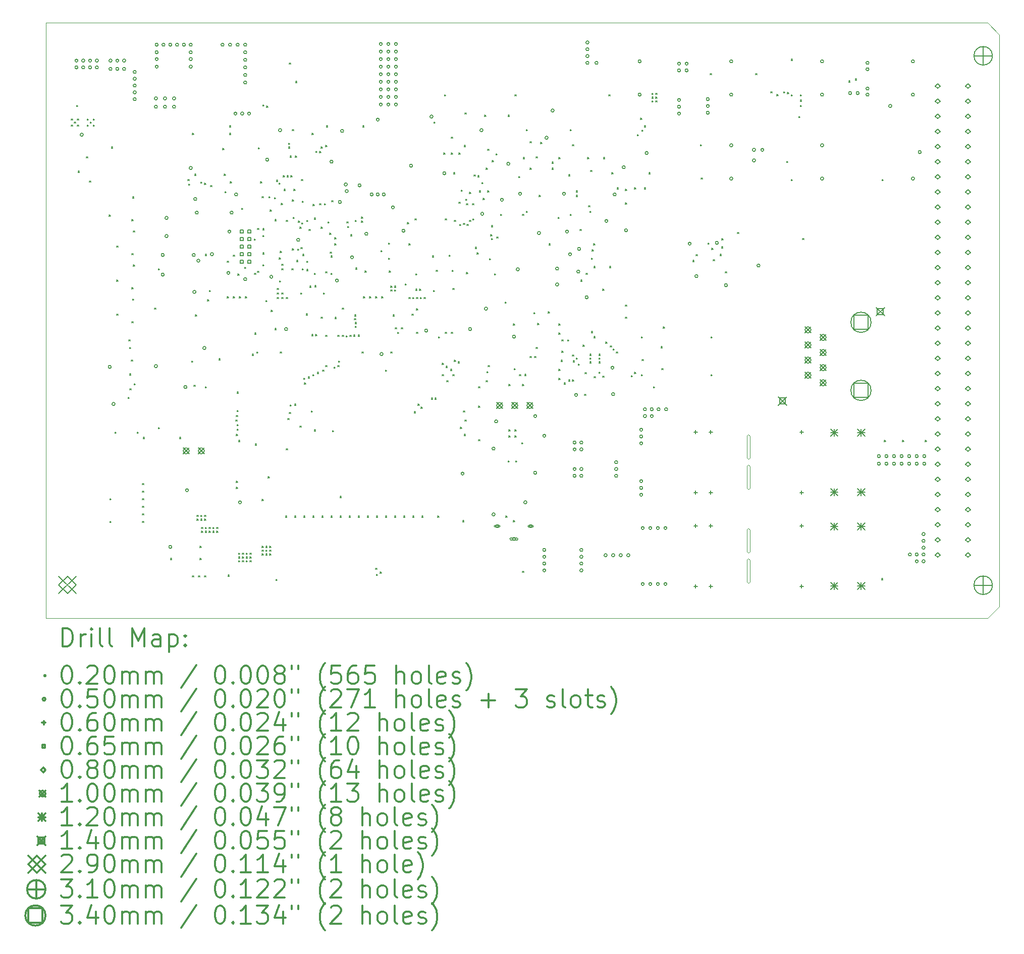
<source format=gbr>
%FSLAX45Y45*%
G04 Gerber Fmt 4.5, Leading zero omitted, Abs format (unit mm)*
G04 Created by KiCad (PCBNEW 5.1.4) date 2019-08-28 20:29:49*
%MOMM*%
%LPD*%
G04 APERTURE LIST*
%ADD10C,0.050000*%
%ADD11C,0.200000*%
%ADD12C,0.300000*%
G04 APERTURE END LIST*
D10*
X18618200Y-13030200D02*
X18618200Y-13385800D01*
X18567400Y-13030200D02*
G75*
G02X18618200Y-13030200I25400J0D01*
G01*
X18567400Y-13030200D02*
X18567400Y-13385800D01*
X18618200Y-13385800D02*
G75*
G02X18567400Y-13385800I-25400J0D01*
G01*
X18618200Y-12522200D02*
X18618200Y-12877800D01*
X18567400Y-12522200D02*
G75*
G02X18618200Y-12522200I25400J0D01*
G01*
X18567400Y-12522200D02*
X18567400Y-12877800D01*
X18618200Y-12877800D02*
G75*
G02X18567400Y-12877800I-25400J0D01*
G01*
X18618200Y-11455400D02*
X18618200Y-11811000D01*
X18567400Y-11455400D02*
G75*
G02X18618200Y-11455400I25400J0D01*
G01*
X18567400Y-11455400D02*
X18567400Y-11811000D01*
X18618200Y-11811000D02*
G75*
G02X18567400Y-11811000I-25400J0D01*
G01*
X18567400Y-10947400D02*
G75*
G02X18618200Y-10947400I25400J0D01*
G01*
X18618200Y-11303000D02*
G75*
G02X18567400Y-11303000I-25400J0D01*
G01*
X18618200Y-10947400D02*
X18618200Y-11303000D01*
X18567400Y-10947400D02*
X18567400Y-11303000D01*
X22600000Y-14000000D02*
X22800000Y-13800000D01*
X22600000Y-4000000D02*
X22800000Y-4200000D01*
X6800000Y-14000000D02*
X6800000Y-4000000D01*
X22600000Y-14000000D02*
X6800000Y-14000000D01*
X22800000Y-4200000D02*
X22800000Y-13800000D01*
X6800000Y-4000000D02*
X22600000Y-4000000D01*
D11*
X7229000Y-5616100D02*
X7249000Y-5636100D01*
X7249000Y-5616100D02*
X7229000Y-5636100D01*
X7229000Y-5717700D02*
X7249000Y-5737700D01*
X7249000Y-5717700D02*
X7229000Y-5737700D01*
X7279800Y-5666900D02*
X7299800Y-5686900D01*
X7299800Y-5666900D02*
X7279800Y-5686900D01*
X7317900Y-5387500D02*
X7337900Y-5407500D01*
X7337900Y-5387500D02*
X7317900Y-5407500D01*
X7330600Y-5616100D02*
X7350600Y-5636100D01*
X7350600Y-5616100D02*
X7330600Y-5636100D01*
X7330600Y-5717700D02*
X7350600Y-5737700D01*
X7350600Y-5717700D02*
X7330600Y-5737700D01*
X7343300Y-6492400D02*
X7363300Y-6512400D01*
X7363300Y-6492400D02*
X7343300Y-6512400D01*
X7483000Y-6251100D02*
X7503000Y-6271100D01*
X7503000Y-6251100D02*
X7483000Y-6271100D01*
X7533800Y-6657500D02*
X7553800Y-6677500D01*
X7553800Y-6657500D02*
X7533800Y-6677500D01*
X7864000Y-7229000D02*
X7884000Y-7249000D01*
X7884000Y-7229000D02*
X7864000Y-7249000D01*
X7876699Y-12372500D02*
X7896699Y-12392500D01*
X7896699Y-12372500D02*
X7876699Y-12392500D01*
X7876702Y-11991500D02*
X7896702Y-12011500D01*
X7896702Y-11991500D02*
X7876702Y-12011500D01*
X7902100Y-6086000D02*
X7922100Y-6106000D01*
X7922100Y-6086000D02*
X7902100Y-6106000D01*
X7964700Y-10873900D02*
X7984700Y-10893900D01*
X7984700Y-10873900D02*
X7964700Y-10893900D01*
X7991000Y-8321200D02*
X8011000Y-8341200D01*
X8011000Y-8321200D02*
X7991000Y-8341200D01*
X7991000Y-8892700D02*
X8011000Y-8912700D01*
X8011000Y-8892700D02*
X7991000Y-8912700D01*
X7991001Y-7749700D02*
X8011001Y-7769700D01*
X8011001Y-7749700D02*
X7991001Y-7769700D01*
X8181500Y-10289700D02*
X8201500Y-10309700D01*
X8201500Y-10289700D02*
X8181500Y-10309700D01*
X8194200Y-9324500D02*
X8214200Y-9344500D01*
X8214200Y-9324500D02*
X8194200Y-9344500D01*
X8206900Y-9451500D02*
X8226900Y-9471500D01*
X8226900Y-9451500D02*
X8206900Y-9471500D01*
X8206900Y-9896000D02*
X8226900Y-9916000D01*
X8226900Y-9896000D02*
X8206900Y-9916000D01*
X8213250Y-10143650D02*
X8233250Y-10163650D01*
X8233250Y-10143650D02*
X8213250Y-10163650D01*
X8237000Y-9662700D02*
X8257000Y-9682700D01*
X8257000Y-9662700D02*
X8237000Y-9682700D01*
X8245000Y-7305200D02*
X8265000Y-7325200D01*
X8265000Y-7305200D02*
X8245000Y-7325200D01*
X8245000Y-7876700D02*
X8265000Y-7896700D01*
X8265000Y-7876700D02*
X8245000Y-7896700D01*
X8245000Y-8448200D02*
X8265000Y-8468200D01*
X8265000Y-8448200D02*
X8245000Y-8468200D01*
X8245000Y-9019700D02*
X8265000Y-9039700D01*
X8265000Y-9019700D02*
X8245000Y-9039700D01*
X8257700Y-6924200D02*
X8277700Y-6944200D01*
X8277700Y-6924200D02*
X8257700Y-6944200D01*
X8257700Y-8638700D02*
X8277700Y-8658700D01*
X8277700Y-8638700D02*
X8257700Y-8658700D01*
X8270400Y-7495700D02*
X8290400Y-7515700D01*
X8290400Y-7495700D02*
X8270400Y-7515700D01*
X8270400Y-8067200D02*
X8290400Y-8087200D01*
X8290400Y-8067200D02*
X8270400Y-8087200D01*
X8283100Y-10061100D02*
X8303100Y-10081100D01*
X8303100Y-10061100D02*
X8283100Y-10081100D01*
X8333902Y-10873900D02*
X8353902Y-10893900D01*
X8353902Y-10873900D02*
X8333902Y-10893900D01*
X8422800Y-11737500D02*
X8442800Y-11757500D01*
X8442800Y-11737500D02*
X8422800Y-11757500D01*
X8422800Y-11864500D02*
X8442800Y-11884500D01*
X8442800Y-11864500D02*
X8422800Y-11884500D01*
X8422800Y-11991500D02*
X8442800Y-12011500D01*
X8442800Y-11991500D02*
X8422800Y-12011500D01*
X8422800Y-12118500D02*
X8442800Y-12138500D01*
X8442800Y-12118500D02*
X8422800Y-12138500D01*
X8422800Y-12245500D02*
X8442800Y-12265500D01*
X8442800Y-12245500D02*
X8422800Y-12265500D01*
X8422800Y-12372500D02*
X8442800Y-12392500D01*
X8442800Y-12372500D02*
X8422800Y-12392500D01*
X8435500Y-10962800D02*
X8455500Y-10982800D01*
X8455500Y-10962800D02*
X8435500Y-10982800D01*
X8626000Y-8791100D02*
X8646000Y-8811100D01*
X8646000Y-8791100D02*
X8626000Y-8811100D01*
X8689500Y-8130700D02*
X8709500Y-8150700D01*
X8709500Y-8130700D02*
X8689500Y-8150700D01*
X8689500Y-10797700D02*
X8709500Y-10817700D01*
X8709500Y-10797700D02*
X8689500Y-10817700D01*
X8892700Y-12994800D02*
X8912700Y-13014800D01*
X8912700Y-12994800D02*
X8892700Y-13014800D01*
X9045097Y-10962800D02*
X9065097Y-10982800D01*
X9065097Y-10962800D02*
X9045097Y-10982800D01*
X9185994Y-6630257D02*
X9205994Y-6650257D01*
X9205994Y-6630257D02*
X9185994Y-6650257D01*
X9198094Y-6707955D02*
X9218094Y-6727955D01*
X9218094Y-6707955D02*
X9198094Y-6727955D01*
X9248300Y-9680100D02*
X9268300Y-9700100D01*
X9268300Y-9680100D02*
X9248300Y-9700100D01*
X9261000Y-5857399D02*
X9281000Y-5877399D01*
X9281000Y-5857399D02*
X9261000Y-5877399D01*
X9261000Y-13286900D02*
X9281000Y-13306900D01*
X9281000Y-13286900D02*
X9261000Y-13306900D01*
X9286400Y-10086500D02*
X9306400Y-10106500D01*
X9306400Y-10086500D02*
X9286400Y-10106500D01*
X9299100Y-6543200D02*
X9319100Y-6563200D01*
X9319100Y-6543200D02*
X9299100Y-6563200D01*
X9311800Y-8905400D02*
X9331800Y-8925400D01*
X9331800Y-8905400D02*
X9311800Y-8925400D01*
X9337200Y-12270900D02*
X9357200Y-12290900D01*
X9357200Y-12270900D02*
X9337200Y-12290900D01*
X9337200Y-12334400D02*
X9357200Y-12354400D01*
X9357200Y-12334400D02*
X9337200Y-12354400D01*
X9362600Y-13286900D02*
X9382600Y-13306900D01*
X9382600Y-13286900D02*
X9362600Y-13306900D01*
X9388000Y-12791600D02*
X9408000Y-12811600D01*
X9408000Y-12791600D02*
X9388000Y-12811600D01*
X9388000Y-12994800D02*
X9408000Y-13014800D01*
X9408000Y-12994800D02*
X9388000Y-13014800D01*
X9400099Y-6670801D02*
X9420099Y-6690801D01*
X9420099Y-6670801D02*
X9400099Y-6690801D01*
X9400700Y-12270900D02*
X9420700Y-12290900D01*
X9420700Y-12270900D02*
X9400700Y-12290900D01*
X9400700Y-12334400D02*
X9420700Y-12354400D01*
X9420700Y-12334400D02*
X9400700Y-12354400D01*
X9413400Y-12474100D02*
X9433400Y-12494100D01*
X9433400Y-12474100D02*
X9413400Y-12494100D01*
X9413400Y-12537600D02*
X9433400Y-12557600D01*
X9433400Y-12537600D02*
X9413400Y-12557600D01*
X9464200Y-6695600D02*
X9484200Y-6715600D01*
X9484200Y-6695600D02*
X9464200Y-6715600D01*
X9464200Y-12270900D02*
X9484200Y-12290900D01*
X9484200Y-12270900D02*
X9464200Y-12290900D01*
X9464200Y-12334400D02*
X9484200Y-12354400D01*
X9484200Y-12334400D02*
X9464200Y-12354400D01*
X9464200Y-13286900D02*
X9484200Y-13306900D01*
X9484200Y-13286900D02*
X9464200Y-13306900D01*
X9476900Y-7889400D02*
X9496900Y-7909400D01*
X9496900Y-7889400D02*
X9476900Y-7909400D01*
X9476900Y-10111900D02*
X9496900Y-10131900D01*
X9496900Y-10111900D02*
X9476900Y-10131900D01*
X9476900Y-12474100D02*
X9496900Y-12494100D01*
X9496900Y-12474100D02*
X9476900Y-12494100D01*
X9476900Y-12537600D02*
X9496900Y-12557600D01*
X9496900Y-12537600D02*
X9476900Y-12557600D01*
X9515000Y-8651400D02*
X9535000Y-8671400D01*
X9535000Y-8651400D02*
X9515000Y-8671400D01*
X9540400Y-12474100D02*
X9560400Y-12494100D01*
X9560400Y-12474100D02*
X9540400Y-12494100D01*
X9540400Y-12537600D02*
X9560400Y-12557600D01*
X9560400Y-12537600D02*
X9540400Y-12557600D01*
X9546187Y-8494415D02*
X9566187Y-8514415D01*
X9566187Y-8494415D02*
X9546187Y-8514415D01*
X9565800Y-6733700D02*
X9585800Y-6753700D01*
X9585800Y-6733700D02*
X9565800Y-6753700D01*
X9603900Y-12474100D02*
X9623900Y-12494100D01*
X9623900Y-12474100D02*
X9603900Y-12494100D01*
X9603900Y-12537600D02*
X9623900Y-12557600D01*
X9623900Y-12537600D02*
X9603900Y-12557600D01*
X9667400Y-12474100D02*
X9687400Y-12494100D01*
X9687400Y-12474100D02*
X9667400Y-12494100D01*
X9667400Y-12537600D02*
X9687400Y-12557600D01*
X9687400Y-12537600D02*
X9667400Y-12557600D01*
X9705500Y-9642000D02*
X9725500Y-9662000D01*
X9725500Y-9642000D02*
X9705500Y-9662000D01*
X9769000Y-6111400D02*
X9789000Y-6131400D01*
X9789000Y-6111400D02*
X9769000Y-6131400D01*
X9794400Y-6543200D02*
X9814400Y-6563200D01*
X9814400Y-6543200D02*
X9794400Y-6563200D01*
X9807100Y-6835300D02*
X9827100Y-6855300D01*
X9827100Y-6835300D02*
X9807100Y-6855300D01*
X9845200Y-8003700D02*
X9865200Y-8023700D01*
X9865200Y-8003700D02*
X9845200Y-8023700D01*
X9845200Y-8600600D02*
X9865200Y-8620600D01*
X9865200Y-8600600D02*
X9845200Y-8620600D01*
X9857900Y-13274200D02*
X9877900Y-13294200D01*
X9877900Y-13274200D02*
X9857900Y-13294200D01*
X9883300Y-5857400D02*
X9903300Y-5877400D01*
X9903300Y-5857400D02*
X9883300Y-5877400D01*
X9883301Y-5730400D02*
X9903301Y-5750400D01*
X9903301Y-5730400D02*
X9883301Y-5750400D01*
X9896000Y-6670200D02*
X9916000Y-6690200D01*
X9916000Y-6670200D02*
X9896000Y-6690200D01*
X9946800Y-7902100D02*
X9966800Y-7922100D01*
X9966800Y-7902100D02*
X9946800Y-7922100D01*
X9946800Y-8600600D02*
X9966800Y-8620600D01*
X9966800Y-8600600D02*
X9946800Y-8620600D01*
X9991249Y-10669240D02*
X10011249Y-10689240D01*
X10011249Y-10669240D02*
X9991249Y-10689240D01*
X9997600Y-10594500D02*
X10017600Y-10614500D01*
X10017600Y-10594500D02*
X9997600Y-10614500D01*
X9997600Y-10912000D02*
X10017600Y-10932000D01*
X10017600Y-10912000D02*
X9997600Y-10932000D01*
X9997600Y-11699400D02*
X10017600Y-11719400D01*
X10017600Y-11699400D02*
X9997600Y-11719400D01*
X9997600Y-11801000D02*
X10017600Y-11821000D01*
X10017600Y-11801000D02*
X9997600Y-11821000D01*
X10010300Y-10200800D02*
X10030300Y-10220800D01*
X10030300Y-10200800D02*
X10010300Y-10220800D01*
X10010300Y-10746900D02*
X10030300Y-10766900D01*
X10030300Y-10746900D02*
X10010300Y-10766900D01*
X10010300Y-10823100D02*
X10030300Y-10843100D01*
X10030300Y-10823100D02*
X10010300Y-10843100D01*
X10010901Y-10506201D02*
X10030901Y-10526201D01*
X10030901Y-10506201D02*
X10010901Y-10526201D01*
X10023000Y-8219600D02*
X10043000Y-8239600D01*
X10043000Y-8219600D02*
X10023000Y-8239600D01*
X10035700Y-11013600D02*
X10055700Y-11033600D01*
X10055700Y-11013600D02*
X10035700Y-11033600D01*
X10035700Y-12905900D02*
X10055700Y-12925900D01*
X10055700Y-12905900D02*
X10035700Y-12925900D01*
X10035700Y-12969400D02*
X10055700Y-12989400D01*
X10055700Y-12969400D02*
X10035700Y-12989400D01*
X10035700Y-13032900D02*
X10055700Y-13052900D01*
X10055700Y-13032900D02*
X10035700Y-13052900D01*
X10048400Y-8600600D02*
X10068400Y-8620600D01*
X10068400Y-8600600D02*
X10048400Y-8620600D01*
X10086500Y-7114700D02*
X10106500Y-7134700D01*
X10106500Y-7114700D02*
X10086500Y-7134700D01*
X10099200Y-12905900D02*
X10119200Y-12925900D01*
X10119200Y-12905900D02*
X10099200Y-12925900D01*
X10099200Y-12969400D02*
X10119200Y-12989400D01*
X10119200Y-12969400D02*
X10099200Y-12989400D01*
X10099200Y-13032900D02*
X10119200Y-13052900D01*
X10119200Y-13032900D02*
X10099200Y-13052900D01*
X10137901Y-8105901D02*
X10157901Y-8125901D01*
X10157901Y-8105901D02*
X10137901Y-8125901D01*
X10150000Y-8600600D02*
X10170000Y-8620600D01*
X10170000Y-8600600D02*
X10150000Y-8620600D01*
X10162700Y-12905900D02*
X10182700Y-12925900D01*
X10182700Y-12905900D02*
X10162700Y-12925900D01*
X10162700Y-12969400D02*
X10182700Y-12989400D01*
X10182700Y-12969400D02*
X10162700Y-12989400D01*
X10162700Y-13032900D02*
X10182700Y-13052900D01*
X10182700Y-13032900D02*
X10162700Y-13052900D01*
X10226200Y-12905900D02*
X10246200Y-12925900D01*
X10246200Y-12905900D02*
X10226200Y-12925900D01*
X10226200Y-12969400D02*
X10246200Y-12989400D01*
X10246200Y-12969400D02*
X10226200Y-12989400D01*
X10226200Y-13032900D02*
X10246200Y-13052900D01*
X10246200Y-13032900D02*
X10226200Y-13052900D01*
X10264300Y-9565800D02*
X10284300Y-9585800D01*
X10284300Y-9565800D02*
X10264300Y-9585800D01*
X10296450Y-7631630D02*
X10316450Y-7651630D01*
X10316450Y-7631630D02*
X10296450Y-7651630D01*
X10302401Y-8206900D02*
X10322401Y-8226900D01*
X10322401Y-8206900D02*
X10302401Y-8226900D01*
X10308351Y-9210200D02*
X10328351Y-9230200D01*
X10328351Y-9210200D02*
X10308351Y-9230200D01*
X10315100Y-11072700D02*
X10335100Y-11092700D01*
X10335100Y-11072700D02*
X10315100Y-11092700D01*
X10340500Y-9527700D02*
X10360500Y-9547700D01*
X10360500Y-9527700D02*
X10340500Y-9547700D01*
X10353200Y-7451091D02*
X10373200Y-7471091D01*
X10373200Y-7451091D02*
X10353200Y-7471091D01*
X10353690Y-8170833D02*
X10373690Y-8190833D01*
X10373690Y-8170833D02*
X10353690Y-8190833D01*
X10365900Y-6098700D02*
X10385900Y-6118700D01*
X10385900Y-6098700D02*
X10365900Y-6118700D01*
X10404000Y-6670200D02*
X10424000Y-6690200D01*
X10424000Y-6670200D02*
X10404000Y-6690200D01*
X10429400Y-12791600D02*
X10449400Y-12811600D01*
X10449400Y-12791600D02*
X10429400Y-12811600D01*
X10429400Y-12855100D02*
X10449400Y-12875100D01*
X10449400Y-12855100D02*
X10429400Y-12875100D01*
X10429400Y-12918600D02*
X10449400Y-12938600D01*
X10449400Y-12918600D02*
X10429400Y-12938600D01*
X10429400Y-6918247D02*
X10449400Y-6938247D01*
X10449400Y-6918247D02*
X10429400Y-6938247D01*
X10429402Y-12004200D02*
X10449402Y-12024200D01*
X10449402Y-12004200D02*
X10429402Y-12024200D01*
X10442100Y-7457600D02*
X10462100Y-7477600D01*
X10462100Y-7457600D02*
X10442100Y-7477600D01*
X10442100Y-7571900D02*
X10462100Y-7591900D01*
X10462100Y-7571900D02*
X10442100Y-7591900D01*
X10442100Y-7863999D02*
X10462100Y-7883999D01*
X10462100Y-7863999D02*
X10442100Y-7883999D01*
X10442100Y-8061250D02*
X10462100Y-8081250D01*
X10462100Y-8061250D02*
X10442100Y-8081250D01*
X10442764Y-5375247D02*
X10462764Y-5395247D01*
X10462764Y-5375247D02*
X10442764Y-5395247D01*
X10492900Y-12791600D02*
X10512900Y-12811600D01*
X10512900Y-12791600D02*
X10492900Y-12811600D01*
X10492900Y-12855100D02*
X10512900Y-12875100D01*
X10512900Y-12855100D02*
X10492900Y-12875100D01*
X10492900Y-12918600D02*
X10512900Y-12938600D01*
X10512900Y-12918600D02*
X10492900Y-12938600D01*
X10492900Y-8664100D02*
X10512900Y-8684100D01*
X10512900Y-8664100D02*
X10492900Y-8684100D01*
X10505600Y-5400200D02*
X10525600Y-5420200D01*
X10525600Y-5400200D02*
X10505600Y-5420200D01*
X10531000Y-11623200D02*
X10551000Y-11643200D01*
X10551000Y-11623200D02*
X10531000Y-11643200D01*
X10543700Y-6918247D02*
X10563700Y-6938247D01*
X10563700Y-6918247D02*
X10543700Y-6938247D01*
X10556400Y-12791600D02*
X10576400Y-12811600D01*
X10576400Y-12791600D02*
X10556400Y-12811600D01*
X10556400Y-12855100D02*
X10576400Y-12875100D01*
X10576400Y-12855100D02*
X10556400Y-12875100D01*
X10556400Y-12918600D02*
X10576400Y-12938600D01*
X10576400Y-12918600D02*
X10556400Y-12938600D01*
X10566300Y-7142900D02*
X10586300Y-7162900D01*
X10586300Y-7142900D02*
X10566300Y-7162900D01*
X10581800Y-8829200D02*
X10601800Y-8849200D01*
X10601800Y-8829200D02*
X10581800Y-8849200D01*
X10635920Y-6933077D02*
X10655920Y-6953077D01*
X10655920Y-6933077D02*
X10635920Y-6953077D01*
X10645300Y-7305200D02*
X10665300Y-7325200D01*
X10665300Y-7305200D02*
X10645300Y-7325200D01*
X10645300Y-9134000D02*
X10665300Y-9154000D01*
X10665300Y-9134000D02*
X10645300Y-9154000D01*
X10662600Y-13345800D02*
X10682600Y-13365800D01*
X10682600Y-13345800D02*
X10662600Y-13365800D01*
X10670700Y-6644800D02*
X10690700Y-6664800D01*
X10690700Y-6644800D02*
X10670700Y-6664800D01*
X10683400Y-8460900D02*
X10703400Y-8480900D01*
X10703400Y-8460900D02*
X10683400Y-8480900D01*
X10683400Y-8537100D02*
X10703400Y-8557100D01*
X10703400Y-8537100D02*
X10683400Y-8557100D01*
X10683400Y-8613300D02*
X10703400Y-8633300D01*
X10703400Y-8613300D02*
X10683400Y-8633300D01*
X10715549Y-6689649D02*
X10735549Y-6709649D01*
X10735549Y-6689649D02*
X10715549Y-6709649D01*
X10719556Y-7946063D02*
X10739556Y-7966063D01*
X10739556Y-7946063D02*
X10719556Y-7966063D01*
X10721500Y-8333900D02*
X10741500Y-8353900D01*
X10741500Y-8333900D02*
X10721500Y-8353900D01*
X10734200Y-7838600D02*
X10754200Y-7858600D01*
X10754200Y-7838600D02*
X10734200Y-7858600D01*
X10734200Y-9527700D02*
X10754200Y-9547700D01*
X10754200Y-9527700D02*
X10734200Y-9547700D01*
X10753550Y-7031850D02*
X10773550Y-7051850D01*
X10773550Y-7031850D02*
X10753550Y-7051850D01*
X10759600Y-8537100D02*
X10779600Y-8557100D01*
X10779600Y-8537100D02*
X10759600Y-8557100D01*
X10759600Y-8613300D02*
X10779600Y-8633300D01*
X10779600Y-8613300D02*
X10759600Y-8633300D01*
X10759650Y-8054500D02*
X10779650Y-8074500D01*
X10779650Y-8054500D02*
X10759650Y-8074500D01*
X10759650Y-8130650D02*
X10779650Y-8150650D01*
X10779650Y-8130650D02*
X10759650Y-8150650D01*
X10785000Y-6568600D02*
X10805000Y-6588600D01*
X10805000Y-6568600D02*
X10785000Y-6588600D01*
X10797700Y-6797200D02*
X10817700Y-6817200D01*
X10817700Y-6797200D02*
X10797700Y-6817200D01*
X10823100Y-12283600D02*
X10843100Y-12303600D01*
X10843100Y-12283600D02*
X10823100Y-12303600D01*
X10835799Y-11153300D02*
X10855799Y-11173300D01*
X10855799Y-11153300D02*
X10835799Y-11173300D01*
X10835800Y-7317900D02*
X10855800Y-7337900D01*
X10855800Y-7317900D02*
X10835800Y-7337900D01*
X10835800Y-8613300D02*
X10855800Y-8633300D01*
X10855800Y-8613300D02*
X10835800Y-8633300D01*
X10848500Y-6568600D02*
X10868500Y-6588600D01*
X10868500Y-6568600D02*
X10848500Y-6588600D01*
X10861200Y-10645300D02*
X10881200Y-10665300D01*
X10881200Y-10645300D02*
X10861200Y-10665300D01*
X10873900Y-6022500D02*
X10893900Y-6042500D01*
X10893900Y-6022500D02*
X10873900Y-6042500D01*
X10873900Y-6086000D02*
X10893900Y-6106000D01*
X10893900Y-6086000D02*
X10873900Y-6106000D01*
X10886600Y-4676300D02*
X10906600Y-4696300D01*
X10906600Y-4676300D02*
X10886600Y-4696300D01*
X10886600Y-10543700D02*
X10906600Y-10563700D01*
X10906600Y-10543700D02*
X10886600Y-10563700D01*
X10899300Y-6238400D02*
X10919300Y-6258400D01*
X10919300Y-6238400D02*
X10899300Y-6258400D01*
X10899300Y-10416700D02*
X10919300Y-10436700D01*
X10919300Y-10416700D02*
X10899300Y-10436700D01*
X10912000Y-6568600D02*
X10932000Y-6588600D01*
X10932000Y-6568600D02*
X10912000Y-6588600D01*
X10930650Y-8130700D02*
X10950650Y-8150700D01*
X10950650Y-8130700D02*
X10930650Y-8150700D01*
X10937400Y-5793900D02*
X10957400Y-5813900D01*
X10957400Y-5793900D02*
X10937400Y-5813900D01*
X10937400Y-6975000D02*
X10957400Y-6995000D01*
X10957400Y-6975000D02*
X10937400Y-6995000D01*
X10937400Y-7793751D02*
X10957400Y-7813751D01*
X10957400Y-7793751D02*
X10937400Y-7813751D01*
X10949044Y-7267045D02*
X10969044Y-7287045D01*
X10969044Y-7267045D02*
X10949044Y-7287045D01*
X10962800Y-6797200D02*
X10982800Y-6817200D01*
X10982800Y-6797200D02*
X10962800Y-6817200D01*
X10975500Y-10404000D02*
X10995500Y-10424000D01*
X10995500Y-10404000D02*
X10975500Y-10424000D01*
X10975500Y-12283600D02*
X10995500Y-12303600D01*
X10995500Y-12283600D02*
X10975500Y-12303600D01*
X10988200Y-6238401D02*
X11008200Y-6258401D01*
X11008200Y-6238401D02*
X10988200Y-6258401D01*
X10993407Y-4984428D02*
X11013407Y-5004428D01*
X11013407Y-4984428D02*
X10993407Y-5004428D01*
X11010800Y-7988200D02*
X11030800Y-8008200D01*
X11030800Y-7988200D02*
X11010800Y-8008200D01*
X11026300Y-7800500D02*
X11046300Y-7820500D01*
X11046300Y-7800500D02*
X11026300Y-7820500D01*
X11039906Y-7329572D02*
X11059906Y-7349572D01*
X11059906Y-7329572D02*
X11039906Y-7349572D01*
X11064400Y-10772300D02*
X11084400Y-10792300D01*
X11084400Y-10772300D02*
X11064400Y-10792300D01*
X11064400Y-7432200D02*
X11084400Y-7452200D01*
X11084400Y-7432200D02*
X11064400Y-7452200D01*
X11077100Y-8537100D02*
X11097100Y-8557100D01*
X11097100Y-8537100D02*
X11077100Y-8557100D01*
X11082382Y-7772459D02*
X11102382Y-7792459D01*
X11102382Y-7772459D02*
X11082382Y-7792459D01*
X11089800Y-6632100D02*
X11109800Y-6652100D01*
X11109800Y-6632100D02*
X11089800Y-6652100D01*
X11094292Y-7360773D02*
X11114292Y-7380773D01*
X11114292Y-7360773D02*
X11094292Y-7380773D01*
X11102500Y-6993651D02*
X11122500Y-7013651D01*
X11122500Y-6993651D02*
X11102500Y-7013651D01*
X11102500Y-8130700D02*
X11122500Y-8150700D01*
X11122500Y-8130700D02*
X11102500Y-8150700D01*
X11109249Y-7889400D02*
X11129249Y-7909400D01*
X11129249Y-7889400D02*
X11109249Y-7909400D01*
X11127900Y-9965452D02*
X11147900Y-9985452D01*
X11147900Y-9965452D02*
X11127900Y-9985452D01*
X11127900Y-12283600D02*
X11147900Y-12303600D01*
X11147900Y-12283600D02*
X11127900Y-12303600D01*
X11140600Y-10048400D02*
X11160600Y-10068400D01*
X11160600Y-10048400D02*
X11140600Y-10068400D01*
X11172656Y-8887860D02*
X11192656Y-8907860D01*
X11192656Y-8887860D02*
X11172656Y-8907860D01*
X11178700Y-7317900D02*
X11198700Y-7337900D01*
X11198700Y-7317900D02*
X11178700Y-7337900D01*
X11178700Y-8003700D02*
X11198700Y-8023700D01*
X11198700Y-8003700D02*
X11178700Y-8023700D01*
X11178700Y-8143400D02*
X11198700Y-8163400D01*
X11198700Y-8143400D02*
X11178700Y-8163400D01*
X11204100Y-9946800D02*
X11224100Y-9966800D01*
X11224100Y-9946800D02*
X11204100Y-9966800D01*
X11216800Y-7470300D02*
X11236800Y-7490300D01*
X11236800Y-7470300D02*
X11216800Y-7490300D01*
X11229496Y-8422800D02*
X11249496Y-8442800D01*
X11249496Y-8422800D02*
X11229496Y-8442800D01*
X11254900Y-10518300D02*
X11274900Y-10538300D01*
X11274900Y-10518300D02*
X11254900Y-10538300D01*
X11263910Y-9234370D02*
X11283910Y-9254370D01*
X11283910Y-9234370D02*
X11263910Y-9254370D01*
X11267600Y-5857400D02*
X11287600Y-5877400D01*
X11287600Y-5857400D02*
X11267600Y-5877400D01*
X11280300Y-9908700D02*
X11300300Y-9928700D01*
X11300300Y-9908700D02*
X11280300Y-9928700D01*
X11280300Y-12283600D02*
X11300300Y-12303600D01*
X11300300Y-12283600D02*
X11280300Y-12303600D01*
X11284997Y-7051200D02*
X11304997Y-7071200D01*
X11304997Y-7051200D02*
X11284997Y-7071200D01*
X11305700Y-7279800D02*
X11325700Y-7299800D01*
X11325700Y-7279800D02*
X11305700Y-7299800D01*
X11305700Y-8206900D02*
X11325700Y-8226900D01*
X11325700Y-8206900D02*
X11305700Y-8226900D01*
X11305700Y-10835800D02*
X11325700Y-10855800D01*
X11325700Y-10835800D02*
X11305700Y-10855800D01*
X11315729Y-8412607D02*
X11335729Y-8432607D01*
X11335729Y-8412607D02*
X11315729Y-8432607D01*
X11328339Y-9234041D02*
X11348339Y-9254041D01*
X11348339Y-9234041D02*
X11328339Y-9254041D01*
X11331100Y-6155450D02*
X11351100Y-6175450D01*
X11351100Y-6155450D02*
X11331100Y-6175450D01*
X11356500Y-9870599D02*
X11376500Y-9890599D01*
X11376500Y-9870599D02*
X11356500Y-9890599D01*
X11394600Y-6162200D02*
X11414600Y-6182200D01*
X11414600Y-6162200D02*
X11394600Y-6182200D01*
X11394600Y-7038502D02*
X11414600Y-7058502D01*
X11414600Y-7038502D02*
X11394600Y-7058502D01*
X11420000Y-6085998D02*
X11440000Y-6105998D01*
X11440000Y-6085998D02*
X11420000Y-6105998D01*
X11420000Y-7432198D02*
X11440000Y-7452198D01*
X11440000Y-7432198D02*
X11420000Y-7452198D01*
X11420000Y-8943500D02*
X11440000Y-8963500D01*
X11440000Y-8943500D02*
X11420000Y-8963500D01*
X11432700Y-12283600D02*
X11452700Y-12303600D01*
X11452700Y-12283600D02*
X11432700Y-12303600D01*
X11445401Y-9832500D02*
X11465401Y-9852500D01*
X11465401Y-9832500D02*
X11445401Y-9852500D01*
X11458100Y-8537100D02*
X11478100Y-8557100D01*
X11478100Y-8537100D02*
X11458100Y-8557100D01*
X11474026Y-7037973D02*
X11494026Y-7057973D01*
X11494026Y-7037973D02*
X11474026Y-7057973D01*
X11496200Y-6060600D02*
X11516200Y-6080600D01*
X11516200Y-6060600D02*
X11496200Y-6080600D01*
X11496200Y-9248300D02*
X11516200Y-9268300D01*
X11516200Y-9248300D02*
X11496200Y-9268300D01*
X11496200Y-9756300D02*
X11516200Y-9776300D01*
X11516200Y-9756300D02*
X11496200Y-9776300D01*
X11497751Y-8181186D02*
X11517751Y-8201186D01*
X11517751Y-8181186D02*
X11497751Y-8201186D01*
X11508900Y-5730400D02*
X11528900Y-5750400D01*
X11528900Y-5730400D02*
X11508900Y-5750400D01*
X11534300Y-7343300D02*
X11554300Y-7363300D01*
X11554300Y-7343300D02*
X11534300Y-7363300D01*
X11563676Y-7531027D02*
X11583676Y-7551027D01*
X11583676Y-7531027D02*
X11563676Y-7551027D01*
X11572400Y-7851300D02*
X11592400Y-7871300D01*
X11592400Y-7851300D02*
X11572400Y-7871300D01*
X11585100Y-7914799D02*
X11605100Y-7934799D01*
X11605100Y-7914799D02*
X11585100Y-7934799D01*
X11585100Y-8206900D02*
X11605100Y-8226900D01*
X11605100Y-8206900D02*
X11585100Y-8226900D01*
X11585100Y-12283600D02*
X11605100Y-12303600D01*
X11605100Y-12283600D02*
X11585100Y-12303600D01*
X11597800Y-6987700D02*
X11617800Y-7007700D01*
X11617800Y-6987700D02*
X11597800Y-7007700D01*
X11610500Y-10848500D02*
X11630500Y-10868500D01*
X11630500Y-10848500D02*
X11610500Y-10868500D01*
X11636699Y-9781700D02*
X11656699Y-9801700D01*
X11656699Y-9781700D02*
X11636699Y-9801700D01*
X11648600Y-7610000D02*
X11668600Y-7630000D01*
X11668600Y-7610000D02*
X11648600Y-7630000D01*
X11648600Y-7711600D02*
X11668600Y-7731600D01*
X11668600Y-7711600D02*
X11648600Y-7731600D01*
X11651400Y-8946300D02*
X11671400Y-8966300D01*
X11671400Y-8946300D02*
X11651400Y-8966300D01*
X11699400Y-9248300D02*
X11719400Y-9268300D01*
X11719400Y-9248300D02*
X11699400Y-9268300D01*
X11699400Y-9756300D02*
X11719400Y-9776300D01*
X11719400Y-9756300D02*
X11699400Y-9776300D01*
X11712100Y-9680100D02*
X11732100Y-9700100D01*
X11732100Y-9680100D02*
X11712100Y-9700100D01*
X11737500Y-11953400D02*
X11757500Y-11973400D01*
X11757500Y-11953400D02*
X11737500Y-11973400D01*
X11737500Y-12283600D02*
X11757500Y-12303600D01*
X11757500Y-12283600D02*
X11737500Y-12303600D01*
X11775600Y-8791100D02*
X11795600Y-8811100D01*
X11795600Y-8791100D02*
X11775600Y-8811100D01*
X11777993Y-9247061D02*
X11797993Y-9267061D01*
X11797993Y-9247061D02*
X11777993Y-9267061D01*
X11840227Y-9254705D02*
X11860227Y-9274705D01*
X11860227Y-9254705D02*
X11840227Y-9274705D01*
X11851800Y-7343300D02*
X11871800Y-7363300D01*
X11871800Y-7343300D02*
X11851800Y-7363300D01*
X11864500Y-7419500D02*
X11884500Y-7439500D01*
X11884500Y-7419500D02*
X11864500Y-7439500D01*
X11889900Y-12283600D02*
X11909900Y-12303600D01*
X11909900Y-12283600D02*
X11889900Y-12303600D01*
X11902601Y-9248300D02*
X11922601Y-9268300D01*
X11922601Y-9248300D02*
X11902601Y-9268300D01*
X11913954Y-7558799D02*
X11933954Y-7578799D01*
X11933954Y-7558799D02*
X11913954Y-7578799D01*
X11966100Y-9241551D02*
X11986100Y-9261551D01*
X11986100Y-9241551D02*
X11966100Y-9261551D01*
X11978800Y-8968900D02*
X11998800Y-8988900D01*
X11998800Y-8968900D02*
X11978800Y-8988900D01*
X11984751Y-8905400D02*
X12004751Y-8925400D01*
X12004751Y-8905400D02*
X11984751Y-8925400D01*
X11991487Y-9092638D02*
X12011487Y-9112638D01*
X12011487Y-9092638D02*
X11991487Y-9112638D01*
X11991500Y-7317900D02*
X12011500Y-7337900D01*
X12011500Y-7317900D02*
X11991500Y-7337900D01*
X11993066Y-9029957D02*
X12013066Y-9049957D01*
X12013066Y-9029957D02*
X11993066Y-9049957D01*
X11998249Y-8118000D02*
X12018249Y-8138000D01*
X12018249Y-8118000D02*
X11998249Y-8138000D01*
X12042300Y-9241551D02*
X12062300Y-9261551D01*
X12062300Y-9241551D02*
X12042300Y-9261551D01*
X12042300Y-12283600D02*
X12062300Y-12303600D01*
X12062300Y-12283600D02*
X12042300Y-12303600D01*
X12099051Y-7328837D02*
X12119051Y-7348837D01*
X12119051Y-7328837D02*
X12099051Y-7348837D01*
X12099051Y-7260351D02*
X12119051Y-7280351D01*
X12119051Y-7260351D02*
X12099051Y-7280351D01*
X12105800Y-9527700D02*
X12125800Y-9547700D01*
X12125800Y-9527700D02*
X12105800Y-9547700D01*
X12118500Y-5730400D02*
X12138500Y-5750400D01*
X12138500Y-5730400D02*
X12118500Y-5750400D01*
X12131200Y-8600600D02*
X12151200Y-8620600D01*
X12151200Y-8600600D02*
X12131200Y-8620600D01*
X12156600Y-8168800D02*
X12176600Y-8188800D01*
X12176600Y-8168800D02*
X12156600Y-8188800D01*
X12194700Y-12283600D02*
X12214700Y-12303600D01*
X12214700Y-12283600D02*
X12194700Y-12303600D01*
X12232800Y-8600600D02*
X12252800Y-8620600D01*
X12252800Y-8600600D02*
X12232800Y-8620600D01*
X12334400Y-8600600D02*
X12354400Y-8620600D01*
X12354400Y-8600600D02*
X12334400Y-8620600D01*
X12334400Y-13159900D02*
X12354400Y-13179900D01*
X12354400Y-13159900D02*
X12334400Y-13179900D01*
X12347100Y-12283600D02*
X12367100Y-12303600D01*
X12367100Y-12283600D02*
X12347100Y-12303600D01*
X12347100Y-13261500D02*
X12367100Y-13281500D01*
X12367100Y-13261500D02*
X12347100Y-13281500D01*
X12410600Y-13223400D02*
X12430600Y-13243400D01*
X12430600Y-13223400D02*
X12410600Y-13243400D01*
X12423300Y-7825900D02*
X12443300Y-7845900D01*
X12443300Y-7825900D02*
X12423300Y-7845900D01*
X12436000Y-8600600D02*
X12456000Y-8620600D01*
X12456000Y-8600600D02*
X12436000Y-8620600D01*
X12499500Y-9832500D02*
X12519500Y-9852500D01*
X12519500Y-9832500D02*
X12499500Y-9852500D01*
X12499500Y-12283600D02*
X12519500Y-12303600D01*
X12519500Y-12283600D02*
X12499500Y-12303600D01*
X12550300Y-7698900D02*
X12570300Y-7718900D01*
X12570300Y-7698900D02*
X12550300Y-7718900D01*
X12550300Y-7952900D02*
X12570300Y-7972900D01*
X12570300Y-7952900D02*
X12550300Y-7972900D01*
X12563000Y-8168800D02*
X12583000Y-8188800D01*
X12583000Y-8168800D02*
X12563000Y-8188800D01*
X12588400Y-8422800D02*
X12608400Y-8442800D01*
X12608400Y-8422800D02*
X12588400Y-8442800D01*
X12588400Y-8486300D02*
X12608400Y-8506300D01*
X12608400Y-8486300D02*
X12588400Y-8506300D01*
X12588400Y-9527700D02*
X12608400Y-9547700D01*
X12608400Y-9527700D02*
X12588400Y-9547700D01*
X12626500Y-8905400D02*
X12646500Y-8925400D01*
X12646500Y-8905400D02*
X12626500Y-8925400D01*
X12651900Y-8422800D02*
X12671900Y-8442800D01*
X12671900Y-8422800D02*
X12651900Y-8442800D01*
X12651900Y-8486300D02*
X12671900Y-8506300D01*
X12671900Y-8486300D02*
X12651900Y-8506300D01*
X12651900Y-12283600D02*
X12671900Y-12303600D01*
X12671900Y-12283600D02*
X12651900Y-12303600D01*
X12664600Y-9121300D02*
X12684600Y-9141300D01*
X12684600Y-9121300D02*
X12664600Y-9141300D01*
X12702700Y-9197500D02*
X12722700Y-9217500D01*
X12722700Y-9197500D02*
X12702700Y-9217500D01*
X12766200Y-9121300D02*
X12786200Y-9141300D01*
X12786200Y-9121300D02*
X12766200Y-9141300D01*
X12804300Y-12283600D02*
X12824300Y-12303600D01*
X12824300Y-12283600D02*
X12804300Y-12303600D01*
X12829700Y-8384700D02*
X12849700Y-8404700D01*
X12849700Y-8384700D02*
X12829700Y-8404700D01*
X12867800Y-7356000D02*
X12887800Y-7376000D01*
X12887800Y-7356000D02*
X12867800Y-7376000D01*
X12893200Y-7711600D02*
X12913200Y-7731600D01*
X12913200Y-7711600D02*
X12893200Y-7731600D01*
X12893200Y-8613300D02*
X12913200Y-8633300D01*
X12913200Y-8613300D02*
X12893200Y-8633300D01*
X12944000Y-8892700D02*
X12964000Y-8912700D01*
X12964000Y-8892700D02*
X12944000Y-8912700D01*
X12956700Y-8613300D02*
X12976700Y-8633300D01*
X12976700Y-8613300D02*
X12956700Y-8633300D01*
X12956700Y-12283600D02*
X12976700Y-12303600D01*
X12976700Y-12283600D02*
X12956700Y-12303600D01*
X12982100Y-10531000D02*
X13002100Y-10551000D01*
X13002100Y-10531000D02*
X12982100Y-10551000D01*
X12994800Y-7292500D02*
X13014800Y-7312500D01*
X13014800Y-7292500D02*
X12994800Y-7312500D01*
X13007500Y-8213650D02*
X13027500Y-8233650D01*
X13027500Y-8213650D02*
X13007500Y-8233650D01*
X13007500Y-8473600D02*
X13027500Y-8493600D01*
X13027500Y-8473600D02*
X13007500Y-8493600D01*
X13020199Y-8803800D02*
X13040199Y-8823800D01*
X13040199Y-8803800D02*
X13020199Y-8823800D01*
X13020200Y-8613300D02*
X13040200Y-8633300D01*
X13040200Y-8613300D02*
X13020200Y-8633300D01*
X13020200Y-9197500D02*
X13040200Y-9217500D01*
X13040200Y-9197500D02*
X13020200Y-9217500D01*
X13045600Y-10404000D02*
X13065600Y-10424000D01*
X13065600Y-10404000D02*
X13045600Y-10424000D01*
X13071000Y-8473600D02*
X13091000Y-8493600D01*
X13091000Y-8473600D02*
X13071000Y-8493600D01*
X13084601Y-8612399D02*
X13104601Y-8632399D01*
X13104601Y-8612399D02*
X13084601Y-8632399D01*
X13096400Y-10454800D02*
X13116400Y-10474800D01*
X13116400Y-10454800D02*
X13096400Y-10474800D01*
X13109100Y-12283600D02*
X13129100Y-12303600D01*
X13129100Y-12283600D02*
X13109100Y-12303600D01*
X13147200Y-8613300D02*
X13167200Y-8633300D01*
X13167200Y-8613300D02*
X13147200Y-8633300D01*
X13268250Y-10302400D02*
X13288250Y-10322400D01*
X13288250Y-10302400D02*
X13268250Y-10322400D01*
X13286900Y-7914497D02*
X13306900Y-7934497D01*
X13306900Y-7914497D02*
X13286900Y-7934497D01*
X13304701Y-8494514D02*
X13324701Y-8514514D01*
X13324701Y-8494514D02*
X13304701Y-8514514D01*
X13312300Y-5666900D02*
X13332300Y-5686900D01*
X13332300Y-5666900D02*
X13312300Y-5686900D01*
X13330950Y-10302400D02*
X13350950Y-10322400D01*
X13350950Y-10302400D02*
X13330950Y-10322400D01*
X13350400Y-8156100D02*
X13370400Y-8176100D01*
X13370400Y-8156100D02*
X13350400Y-8176100D01*
X13375800Y-12283600D02*
X13395800Y-12303600D01*
X13395800Y-12283600D02*
X13375800Y-12303600D01*
X13388500Y-9273699D02*
X13408500Y-9293699D01*
X13408500Y-9273699D02*
X13388500Y-9293699D01*
X13452000Y-9718200D02*
X13472000Y-9738200D01*
X13472000Y-9718200D02*
X13452000Y-9738200D01*
X13452000Y-9908700D02*
X13472000Y-9928700D01*
X13472000Y-9908700D02*
X13452000Y-9928700D01*
X13477400Y-6187600D02*
X13497400Y-6207600D01*
X13497400Y-6187600D02*
X13477400Y-6207600D01*
X13490100Y-5209700D02*
X13510100Y-5229700D01*
X13510100Y-5209700D02*
X13490100Y-5229700D01*
X13502800Y-7292500D02*
X13522800Y-7312500D01*
X13522800Y-7292500D02*
X13502800Y-7312500D01*
X13502800Y-9197500D02*
X13522800Y-9217500D01*
X13522800Y-9197500D02*
X13502800Y-9217500D01*
X13515500Y-9769000D02*
X13535500Y-9789000D01*
X13535500Y-9769000D02*
X13515500Y-9789000D01*
X13528200Y-10010300D02*
X13548200Y-10030300D01*
X13548200Y-10010300D02*
X13528200Y-10030300D01*
X13566300Y-7902100D02*
X13586300Y-7922100D01*
X13586300Y-7902100D02*
X13566300Y-7922100D01*
X13591700Y-9819800D02*
X13611700Y-9839800D01*
X13611700Y-9819800D02*
X13591700Y-9839800D01*
X13604400Y-5920900D02*
X13624400Y-5940900D01*
X13624400Y-5920900D02*
X13604400Y-5940900D01*
X13604400Y-6187600D02*
X13624400Y-6207600D01*
X13624400Y-6187600D02*
X13604400Y-6207600D01*
X13604400Y-9197500D02*
X13624400Y-9217500D01*
X13624400Y-9197500D02*
X13604400Y-9217500D01*
X13617100Y-8156100D02*
X13637100Y-8176100D01*
X13637100Y-8156100D02*
X13617100Y-8176100D01*
X13629800Y-8460900D02*
X13649800Y-8480900D01*
X13649800Y-8460900D02*
X13629800Y-8480900D01*
X13629800Y-9908700D02*
X13649800Y-9928700D01*
X13649800Y-9908700D02*
X13629800Y-9928700D01*
X13642500Y-6517800D02*
X13662500Y-6537800D01*
X13662500Y-6517800D02*
X13642500Y-6537800D01*
X13655200Y-7317900D02*
X13675200Y-7337900D01*
X13675200Y-7317900D02*
X13655200Y-7337900D01*
X13655200Y-9667401D02*
X13675200Y-9687401D01*
X13675200Y-9667401D02*
X13655200Y-9687401D01*
X13718700Y-9692800D02*
X13738700Y-9712800D01*
X13738700Y-9692800D02*
X13718700Y-9712800D01*
X13731400Y-6187600D02*
X13751400Y-6207600D01*
X13751400Y-6187600D02*
X13731400Y-6207600D01*
X13731400Y-7013099D02*
X13751400Y-7033099D01*
X13751400Y-7013099D02*
X13731400Y-7033099D01*
X13747121Y-7385244D02*
X13767121Y-7405244D01*
X13767121Y-7385244D02*
X13747121Y-7405244D01*
X13756800Y-10791750D02*
X13776800Y-10811750D01*
X13776800Y-10791750D02*
X13756800Y-10811750D01*
X13769500Y-6809900D02*
X13789500Y-6829900D01*
X13789500Y-6809900D02*
X13769500Y-6829900D01*
X13794900Y-12359800D02*
X13814900Y-12379800D01*
X13814900Y-12359800D02*
X13794900Y-12379800D01*
X13807600Y-7368700D02*
X13827600Y-7388700D01*
X13827600Y-7368700D02*
X13807600Y-7388700D01*
X13807600Y-10518300D02*
X13827600Y-10538300D01*
X13827600Y-10518300D02*
X13807600Y-10538300D01*
X13820300Y-6060600D02*
X13840300Y-6080600D01*
X13840300Y-6060600D02*
X13820300Y-6080600D01*
X13820300Y-10912000D02*
X13840300Y-10932000D01*
X13840300Y-10912000D02*
X13820300Y-10932000D01*
X13833000Y-5514500D02*
X13853000Y-5534500D01*
X13853000Y-5514500D02*
X13833000Y-5534500D01*
X13833000Y-10670700D02*
X13853000Y-10690700D01*
X13853000Y-10670700D02*
X13833000Y-10690700D01*
X13845700Y-6962300D02*
X13865700Y-6982300D01*
X13865700Y-6962300D02*
X13845700Y-6982300D01*
X13858400Y-7038500D02*
X13878400Y-7058500D01*
X13878400Y-7038500D02*
X13858400Y-7058500D01*
X13858400Y-8194200D02*
X13878400Y-8214200D01*
X13878400Y-8194200D02*
X13858400Y-8214200D01*
X13868079Y-7385244D02*
X13888079Y-7405244D01*
X13888079Y-7385244D02*
X13868079Y-7405244D01*
X13909200Y-6848000D02*
X13929200Y-6868000D01*
X13929200Y-6848000D02*
X13909200Y-6868000D01*
X13909200Y-7317900D02*
X13929200Y-7337900D01*
X13929200Y-7317900D02*
X13909200Y-7337900D01*
X13961031Y-7037469D02*
X13981031Y-7057469D01*
X13981031Y-7037469D02*
X13961031Y-7057469D01*
X13965281Y-7289860D02*
X13985281Y-7309860D01*
X13985281Y-7289860D02*
X13965281Y-7309860D01*
X13985400Y-6555900D02*
X14005400Y-6575900D01*
X14005400Y-6555900D02*
X13985400Y-6575900D01*
X14005051Y-7768149D02*
X14025051Y-7788149D01*
X14025051Y-7768149D02*
X14005051Y-7788149D01*
X14036200Y-7864000D02*
X14056200Y-7884000D01*
X14056200Y-7864000D02*
X14036200Y-7884000D01*
X14048900Y-6568600D02*
X14068900Y-6588600D01*
X14068900Y-6568600D02*
X14048900Y-6588600D01*
X14061599Y-10111900D02*
X14081599Y-10131900D01*
X14081599Y-10111900D02*
X14061599Y-10131900D01*
X14061600Y-10435351D02*
X14081600Y-10455351D01*
X14081600Y-10435351D02*
X14061600Y-10455351D01*
X14061600Y-11000900D02*
X14081600Y-11020900D01*
X14081600Y-11000900D02*
X14061600Y-11020900D01*
X14074300Y-6822600D02*
X14094300Y-6842600D01*
X14094300Y-6822600D02*
X14074300Y-6842600D01*
X14118351Y-6682900D02*
X14138351Y-6702900D01*
X14138351Y-6682900D02*
X14118351Y-6702900D01*
X14137800Y-6949600D02*
X14157800Y-6969600D01*
X14157800Y-6949600D02*
X14137800Y-6969600D01*
X14163200Y-5552600D02*
X14183200Y-5572600D01*
X14183200Y-5552600D02*
X14163200Y-5572600D01*
X14188600Y-6441600D02*
X14208600Y-6461600D01*
X14208600Y-6441600D02*
X14188600Y-6461600D01*
X14188600Y-10010300D02*
X14208600Y-10030300D01*
X14208600Y-10010300D02*
X14188600Y-10030300D01*
X14201300Y-9857901D02*
X14221300Y-9877901D01*
X14221300Y-9857901D02*
X14201300Y-9877901D01*
X14214000Y-6124100D02*
X14234000Y-6144100D01*
X14234000Y-6124100D02*
X14214000Y-6144100D01*
X14214000Y-6822600D02*
X14234000Y-6842600D01*
X14234000Y-6822600D02*
X14214000Y-6842600D01*
X14222723Y-9755375D02*
X14242723Y-9775375D01*
X14242723Y-9755375D02*
X14222723Y-9775375D01*
X14242999Y-7962000D02*
X14262999Y-7982000D01*
X14262999Y-7962000D02*
X14242999Y-7982000D01*
X14264800Y-7559200D02*
X14284800Y-7579200D01*
X14284800Y-7559200D02*
X14264800Y-7579200D01*
X14277500Y-7406800D02*
X14297500Y-7426800D01*
X14297500Y-7406800D02*
X14277500Y-7426800D01*
X14280007Y-7620028D02*
X14300007Y-7640028D01*
X14300007Y-7620028D02*
X14280007Y-7640028D01*
X14290200Y-6314600D02*
X14310200Y-6334600D01*
X14310200Y-6314600D02*
X14290200Y-6334600D01*
X14328300Y-8213649D02*
X14348300Y-8233649D01*
X14348300Y-8213649D02*
X14328300Y-8233649D01*
X14353700Y-6200300D02*
X14373700Y-6220300D01*
X14373700Y-6200300D02*
X14353700Y-6220300D01*
X14366400Y-7597300D02*
X14386400Y-7617300D01*
X14386400Y-7597300D02*
X14366400Y-7617300D01*
X14429900Y-7216300D02*
X14449900Y-7236300D01*
X14449900Y-7216300D02*
X14429900Y-7236300D01*
X14506100Y-8689500D02*
X14526100Y-8709500D01*
X14526100Y-8689500D02*
X14506100Y-8709500D01*
X14518969Y-12283431D02*
X14538969Y-12303431D01*
X14538969Y-12283431D02*
X14518969Y-12303431D01*
X14556900Y-5552600D02*
X14576900Y-5572600D01*
X14576900Y-5552600D02*
X14556900Y-5572600D01*
X14556900Y-11356500D02*
X14576900Y-11376500D01*
X14576900Y-11356500D02*
X14556900Y-11376500D01*
X14569600Y-10073800D02*
X14589600Y-10093800D01*
X14589600Y-10073800D02*
X14569600Y-10093800D01*
X14569600Y-10835800D02*
X14589600Y-10855800D01*
X14589600Y-10835800D02*
X14569600Y-10855800D01*
X14569600Y-10937400D02*
X14589600Y-10957400D01*
X14589600Y-10937400D02*
X14569600Y-10957400D01*
X14645800Y-9057800D02*
X14665800Y-9077800D01*
X14665800Y-9057800D02*
X14645800Y-9077800D01*
X14645800Y-12359800D02*
X14665800Y-12379800D01*
X14665800Y-12359800D02*
X14645800Y-12379800D01*
X14658500Y-9807100D02*
X14678500Y-9827100D01*
X14678500Y-9807100D02*
X14658500Y-9827100D01*
X14671199Y-5209700D02*
X14691199Y-5229700D01*
X14691199Y-5209700D02*
X14671199Y-5229700D01*
X14671200Y-10835800D02*
X14691200Y-10855800D01*
X14691200Y-10835800D02*
X14671200Y-10855800D01*
X14671200Y-10937400D02*
X14691200Y-10957400D01*
X14691200Y-10937400D02*
X14671200Y-10957400D01*
X14683900Y-11356500D02*
X14703900Y-11376500D01*
X14703900Y-11356500D02*
X14683900Y-11376500D01*
X14734700Y-6581300D02*
X14754700Y-6601300D01*
X14754700Y-6581300D02*
X14734700Y-6601300D01*
X14747400Y-9908700D02*
X14767400Y-9928700D01*
X14767400Y-9908700D02*
X14747400Y-9928700D01*
X14785500Y-11051700D02*
X14805500Y-11071700D01*
X14805500Y-11051700D02*
X14785500Y-11071700D01*
X14798200Y-7216300D02*
X14818200Y-7236300D01*
X14818200Y-7216300D02*
X14798200Y-7236300D01*
X14798200Y-10073800D02*
X14818200Y-10093800D01*
X14818200Y-10073800D02*
X14798200Y-10093800D01*
X14798200Y-13210700D02*
X14818200Y-13230700D01*
X14818200Y-13210700D02*
X14798200Y-13230700D01*
X14810900Y-6263800D02*
X14830900Y-6283800D01*
X14830900Y-6263800D02*
X14810900Y-6283800D01*
X14836300Y-9901950D02*
X14856300Y-9921950D01*
X14856300Y-9901950D02*
X14836300Y-9921950D01*
X14861700Y-5793900D02*
X14881700Y-5813900D01*
X14881700Y-5793900D02*
X14861700Y-5813900D01*
X14861700Y-7165500D02*
X14881700Y-7185500D01*
X14881700Y-7165500D02*
X14861700Y-7185500D01*
X14925200Y-5997100D02*
X14945200Y-6017100D01*
X14945200Y-5997100D02*
X14925200Y-6017100D01*
X14925200Y-6441600D02*
X14945200Y-6461600D01*
X14945200Y-6441600D02*
X14925200Y-6461600D01*
X14925200Y-9603900D02*
X14945200Y-9623900D01*
X14945200Y-9603900D02*
X14925200Y-9623900D01*
X14988700Y-8867300D02*
X15008700Y-8887300D01*
X15008700Y-8867300D02*
X14988700Y-8887300D01*
X15001400Y-9603900D02*
X15021400Y-9623900D01*
X15021400Y-9603900D02*
X15001400Y-9623900D01*
X15026800Y-6251100D02*
X15046800Y-6271100D01*
X15046800Y-6251100D02*
X15026800Y-6271100D01*
X15026800Y-9451500D02*
X15046800Y-9471500D01*
X15046800Y-9451500D02*
X15026800Y-9471500D01*
X15054100Y-9048678D02*
X15074100Y-9068678D01*
X15074100Y-9048678D02*
X15054100Y-9068678D01*
X15077600Y-6898800D02*
X15097600Y-6918800D01*
X15097600Y-6898800D02*
X15077600Y-6918800D01*
X15103000Y-6009800D02*
X15123000Y-6029800D01*
X15123000Y-6009800D02*
X15103000Y-6029800D01*
X15230000Y-8854600D02*
X15250000Y-8874600D01*
X15250000Y-8854600D02*
X15230000Y-8874600D01*
X15242701Y-7711600D02*
X15262701Y-7731600D01*
X15262701Y-7711600D02*
X15242701Y-7731600D01*
X15293500Y-6340000D02*
X15313500Y-6360000D01*
X15313500Y-6340000D02*
X15293500Y-6360000D01*
X15293500Y-6441600D02*
X15313500Y-6461600D01*
X15313500Y-6441600D02*
X15293500Y-6461600D01*
X15395100Y-7267100D02*
X15415100Y-7287100D01*
X15415100Y-7267100D02*
X15395100Y-7287100D01*
X15407800Y-6263800D02*
X15427800Y-6283800D01*
X15427800Y-6263800D02*
X15407800Y-6283800D01*
X15407800Y-9057800D02*
X15427800Y-9077800D01*
X15427800Y-9057800D02*
X15407800Y-9077800D01*
X15407800Y-9210200D02*
X15427800Y-9230200D01*
X15427800Y-9210200D02*
X15407800Y-9230200D01*
X15407800Y-9819800D02*
X15427800Y-9839800D01*
X15427800Y-9819800D02*
X15407800Y-9839800D01*
X15407800Y-9972200D02*
X15427800Y-9992200D01*
X15427800Y-9972200D02*
X15407800Y-9992200D01*
X15445900Y-9667400D02*
X15465900Y-9687400D01*
X15465900Y-9667400D02*
X15445900Y-9687400D01*
X15458600Y-9324500D02*
X15478600Y-9344500D01*
X15478600Y-9324500D02*
X15458600Y-9344500D01*
X15458600Y-9515000D02*
X15478600Y-9535000D01*
X15478600Y-9515000D02*
X15458600Y-9535000D01*
X15496700Y-10048400D02*
X15516700Y-10068400D01*
X15516700Y-10048400D02*
X15496700Y-10068400D01*
X15559114Y-9325586D02*
X15579114Y-9345586D01*
X15579114Y-9325586D02*
X15559114Y-9345586D01*
X15572900Y-6549950D02*
X15592900Y-6569950D01*
X15592900Y-6549950D02*
X15572900Y-6569950D01*
X15572900Y-9997600D02*
X15592900Y-10017600D01*
X15592900Y-9997600D02*
X15572900Y-10017600D01*
X15598300Y-5793900D02*
X15618300Y-5813900D01*
X15618300Y-5793900D02*
X15598300Y-5813900D01*
X15598300Y-7216300D02*
X15618300Y-7236300D01*
X15618300Y-7216300D02*
X15598300Y-7236300D01*
X15636400Y-6047900D02*
X15656400Y-6067900D01*
X15656400Y-6047900D02*
X15636400Y-6067900D01*
X15636400Y-9578500D02*
X15656400Y-9598500D01*
X15656400Y-9578500D02*
X15636400Y-9598500D01*
X15636400Y-9997600D02*
X15656400Y-10017600D01*
X15656400Y-9997600D02*
X15636400Y-10017600D01*
X15647594Y-9675264D02*
X15667594Y-9695264D01*
X15667594Y-9675264D02*
X15647594Y-9695264D01*
X15699900Y-6822600D02*
X15719900Y-6842600D01*
X15719900Y-6822600D02*
X15699900Y-6842600D01*
X15699900Y-6898800D02*
X15719900Y-6918800D01*
X15719900Y-6898800D02*
X15699900Y-6918800D01*
X15699900Y-9629300D02*
X15719900Y-9649300D01*
X15719900Y-9629300D02*
X15699900Y-9649300D01*
X15736000Y-9728900D02*
X15756000Y-9748900D01*
X15756000Y-9728900D02*
X15736000Y-9748900D01*
X15763400Y-7470300D02*
X15783400Y-7490300D01*
X15783400Y-7470300D02*
X15763400Y-7490300D01*
X15776100Y-8321200D02*
X15796100Y-8341200D01*
X15796100Y-8321200D02*
X15776100Y-8341200D01*
X15814200Y-9413400D02*
X15834200Y-9433400D01*
X15834200Y-9413400D02*
X15814200Y-9433400D01*
X15839600Y-10238900D02*
X15859600Y-10258900D01*
X15859600Y-10238900D02*
X15839600Y-10258900D01*
X15848487Y-9874413D02*
X15868487Y-9894413D01*
X15868487Y-9874413D02*
X15848487Y-9894413D01*
X15865000Y-8206900D02*
X15885000Y-8226900D01*
X15885000Y-8206900D02*
X15865000Y-8226900D01*
X15890400Y-6263800D02*
X15910400Y-6283800D01*
X15910400Y-6263800D02*
X15890400Y-6283800D01*
X15909051Y-7069851D02*
X15929051Y-7089851D01*
X15929051Y-7069851D02*
X15909051Y-7089851D01*
X15928500Y-7165500D02*
X15948500Y-7185500D01*
X15948500Y-7165500D02*
X15928500Y-7185500D01*
X15928500Y-9565800D02*
X15948500Y-9585800D01*
X15948500Y-9565800D02*
X15928500Y-9585800D01*
X15928500Y-9629300D02*
X15948500Y-9649300D01*
X15948500Y-9629300D02*
X15928500Y-9649300D01*
X15928500Y-9692800D02*
X15948500Y-9712800D01*
X15948500Y-9692800D02*
X15928500Y-9712800D01*
X15941200Y-6479700D02*
X15961200Y-6499700D01*
X15961200Y-6479700D02*
X15941200Y-6499700D01*
X15953836Y-7950997D02*
X15973836Y-7970997D01*
X15973836Y-7950997D02*
X15953836Y-7970997D01*
X15953900Y-9184803D02*
X15973900Y-9204803D01*
X15973900Y-9184803D02*
X15953900Y-9204803D01*
X15966600Y-7813200D02*
X15986600Y-7833200D01*
X15986600Y-7813200D02*
X15966600Y-7833200D01*
X15992000Y-7711600D02*
X16012000Y-7731600D01*
X16012000Y-7711600D02*
X15992000Y-7731600D01*
X15997886Y-8092600D02*
X16017886Y-8112600D01*
X16017886Y-8092600D02*
X15997886Y-8112600D01*
X15998951Y-9267951D02*
X16018951Y-9287951D01*
X16018951Y-9267951D02*
X15998951Y-9287951D01*
X16002329Y-9942966D02*
X16022329Y-9962966D01*
X16022329Y-9942966D02*
X16002329Y-9962966D01*
X16080900Y-9565800D02*
X16100900Y-9585800D01*
X16100900Y-9565800D02*
X16080900Y-9585800D01*
X16080900Y-9629300D02*
X16100900Y-9649300D01*
X16100900Y-9629300D02*
X16080900Y-9649300D01*
X16080900Y-9692800D02*
X16100900Y-9712800D01*
X16100900Y-9692800D02*
X16080900Y-9712800D01*
X16080900Y-9865050D02*
X16100900Y-9885050D01*
X16100900Y-9865050D02*
X16080900Y-9885050D01*
X16144400Y-8473600D02*
X16164400Y-8493600D01*
X16164400Y-8473600D02*
X16144400Y-8493600D01*
X16144400Y-9934100D02*
X16164400Y-9954100D01*
X16164400Y-9934100D02*
X16144400Y-9954100D01*
X16157100Y-6263800D02*
X16177100Y-6283800D01*
X16177100Y-6263800D02*
X16157100Y-6283800D01*
X16195200Y-9362600D02*
X16215200Y-9382600D01*
X16215200Y-9362600D02*
X16195200Y-9382600D01*
X16246000Y-5209700D02*
X16266000Y-5229700D01*
X16266000Y-5209700D02*
X16246000Y-5229700D01*
X16258700Y-8092600D02*
X16278700Y-8112600D01*
X16278700Y-8092600D02*
X16258700Y-8112600D01*
X16271400Y-9426100D02*
X16291400Y-9446100D01*
X16291400Y-9426100D02*
X16271400Y-9446100D01*
X16296800Y-6517800D02*
X16316800Y-6537800D01*
X16316800Y-6517800D02*
X16296800Y-6537800D01*
X16320942Y-9475642D02*
X16340942Y-9495642D01*
X16340942Y-9475642D02*
X16320942Y-9495642D01*
X16374258Y-9528958D02*
X16394258Y-9548958D01*
X16394258Y-9528958D02*
X16374258Y-9548958D01*
X16385700Y-6771800D02*
X16405700Y-6791800D01*
X16405700Y-6771800D02*
X16385700Y-6791800D01*
X16525400Y-6797200D02*
X16545400Y-6817200D01*
X16545400Y-6797200D02*
X16525400Y-6817200D01*
X16525400Y-7025800D02*
X16545400Y-7045800D01*
X16545400Y-7025800D02*
X16525400Y-7045800D01*
X16525400Y-8740300D02*
X16545400Y-8760300D01*
X16545400Y-8740300D02*
X16525400Y-8760300D01*
X16525400Y-8943500D02*
X16545400Y-8963500D01*
X16545400Y-8943500D02*
X16525400Y-8963500D01*
X16625742Y-9922658D02*
X16645742Y-9942658D01*
X16645742Y-9922658D02*
X16625742Y-9942658D01*
X16677800Y-6771800D02*
X16697800Y-6791800D01*
X16697800Y-6771800D02*
X16677800Y-6791800D01*
X16679058Y-9869342D02*
X16699058Y-9889342D01*
X16699058Y-9869342D02*
X16679058Y-9889342D01*
X16722851Y-5877051D02*
X16742851Y-5897051D01*
X16742851Y-5877051D02*
X16722851Y-5897051D01*
X16779400Y-5603400D02*
X16799400Y-5623400D01*
X16799400Y-5603400D02*
X16779400Y-5623400D01*
X16792100Y-9273700D02*
X16812100Y-9293700D01*
X16812100Y-9273700D02*
X16792100Y-9293700D01*
X16792100Y-9908700D02*
X16812100Y-9928700D01*
X16812100Y-9908700D02*
X16792100Y-9928700D01*
X16799051Y-5800649D02*
X16819051Y-5820649D01*
X16819051Y-5800649D02*
X16799051Y-5820649D01*
X16804800Y-9654700D02*
X16824800Y-9674700D01*
X16824800Y-9654700D02*
X16804800Y-9674700D01*
X16842900Y-5730400D02*
X16862900Y-5750400D01*
X16862900Y-5730400D02*
X16842900Y-5750400D01*
X16842900Y-6771800D02*
X16862900Y-6791800D01*
X16862900Y-6771800D02*
X16842900Y-6791800D01*
X16919100Y-6517800D02*
X16939100Y-6537800D01*
X16939100Y-6517800D02*
X16919100Y-6537800D01*
X16969900Y-5184300D02*
X16989900Y-5204300D01*
X16989900Y-5184300D02*
X16969900Y-5204300D01*
X16969900Y-5247800D02*
X16989900Y-5267800D01*
X16989900Y-5247800D02*
X16969900Y-5267800D01*
X16969900Y-5311300D02*
X16989900Y-5331300D01*
X16989900Y-5311300D02*
X16969900Y-5331300D01*
X16995300Y-10111900D02*
X17015300Y-10131900D01*
X17015300Y-10111900D02*
X16995300Y-10131900D01*
X17033400Y-5184300D02*
X17053400Y-5204300D01*
X17053400Y-5184300D02*
X17033400Y-5204300D01*
X17033400Y-5247800D02*
X17053400Y-5267800D01*
X17053400Y-5247800D02*
X17033400Y-5267800D01*
X17033400Y-5311300D02*
X17053400Y-5331300D01*
X17053400Y-5311300D02*
X17033400Y-5331300D01*
X17122300Y-9438800D02*
X17142300Y-9458800D01*
X17142300Y-9438800D02*
X17122300Y-9458800D01*
X17135000Y-9807100D02*
X17155000Y-9827100D01*
X17155000Y-9807100D02*
X17135000Y-9827100D01*
X17160400Y-9108600D02*
X17180400Y-9128600D01*
X17180400Y-9108600D02*
X17160400Y-9128600D01*
X17655700Y-7991000D02*
X17675700Y-8011000D01*
X17675700Y-7991000D02*
X17655700Y-8011000D01*
X17711538Y-7894438D02*
X17731538Y-7914438D01*
X17731538Y-7894438D02*
X17711538Y-7914438D01*
X17782700Y-6047900D02*
X17802700Y-6067900D01*
X17802700Y-6047900D02*
X17782700Y-6067900D01*
X17795400Y-6606700D02*
X17815400Y-6626700D01*
X17815400Y-6606700D02*
X17795400Y-6626700D01*
X17909700Y-7698900D02*
X17929700Y-7718900D01*
X17929700Y-7698900D02*
X17909700Y-7718900D01*
X17947800Y-4854100D02*
X17967800Y-4874100D01*
X17967800Y-4854100D02*
X17947800Y-4874100D01*
X17960500Y-9273700D02*
X17980500Y-9293700D01*
X17980500Y-9273700D02*
X17960500Y-9293700D01*
X17960500Y-9908700D02*
X17980500Y-9928700D01*
X17980500Y-9908700D02*
X17960500Y-9928700D01*
X17973200Y-7787800D02*
X17993200Y-7807800D01*
X17993200Y-7787800D02*
X17973200Y-7807800D01*
X17998600Y-7978300D02*
X18018600Y-7998300D01*
X18018600Y-7978300D02*
X17998600Y-7998300D01*
X18112900Y-7889400D02*
X18132900Y-7909400D01*
X18132900Y-7889400D02*
X18112900Y-7909400D01*
X18138300Y-7762400D02*
X18158300Y-7782400D01*
X18158300Y-7762400D02*
X18138300Y-7782400D01*
X18142189Y-7626589D02*
X18162189Y-7646589D01*
X18162189Y-7626589D02*
X18142189Y-7646589D01*
X18201800Y-8181500D02*
X18221800Y-8201500D01*
X18221800Y-8181500D02*
X18201800Y-8201500D01*
X18405000Y-7521100D02*
X18425000Y-7541100D01*
X18425000Y-7521100D02*
X18405000Y-7541100D01*
X18709800Y-4854100D02*
X18729800Y-4874100D01*
X18729800Y-4854100D02*
X18709800Y-4874100D01*
X18963800Y-5158900D02*
X18983800Y-5178900D01*
X18983800Y-5158900D02*
X18963800Y-5178900D01*
X19065400Y-5202950D02*
X19085400Y-5222950D01*
X19085400Y-5202950D02*
X19065400Y-5222950D01*
X19179700Y-5158900D02*
X19199700Y-5178900D01*
X19199700Y-5158900D02*
X19179700Y-5178900D01*
X19230500Y-6327300D02*
X19250500Y-6347300D01*
X19250500Y-6327300D02*
X19230500Y-6347300D01*
X19243200Y-5171600D02*
X19263200Y-5191600D01*
X19263200Y-5171600D02*
X19243200Y-5191600D01*
X19306700Y-4612800D02*
X19326700Y-4632800D01*
X19326700Y-4612800D02*
X19306700Y-4632800D01*
X19306700Y-5209700D02*
X19326700Y-5229700D01*
X19326700Y-5209700D02*
X19306700Y-5229700D01*
X19306700Y-6632100D02*
X19326700Y-6652100D01*
X19326700Y-6632100D02*
X19306700Y-6652100D01*
X19433700Y-5572049D02*
X19453700Y-5592049D01*
X19453700Y-5572049D02*
X19433700Y-5592049D01*
X19459100Y-5209700D02*
X19479100Y-5229700D01*
X19479100Y-5209700D02*
X19459100Y-5229700D01*
X19459100Y-5298600D02*
X19479100Y-5318600D01*
X19479100Y-5298600D02*
X19459100Y-5318600D01*
X19459100Y-5387500D02*
X19479100Y-5407500D01*
X19479100Y-5387500D02*
X19459100Y-5407500D01*
X19497200Y-7622700D02*
X19517200Y-7642700D01*
X19517200Y-7622700D02*
X19497200Y-7642700D01*
X20271900Y-4975149D02*
X20291900Y-4995149D01*
X20291900Y-4975149D02*
X20271900Y-4995149D01*
X20382622Y-4940625D02*
X20402622Y-4960625D01*
X20402622Y-4940625D02*
X20382622Y-4960625D01*
X20822700Y-13333000D02*
X20842700Y-13353000D01*
X20842700Y-13333000D02*
X20822700Y-13353000D01*
X20830700Y-6632100D02*
X20850700Y-6652100D01*
X20850700Y-6632100D02*
X20830700Y-6652100D01*
X20868800Y-11013600D02*
X20888800Y-11033600D01*
X20888800Y-11013600D02*
X20868800Y-11033600D01*
X21173600Y-11013600D02*
X21193600Y-11033600D01*
X21193600Y-11013600D02*
X21173600Y-11033600D01*
X21554600Y-11013600D02*
X21574600Y-11033600D01*
X21574600Y-11013600D02*
X21554600Y-11033600D01*
X7496500Y-5616900D02*
X7516500Y-5636900D01*
X7516500Y-5616900D02*
X7496500Y-5636900D01*
X7496500Y-5716900D02*
X7516500Y-5736900D01*
X7516500Y-5716900D02*
X7496500Y-5736900D01*
X7546500Y-5666900D02*
X7566500Y-5686900D01*
X7566500Y-5666900D02*
X7546500Y-5686900D01*
X7596500Y-5716900D02*
X7616500Y-5736900D01*
X7616500Y-5716900D02*
X7596500Y-5736900D01*
X7597300Y-5616900D02*
X7617300Y-5636900D01*
X7617300Y-5616900D02*
X7597300Y-5636900D01*
X7340200Y-4635500D02*
G75*
G03X7340200Y-4635500I-25000J0D01*
G01*
X7340200Y-4749800D02*
G75*
G03X7340200Y-4749800I-25000J0D01*
G01*
X7429100Y-5880100D02*
G75*
G03X7429100Y-5880100I-25000J0D01*
G01*
X7454500Y-4635500D02*
G75*
G03X7454500Y-4635500I-25000J0D01*
G01*
X7454500Y-4749800D02*
G75*
G03X7454500Y-4749800I-25000J0D01*
G01*
X7568800Y-4635500D02*
G75*
G03X7568800Y-4635500I-25000J0D01*
G01*
X7568800Y-4749800D02*
G75*
G03X7568800Y-4749800I-25000J0D01*
G01*
X7683100Y-4635500D02*
G75*
G03X7683100Y-4635500I-25000J0D01*
G01*
X7683100Y-4749800D02*
G75*
G03X7683100Y-4749800I-25000J0D01*
G01*
X7899000Y-9779000D02*
G75*
G03X7899000Y-9779000I-25000J0D01*
G01*
X7911700Y-4635500D02*
G75*
G03X7911700Y-4635500I-25000J0D01*
G01*
X7911700Y-4775200D02*
G75*
G03X7911700Y-4775200I-25000J0D01*
G01*
X7962500Y-10401300D02*
G75*
G03X7962500Y-10401300I-25000J0D01*
G01*
X8026000Y-4635500D02*
G75*
G03X8026000Y-4635500I-25000J0D01*
G01*
X8026000Y-4775200D02*
G75*
G03X8026000Y-4775200I-25000J0D01*
G01*
X8140300Y-4635500D02*
G75*
G03X8140300Y-4635500I-25000J0D01*
G01*
X8140300Y-4775200D02*
G75*
G03X8140300Y-4775200I-25000J0D01*
G01*
X8318100Y-4826000D02*
G75*
G03X8318100Y-4826000I-25000J0D01*
G01*
X8318100Y-4940300D02*
G75*
G03X8318100Y-4940300I-25000J0D01*
G01*
X8318100Y-5054600D02*
G75*
G03X8318100Y-5054600I-25000J0D01*
G01*
X8318100Y-5168900D02*
G75*
G03X8318100Y-5168900I-25000J0D01*
G01*
X8318100Y-5283200D02*
G75*
G03X8318100Y-5283200I-25000J0D01*
G01*
X8673700Y-5270500D02*
G75*
G03X8673700Y-5270500I-25000J0D01*
G01*
X8673700Y-5410200D02*
G75*
G03X8673700Y-5410200I-25000J0D01*
G01*
X8673700Y-9766300D02*
G75*
G03X8673700Y-9766300I-25000J0D01*
G01*
X8686400Y-4368800D02*
G75*
G03X8686400Y-4368800I-25000J0D01*
G01*
X8686400Y-4495800D02*
G75*
G03X8686400Y-4495800I-25000J0D01*
G01*
X8686400Y-4610100D02*
G75*
G03X8686400Y-4610100I-25000J0D01*
G01*
X8686400Y-4737100D02*
G75*
G03X8686400Y-4737100I-25000J0D01*
G01*
X8788000Y-7899400D02*
G75*
G03X8788000Y-7899400I-25000J0D01*
G01*
X8788000Y-8229600D02*
G75*
G03X8788000Y-8229600I-25000J0D01*
G01*
X8800700Y-4368800D02*
G75*
G03X8800700Y-4368800I-25000J0D01*
G01*
X8826100Y-5270499D02*
G75*
G03X8826100Y-5270499I-25000J0D01*
G01*
X8826100Y-5410200D02*
G75*
G03X8826100Y-5410200I-25000J0D01*
G01*
X8851500Y-7277100D02*
G75*
G03X8851500Y-7277100I-25000J0D01*
G01*
X8851500Y-7581900D02*
G75*
G03X8851500Y-7581900I-25000J0D01*
G01*
X8915000Y-4368800D02*
G75*
G03X8915000Y-4368800I-25000J0D01*
G01*
X8915000Y-12801600D02*
G75*
G03X8915000Y-12801600I-25000J0D01*
G01*
X8978500Y-5270500D02*
G75*
G03X8978500Y-5270500I-25000J0D01*
G01*
X8978500Y-5410200D02*
G75*
G03X8978500Y-5410200I-25000J0D01*
G01*
X9029300Y-4368800D02*
G75*
G03X9029300Y-4368800I-25000J0D01*
G01*
X9143600Y-4368800D02*
G75*
G03X9143600Y-4368800I-25000J0D01*
G01*
X9169000Y-10116350D02*
G75*
G03X9169000Y-10116350I-25000J0D01*
G01*
X9194400Y-11849100D02*
G75*
G03X9194400Y-11849100I-25000J0D01*
G01*
X9257900Y-4368800D02*
G75*
G03X9257900Y-4368800I-25000J0D01*
G01*
X9257900Y-4495811D02*
G75*
G03X9257900Y-4495811I-25000J0D01*
G01*
X9257900Y-4610099D02*
G75*
G03X9257900Y-4610099I-25000J0D01*
G01*
X9257900Y-4737100D02*
G75*
G03X9257900Y-4737100I-25000J0D01*
G01*
X9257900Y-6438900D02*
G75*
G03X9257900Y-6438900I-25000J0D01*
G01*
X9308700Y-7899400D02*
G75*
G03X9308700Y-7899400I-25000J0D01*
G01*
X9319906Y-8519730D02*
G75*
G03X9319906Y-8519730I-25000J0D01*
G01*
X9334100Y-6959600D02*
G75*
G03X9334100Y-6959600I-25000J0D01*
G01*
X9359500Y-7188200D02*
G75*
G03X9359500Y-7188200I-25000J0D01*
G01*
X9384900Y-7995449D02*
G75*
G03X9384900Y-7995449I-25000J0D01*
G01*
X9486500Y-9461500D02*
G75*
G03X9486500Y-9461500I-25000J0D01*
G01*
X9613500Y-7886700D02*
G75*
G03X9613500Y-7886700I-25000J0D01*
G01*
X9791300Y-4368800D02*
G75*
G03X9791300Y-4368800I-25000J0D01*
G01*
X9888524Y-8199823D02*
G75*
G03X9888524Y-8199823I-25000J0D01*
G01*
X9905600Y-7505700D02*
G75*
G03X9905600Y-7505700I-25000J0D01*
G01*
X9918300Y-4368800D02*
G75*
G03X9918300Y-4368800I-25000J0D01*
G01*
X9943699Y-7188200D02*
G75*
G03X9943699Y-7188200I-25000J0D01*
G01*
X10007200Y-5524500D02*
G75*
G03X10007200Y-5524500I-25000J0D01*
G01*
X10019900Y-6883400D02*
G75*
G03X10019900Y-6883400I-25000J0D01*
G01*
X10045300Y-4368800D02*
G75*
G03X10045300Y-4368800I-25000J0D01*
G01*
X10083400Y-12052300D02*
G75*
G03X10083400Y-12052300I-25000J0D01*
G01*
X10121500Y-5524500D02*
G75*
G03X10121500Y-5524500I-25000J0D01*
G01*
X10172300Y-4368800D02*
G75*
G03X10172300Y-4368800I-25000J0D01*
G01*
X10172300Y-4495800D02*
G75*
G03X10172300Y-4495800I-25000J0D01*
G01*
X10172300Y-4622800D02*
G75*
G03X10172300Y-4622800I-25000J0D01*
G01*
X10172300Y-4749800D02*
G75*
G03X10172300Y-4749800I-25000J0D01*
G01*
X10172300Y-4876800D02*
G75*
G03X10172300Y-4876800I-25000J0D01*
G01*
X10172300Y-5003800D02*
G75*
G03X10172300Y-5003800I-25000J0D01*
G01*
X10172301Y-8305800D02*
G75*
G03X10172301Y-8305800I-25000J0D01*
G01*
X10235800Y-5524500D02*
G75*
G03X10235800Y-5524500I-25000J0D01*
G01*
X10540600Y-6299200D02*
G75*
G03X10540600Y-6299200I-25000J0D01*
G01*
X10610235Y-8265512D02*
G75*
G03X10610235Y-8265512I-25000J0D01*
G01*
X10756500Y-5803900D02*
G75*
G03X10756500Y-5803900I-25000J0D01*
G01*
X10858100Y-9144000D02*
G75*
G03X10858100Y-9144000I-25000J0D01*
G01*
X11061300Y-7645400D02*
G75*
G03X11061300Y-7645400I-25000J0D01*
G01*
X11620100Y-6331749D02*
G75*
G03X11620100Y-6331749I-25000J0D01*
G01*
X11710599Y-8327184D02*
G75*
G03X11710599Y-8327184I-25000J0D01*
G01*
X11759800Y-7010400D02*
G75*
G03X11759800Y-7010400I-25000J0D01*
G01*
X11797900Y-5816600D02*
G75*
G03X11797900Y-5816600I-25000J0D01*
G01*
X11859381Y-6715313D02*
G75*
G03X11859381Y-6715313I-25000J0D01*
G01*
X11874100Y-6827049D02*
G75*
G03X11874100Y-6827049I-25000J0D01*
G01*
X11963000Y-7937500D02*
G75*
G03X11963000Y-7937500I-25000J0D01*
G01*
X12090000Y-6731000D02*
G75*
G03X12090000Y-6731000I-25000J0D01*
G01*
X12204300Y-7543800D02*
G75*
G03X12204300Y-7543800I-25000J0D01*
G01*
X12293200Y-6883400D02*
G75*
G03X12293200Y-6883400I-25000J0D01*
G01*
X12394800Y-5626100D02*
G75*
G03X12394800Y-5626100I-25000J0D01*
G01*
X12394800Y-6883400D02*
G75*
G03X12394800Y-6883400I-25000J0D01*
G01*
X12445600Y-4356100D02*
G75*
G03X12445600Y-4356100I-25000J0D01*
G01*
X12445600Y-4483100D02*
G75*
G03X12445600Y-4483100I-25000J0D01*
G01*
X12445600Y-4610100D02*
G75*
G03X12445600Y-4610100I-25000J0D01*
G01*
X12445600Y-4737100D02*
G75*
G03X12445600Y-4737100I-25000J0D01*
G01*
X12445600Y-4864100D02*
G75*
G03X12445600Y-4864100I-25000J0D01*
G01*
X12445600Y-4991100D02*
G75*
G03X12445600Y-4991100I-25000J0D01*
G01*
X12445600Y-5118100D02*
G75*
G03X12445600Y-5118100I-25000J0D01*
G01*
X12445600Y-5245100D02*
G75*
G03X12445600Y-5245100I-25000J0D01*
G01*
X12445600Y-5372100D02*
G75*
G03X12445600Y-5372100I-25000J0D01*
G01*
X12458300Y-9563100D02*
G75*
G03X12458300Y-9563100I-25000J0D01*
G01*
X12496400Y-6883400D02*
G75*
G03X12496400Y-6883400I-25000J0D01*
G01*
X12572600Y-4356100D02*
G75*
G03X12572600Y-4356100I-25000J0D01*
G01*
X12572600Y-4483100D02*
G75*
G03X12572600Y-4483100I-25000J0D01*
G01*
X12572600Y-4610100D02*
G75*
G03X12572600Y-4610100I-25000J0D01*
G01*
X12572600Y-4737100D02*
G75*
G03X12572600Y-4737100I-25000J0D01*
G01*
X12572600Y-4864100D02*
G75*
G03X12572600Y-4864100I-25000J0D01*
G01*
X12572600Y-4991100D02*
G75*
G03X12572600Y-4991100I-25000J0D01*
G01*
X12572600Y-5118100D02*
G75*
G03X12572600Y-5118100I-25000J0D01*
G01*
X12572600Y-5245100D02*
G75*
G03X12572600Y-5245100I-25000J0D01*
G01*
X12572600Y-5372100D02*
G75*
G03X12572600Y-5372100I-25000J0D01*
G01*
X12648800Y-7099300D02*
G75*
G03X12648800Y-7099300I-25000J0D01*
G01*
X12699600Y-4356100D02*
G75*
G03X12699600Y-4356100I-25000J0D01*
G01*
X12699600Y-4483100D02*
G75*
G03X12699600Y-4483100I-25000J0D01*
G01*
X12699600Y-4610100D02*
G75*
G03X12699600Y-4610100I-25000J0D01*
G01*
X12699600Y-4737100D02*
G75*
G03X12699600Y-4737100I-25000J0D01*
G01*
X12699600Y-4864100D02*
G75*
G03X12699600Y-4864100I-25000J0D01*
G01*
X12699600Y-4991100D02*
G75*
G03X12699600Y-4991100I-25000J0D01*
G01*
X12699600Y-5118100D02*
G75*
G03X12699600Y-5118100I-25000J0D01*
G01*
X12699600Y-5245100D02*
G75*
G03X12699600Y-5245100I-25000J0D01*
G01*
X12699600Y-5372100D02*
G75*
G03X12699600Y-5372100I-25000J0D01*
G01*
X12826600Y-7493000D02*
G75*
G03X12826600Y-7493000I-25000J0D01*
G01*
X12953601Y-6400801D02*
G75*
G03X12953601Y-6400801I-25000J0D01*
G01*
X13207600Y-9169400D02*
G75*
G03X13207600Y-9169400I-25000J0D01*
G01*
X13296500Y-5575300D02*
G75*
G03X13296500Y-5575300I-25000J0D01*
G01*
X13512400Y-6527800D02*
G75*
G03X13512400Y-6527800I-25000J0D01*
G01*
X13817200Y-11569700D02*
G75*
G03X13817200Y-11569700I-25000J0D01*
G01*
X13944200Y-9144000D02*
G75*
G03X13944200Y-9144000I-25000J0D01*
G01*
X14134700Y-5803900D02*
G75*
G03X14134700Y-5803900I-25000J0D01*
G01*
X14147400Y-7208050D02*
G75*
G03X14147400Y-7208050I-25000J0D01*
G01*
X14210900Y-8801100D02*
G75*
G03X14210900Y-8801100I-25000J0D01*
G01*
X14337900Y-11150600D02*
G75*
G03X14337900Y-11150600I-25000J0D01*
G01*
X14337900Y-12255500D02*
G75*
G03X14337900Y-12255500I-25000J0D01*
G01*
X14381550Y-10693400D02*
G75*
G03X14381550Y-10693400I-25000J0D01*
G01*
X14477600Y-6972300D02*
G75*
G03X14477600Y-6972300I-25000J0D01*
G01*
X14585799Y-6367999D02*
G75*
G03X14585799Y-6367999I-25000J0D01*
G01*
X14680800Y-9271000D02*
G75*
G03X14680800Y-9271000I-25000J0D01*
G01*
X14744300Y-8140700D02*
G75*
G03X14744300Y-8140700I-25000J0D01*
G01*
X14782400Y-6870700D02*
G75*
G03X14782400Y-6870700I-25000J0D01*
G01*
X14871300Y-12052300D02*
G75*
G03X14871300Y-12052300I-25000J0D01*
G01*
X15036400Y-10604500D02*
G75*
G03X15036400Y-10604500I-25000J0D01*
G01*
X15036400Y-11557000D02*
G75*
G03X15036400Y-11557000I-25000J0D01*
G01*
X15099900Y-7531100D02*
G75*
G03X15099900Y-7531100I-25000J0D01*
G01*
X15188800Y-10934700D02*
G75*
G03X15188800Y-10934700I-25000J0D01*
G01*
X15188800Y-12852400D02*
G75*
G03X15188800Y-12852400I-25000J0D01*
G01*
X15188800Y-12966700D02*
G75*
G03X15188800Y-12966700I-25000J0D01*
G01*
X15188800Y-13081000D02*
G75*
G03X15188800Y-13081000I-25000J0D01*
G01*
X15188800Y-13195300D02*
G75*
G03X15188800Y-13195300I-25000J0D01*
G01*
X15226900Y-5930900D02*
G75*
G03X15226900Y-5930900I-25000J0D01*
G01*
X15328500Y-5473700D02*
G75*
G03X15328500Y-5473700I-25000J0D01*
G01*
X15404700Y-8128000D02*
G75*
G03X15404700Y-8128000I-25000J0D01*
G01*
X15404700Y-8394700D02*
G75*
G03X15404700Y-8394700I-25000J0D01*
G01*
X15519000Y-6870700D02*
G75*
G03X15519000Y-6870700I-25000J0D01*
G01*
X15569800Y-7505700D02*
G75*
G03X15569800Y-7505700I-25000J0D01*
G01*
X15620600Y-7886700D02*
G75*
G03X15620600Y-7886700I-25000J0D01*
G01*
X15696800Y-11049000D02*
G75*
G03X15696800Y-11049000I-25000J0D01*
G01*
X15696800Y-11163300D02*
G75*
G03X15696800Y-11163300I-25000J0D01*
G01*
X15696800Y-11493500D02*
G75*
G03X15696800Y-11493500I-25000J0D01*
G01*
X15696800Y-11607800D02*
G75*
G03X15696800Y-11607800I-25000J0D01*
G01*
X15722200Y-10248900D02*
G75*
G03X15722200Y-10248900I-25000J0D01*
G01*
X15760300Y-8178800D02*
G75*
G03X15760300Y-8178800I-25000J0D01*
G01*
X15773000Y-7797800D02*
G75*
G03X15773000Y-7797800I-25000J0D01*
G01*
X15811100Y-11049000D02*
G75*
G03X15811100Y-11049000I-25000J0D01*
G01*
X15811100Y-11163300D02*
G75*
G03X15811100Y-11163300I-25000J0D01*
G01*
X15811100Y-11493500D02*
G75*
G03X15811100Y-11493500I-25000J0D01*
G01*
X15811100Y-11607800D02*
G75*
G03X15811100Y-11607800I-25000J0D01*
G01*
X15811100Y-12852400D02*
G75*
G03X15811100Y-12852400I-25000J0D01*
G01*
X15811100Y-12966700D02*
G75*
G03X15811100Y-12966700I-25000J0D01*
G01*
X15811100Y-13081000D02*
G75*
G03X15811100Y-13081000I-25000J0D01*
G01*
X15811100Y-13195300D02*
G75*
G03X15811100Y-13195300I-25000J0D01*
G01*
X15900000Y-8610600D02*
G75*
G03X15900000Y-8610600I-25000J0D01*
G01*
X15912700Y-4330700D02*
G75*
G03X15912700Y-4330700I-25000J0D01*
G01*
X15912700Y-4445000D02*
G75*
G03X15912700Y-4445000I-25000J0D01*
G01*
X15912700Y-4559300D02*
G75*
G03X15912700Y-4559300I-25000J0D01*
G01*
X15912700Y-4673600D02*
G75*
G03X15912700Y-4673600I-25000J0D01*
G01*
X16065100Y-4673600D02*
G75*
G03X16065100Y-4673600I-25000J0D01*
G01*
X16217500Y-12941300D02*
G75*
G03X16217500Y-12941300I-25000J0D01*
G01*
X16230200Y-7327900D02*
G75*
G03X16230200Y-7327900I-25000J0D01*
G01*
X16331800Y-9791700D02*
G75*
G03X16331800Y-9791700I-25000J0D01*
G01*
X16344500Y-12941300D02*
G75*
G03X16344500Y-12941300I-25000J0D01*
G01*
X16344506Y-10236200D02*
G75*
G03X16344506Y-10236200I-25000J0D01*
G01*
X16369900Y-6883400D02*
G75*
G03X16369900Y-6883400I-25000J0D01*
G01*
X16395300Y-11379200D02*
G75*
G03X16395300Y-11379200I-25000J0D01*
G01*
X16395300Y-11493500D02*
G75*
G03X16395300Y-11493500I-25000J0D01*
G01*
X16395300Y-11607800D02*
G75*
G03X16395300Y-11607800I-25000J0D01*
G01*
X16471500Y-12941300D02*
G75*
G03X16471500Y-12941300I-25000J0D01*
G01*
X16522300Y-6426200D02*
G75*
G03X16522300Y-6426200I-25000J0D01*
G01*
X16560738Y-7485851D02*
G75*
G03X16560738Y-7485851I-25000J0D01*
G01*
X16598500Y-12941300D02*
G75*
G03X16598500Y-12941300I-25000J0D01*
G01*
X16789000Y-4648200D02*
G75*
G03X16789000Y-4648200I-25000J0D01*
G01*
X16789000Y-5207000D02*
G75*
G03X16789000Y-5207000I-25000J0D01*
G01*
X16814400Y-10833100D02*
G75*
G03X16814400Y-10833100I-25000J0D01*
G01*
X16814400Y-10947400D02*
G75*
G03X16814400Y-10947400I-25000J0D01*
G01*
X16814400Y-11061700D02*
G75*
G03X16814400Y-11061700I-25000J0D01*
G01*
X16814400Y-11696700D02*
G75*
G03X16814400Y-11696700I-25000J0D01*
G01*
X16814400Y-11811000D02*
G75*
G03X16814400Y-11811000I-25000J0D01*
G01*
X16814400Y-11925300D02*
G75*
G03X16814400Y-11925300I-25000J0D01*
G01*
X16839800Y-12484100D02*
G75*
G03X16839800Y-12484100I-25000J0D01*
G01*
X16839800Y-13423900D02*
G75*
G03X16839800Y-13423900I-25000J0D01*
G01*
X16877900Y-10490200D02*
G75*
G03X16877900Y-10490200I-25000J0D01*
G01*
X16877900Y-10604500D02*
G75*
G03X16877900Y-10604500I-25000J0D01*
G01*
X16906775Y-6186576D02*
G75*
G03X16906775Y-6186576I-25000J0D01*
G01*
X16966800Y-12484100D02*
G75*
G03X16966800Y-12484100I-25000J0D01*
G01*
X16966800Y-13423900D02*
G75*
G03X16966800Y-13423900I-25000J0D01*
G01*
X16992200Y-10490200D02*
G75*
G03X16992200Y-10490200I-25000J0D01*
G01*
X16992200Y-10604500D02*
G75*
G03X16992200Y-10604500I-25000J0D01*
G01*
X17093800Y-12484100D02*
G75*
G03X17093800Y-12484100I-25000J0D01*
G01*
X17093800Y-13423900D02*
G75*
G03X17093800Y-13423900I-25000J0D01*
G01*
X17106500Y-10490200D02*
G75*
G03X17106500Y-10490200I-25000J0D01*
G01*
X17220800Y-12484100D02*
G75*
G03X17220800Y-12484100I-25000J0D01*
G01*
X17220800Y-13423900D02*
G75*
G03X17220800Y-13423900I-25000J0D01*
G01*
X17233500Y-10490200D02*
G75*
G03X17233500Y-10490200I-25000J0D01*
G01*
X17449400Y-5295900D02*
G75*
G03X17449400Y-5295900I-25000J0D01*
G01*
X17449400Y-5410200D02*
G75*
G03X17449400Y-5410200I-25000J0D01*
G01*
X17449400Y-5524500D02*
G75*
G03X17449400Y-5524500I-25000J0D01*
G01*
X17449401Y-4800600D02*
G75*
G03X17449401Y-4800600I-25000J0D01*
G01*
X17449401Y-4686300D02*
G75*
G03X17449401Y-4686300I-25000J0D01*
G01*
X17576400Y-4686300D02*
G75*
G03X17576400Y-4686300I-25000J0D01*
G01*
X17576400Y-4800600D02*
G75*
G03X17576400Y-4800600I-25000J0D01*
G01*
X17627200Y-7708900D02*
G75*
G03X17627200Y-7708900I-25000J0D01*
G01*
X17741500Y-8255000D02*
G75*
G03X17741500Y-8255000I-25000J0D01*
G01*
X17932000Y-5283200D02*
G75*
G03X17932000Y-5283200I-25000J0D01*
G01*
X17932000Y-5397500D02*
G75*
G03X17932000Y-5397500I-25000J0D01*
G01*
X17932000Y-5511800D02*
G75*
G03X17932000Y-5511800I-25000J0D01*
G01*
X18084400Y-7696200D02*
G75*
G03X18084400Y-7696200I-25000J0D01*
G01*
X18236800Y-8407400D02*
G75*
G03X18236800Y-8407400I-25000J0D01*
G01*
X18325700Y-4648200D02*
G75*
G03X18325700Y-4648200I-25000J0D01*
G01*
X18325700Y-5207000D02*
G75*
G03X18325700Y-5207000I-25000J0D01*
G01*
X18325700Y-6057900D02*
G75*
G03X18325700Y-6057900I-25000J0D01*
G01*
X18325700Y-6616700D02*
G75*
G03X18325700Y-6616700I-25000J0D01*
G01*
X18706700Y-6134100D02*
G75*
G03X18706700Y-6134100I-25000J0D01*
G01*
X18706700Y-6311900D02*
G75*
G03X18706700Y-6311900I-25000J0D01*
G01*
X18782900Y-8077200D02*
G75*
G03X18782900Y-8077200I-25000J0D01*
G01*
X18846400Y-6134100D02*
G75*
G03X18846400Y-6134100I-25000J0D01*
G01*
X19849700Y-4648200D02*
G75*
G03X19849700Y-4648200I-25000J0D01*
G01*
X19849700Y-5207000D02*
G75*
G03X19849700Y-5207000I-25000J0D01*
G01*
X19849700Y-6057900D02*
G75*
G03X19849700Y-6057900I-25000J0D01*
G01*
X19849700Y-6616700D02*
G75*
G03X19849700Y-6616700I-25000J0D01*
G01*
X20319600Y-5181599D02*
G75*
G03X20319600Y-5181599I-25000J0D01*
G01*
X20446600Y-5181600D02*
G75*
G03X20446600Y-5181600I-25000J0D01*
G01*
X20611700Y-4673600D02*
G75*
G03X20611700Y-4673600I-25000J0D01*
G01*
X20611700Y-4781550D02*
G75*
G03X20611700Y-4781550I-25000J0D01*
G01*
X20611700Y-5105400D02*
G75*
G03X20611700Y-5105400I-25000J0D01*
G01*
X20611700Y-5207000D02*
G75*
G03X20611700Y-5207000I-25000J0D01*
G01*
X20802200Y-11277600D02*
G75*
G03X20802200Y-11277600I-25000J0D01*
G01*
X20802200Y-11404600D02*
G75*
G03X20802200Y-11404600I-25000J0D01*
G01*
X20929200Y-11277600D02*
G75*
G03X20929200Y-11277600I-25000J0D01*
G01*
X20929200Y-11404600D02*
G75*
G03X20929200Y-11404600I-25000J0D01*
G01*
X20992700Y-5397500D02*
G75*
G03X20992700Y-5397500I-25000J0D01*
G01*
X21056200Y-11277600D02*
G75*
G03X21056200Y-11277600I-25000J0D01*
G01*
X21056200Y-11404600D02*
G75*
G03X21056200Y-11404600I-25000J0D01*
G01*
X21183200Y-11277600D02*
G75*
G03X21183200Y-11277600I-25000J0D01*
G01*
X21183200Y-11404600D02*
G75*
G03X21183200Y-11404600I-25000J0D01*
G01*
X21310200Y-11277600D02*
G75*
G03X21310200Y-11277600I-25000J0D01*
G01*
X21310200Y-11404600D02*
G75*
G03X21310200Y-11404600I-25000J0D01*
G01*
X21322900Y-12928600D02*
G75*
G03X21322900Y-12928600I-25000J0D01*
G01*
X21373700Y-4648200D02*
G75*
G03X21373700Y-4648200I-25000J0D01*
G01*
X21373700Y-5207000D02*
G75*
G03X21373700Y-5207000I-25000J0D01*
G01*
X21373700Y-6616700D02*
G75*
G03X21373700Y-6616700I-25000J0D01*
G01*
X21437200Y-11277600D02*
G75*
G03X21437200Y-11277600I-25000J0D01*
G01*
X21437200Y-11404600D02*
G75*
G03X21437200Y-11404600I-25000J0D01*
G01*
X21437200Y-12928600D02*
G75*
G03X21437200Y-12928600I-25000J0D01*
G01*
X21437200Y-13042900D02*
G75*
G03X21437200Y-13042900I-25000J0D01*
G01*
X21488000Y-6172200D02*
G75*
G03X21488000Y-6172200I-25000J0D01*
G01*
X21551500Y-12585700D02*
G75*
G03X21551500Y-12585700I-25000J0D01*
G01*
X21551500Y-12700000D02*
G75*
G03X21551500Y-12700000I-25000J0D01*
G01*
X21551500Y-12814300D02*
G75*
G03X21551500Y-12814300I-25000J0D01*
G01*
X21551500Y-12928600D02*
G75*
G03X21551500Y-12928600I-25000J0D01*
G01*
X21551500Y-13042900D02*
G75*
G03X21551500Y-13042900I-25000J0D01*
G01*
X21564200Y-11277600D02*
G75*
G03X21564200Y-11277600I-25000J0D01*
G01*
X21564200Y-11404600D02*
G75*
G03X21564200Y-11404600I-25000J0D01*
G01*
X14400800Y-12452800D02*
G75*
G03X14400800Y-12452800I-25000J0D01*
G01*
X14340800Y-12467800D02*
X14410800Y-12467800D01*
X14340800Y-12437800D02*
X14410800Y-12437800D01*
X14410800Y-12467800D02*
G75*
G03X14410800Y-12437800I0J15000D01*
G01*
X14340800Y-12437800D02*
G75*
G03X14340800Y-12467800I0J-15000D01*
G01*
X14680800Y-12667800D02*
G75*
G03X14680800Y-12667800I-25000J0D01*
G01*
X14600800Y-12682800D02*
X14710800Y-12682800D01*
X14600800Y-12652800D02*
X14710800Y-12652800D01*
X14710800Y-12682800D02*
G75*
G03X14710800Y-12652800I0J15000D01*
G01*
X14600800Y-12652800D02*
G75*
G03X14600800Y-12682800I0J-15000D01*
G01*
X14960800Y-12452800D02*
G75*
G03X14960800Y-12452800I-25000J0D01*
G01*
X14900800Y-12467800D02*
X14970800Y-12467800D01*
X14900800Y-12437800D02*
X14970800Y-12437800D01*
X14970800Y-12467800D02*
G75*
G03X14970800Y-12437800I0J15000D01*
G01*
X14900800Y-12437800D02*
G75*
G03X14900800Y-12467800I0J-15000D01*
G01*
X17703800Y-12416000D02*
X17703800Y-12476000D01*
X17673800Y-12446000D02*
X17733800Y-12446000D01*
X17703800Y-13432000D02*
X17703800Y-13492000D01*
X17673800Y-13462000D02*
X17733800Y-13462000D01*
X17957800Y-12416000D02*
X17957800Y-12476000D01*
X17927800Y-12446000D02*
X17987800Y-12446000D01*
X17957800Y-13432000D02*
X17957800Y-13492000D01*
X17927800Y-13462000D02*
X17987800Y-13462000D01*
X19481800Y-12416000D02*
X19481800Y-12476000D01*
X19451800Y-12446000D02*
X19511800Y-12446000D01*
X19481800Y-13432000D02*
X19481800Y-13492000D01*
X19451800Y-13462000D02*
X19511800Y-13462000D01*
X17703800Y-10841200D02*
X17703800Y-10901200D01*
X17673800Y-10871200D02*
X17733800Y-10871200D01*
X17703800Y-11857200D02*
X17703800Y-11917200D01*
X17673800Y-11887200D02*
X17733800Y-11887200D01*
X17957800Y-10841200D02*
X17957800Y-10901200D01*
X17927800Y-10871200D02*
X17987800Y-10871200D01*
X17957800Y-11857200D02*
X17957800Y-11917200D01*
X17927800Y-11887200D02*
X17987800Y-11887200D01*
X19481800Y-10841200D02*
X19481800Y-10901200D01*
X19451800Y-10871200D02*
X19511800Y-10871200D01*
X19481800Y-11857200D02*
X19481800Y-11917200D01*
X19451800Y-11887200D02*
X19511800Y-11887200D01*
X10113131Y-7528681D02*
X10113131Y-7482719D01*
X10067169Y-7482719D01*
X10067169Y-7528681D01*
X10113131Y-7528681D01*
X10113131Y-7655681D02*
X10113131Y-7609719D01*
X10067169Y-7609719D01*
X10067169Y-7655681D01*
X10113131Y-7655681D01*
X10113131Y-7782681D02*
X10113131Y-7736719D01*
X10067169Y-7736719D01*
X10067169Y-7782681D01*
X10113131Y-7782681D01*
X10113131Y-7909681D02*
X10113131Y-7863719D01*
X10067169Y-7863719D01*
X10067169Y-7909681D01*
X10113131Y-7909681D01*
X10113131Y-8036681D02*
X10113131Y-7990719D01*
X10067169Y-7990719D01*
X10067169Y-8036681D01*
X10113131Y-8036681D01*
X10240131Y-7528681D02*
X10240131Y-7482719D01*
X10194169Y-7482719D01*
X10194169Y-7528681D01*
X10240131Y-7528681D01*
X10240131Y-7655681D02*
X10240131Y-7609719D01*
X10194169Y-7609719D01*
X10194169Y-7655681D01*
X10240131Y-7655681D01*
X10240131Y-7782681D02*
X10240131Y-7736719D01*
X10194169Y-7736719D01*
X10194169Y-7782681D01*
X10240131Y-7782681D01*
X10240131Y-7909681D02*
X10240131Y-7863719D01*
X10194169Y-7863719D01*
X10194169Y-7909681D01*
X10240131Y-7909681D01*
X10240131Y-8036681D02*
X10240131Y-7990719D01*
X10194169Y-7990719D01*
X10194169Y-8036681D01*
X10240131Y-8036681D01*
X21766000Y-5103005D02*
X21806005Y-5063000D01*
X21766000Y-5022995D01*
X21725995Y-5063000D01*
X21766000Y-5103005D01*
X21766000Y-5357005D02*
X21806005Y-5317000D01*
X21766000Y-5276995D01*
X21725995Y-5317000D01*
X21766000Y-5357005D01*
X21766000Y-5611005D02*
X21806005Y-5571000D01*
X21766000Y-5530995D01*
X21725995Y-5571000D01*
X21766000Y-5611005D01*
X21766000Y-5865005D02*
X21806005Y-5825000D01*
X21766000Y-5784995D01*
X21725995Y-5825000D01*
X21766000Y-5865005D01*
X21766000Y-6119005D02*
X21806005Y-6079000D01*
X21766000Y-6038995D01*
X21725995Y-6079000D01*
X21766000Y-6119005D01*
X21766000Y-6373005D02*
X21806005Y-6333000D01*
X21766000Y-6292995D01*
X21725995Y-6333000D01*
X21766000Y-6373005D01*
X21766000Y-6627005D02*
X21806005Y-6587000D01*
X21766000Y-6546995D01*
X21725995Y-6587000D01*
X21766000Y-6627005D01*
X21766000Y-6881005D02*
X21806005Y-6841000D01*
X21766000Y-6800995D01*
X21725995Y-6841000D01*
X21766000Y-6881005D01*
X21766000Y-7135005D02*
X21806005Y-7095000D01*
X21766000Y-7054995D01*
X21725995Y-7095000D01*
X21766000Y-7135005D01*
X21766000Y-7389005D02*
X21806005Y-7349000D01*
X21766000Y-7308995D01*
X21725995Y-7349000D01*
X21766000Y-7389005D01*
X21766000Y-7643005D02*
X21806005Y-7603000D01*
X21766000Y-7562995D01*
X21725995Y-7603000D01*
X21766000Y-7643005D01*
X21766000Y-7897005D02*
X21806005Y-7857000D01*
X21766000Y-7816995D01*
X21725995Y-7857000D01*
X21766000Y-7897005D01*
X21766000Y-8151005D02*
X21806005Y-8111000D01*
X21766000Y-8070995D01*
X21725995Y-8111000D01*
X21766000Y-8151005D01*
X21766000Y-8405005D02*
X21806005Y-8365000D01*
X21766000Y-8324995D01*
X21725995Y-8365000D01*
X21766000Y-8405005D01*
X21766000Y-8659005D02*
X21806005Y-8619000D01*
X21766000Y-8578995D01*
X21725995Y-8619000D01*
X21766000Y-8659005D01*
X21766000Y-8913005D02*
X21806005Y-8873000D01*
X21766000Y-8832995D01*
X21725995Y-8873000D01*
X21766000Y-8913005D01*
X21766000Y-9167005D02*
X21806005Y-9127000D01*
X21766000Y-9086995D01*
X21725995Y-9127000D01*
X21766000Y-9167005D01*
X21766000Y-9421005D02*
X21806005Y-9381000D01*
X21766000Y-9340995D01*
X21725995Y-9381000D01*
X21766000Y-9421005D01*
X21766000Y-9675005D02*
X21806005Y-9635000D01*
X21766000Y-9594995D01*
X21725995Y-9635000D01*
X21766000Y-9675005D01*
X21766000Y-9929005D02*
X21806005Y-9889000D01*
X21766000Y-9848995D01*
X21725995Y-9889000D01*
X21766000Y-9929005D01*
X21766000Y-10183005D02*
X21806005Y-10143000D01*
X21766000Y-10102995D01*
X21725995Y-10143000D01*
X21766000Y-10183005D01*
X21766000Y-10437005D02*
X21806005Y-10397000D01*
X21766000Y-10356995D01*
X21725995Y-10397000D01*
X21766000Y-10437005D01*
X21766000Y-10691005D02*
X21806005Y-10651000D01*
X21766000Y-10610995D01*
X21725995Y-10651000D01*
X21766000Y-10691005D01*
X21766000Y-10945005D02*
X21806005Y-10905000D01*
X21766000Y-10864995D01*
X21725995Y-10905000D01*
X21766000Y-10945005D01*
X21766000Y-11199005D02*
X21806005Y-11159000D01*
X21766000Y-11118995D01*
X21725995Y-11159000D01*
X21766000Y-11199005D01*
X21766000Y-11453005D02*
X21806005Y-11413000D01*
X21766000Y-11372995D01*
X21725995Y-11413000D01*
X21766000Y-11453005D01*
X21766000Y-11707005D02*
X21806005Y-11667000D01*
X21766000Y-11626995D01*
X21725995Y-11667000D01*
X21766000Y-11707005D01*
X21766000Y-11961005D02*
X21806005Y-11921000D01*
X21766000Y-11880995D01*
X21725995Y-11921000D01*
X21766000Y-11961005D01*
X21766000Y-12215005D02*
X21806005Y-12175000D01*
X21766000Y-12134995D01*
X21725995Y-12175000D01*
X21766000Y-12215005D01*
X21766000Y-12469005D02*
X21806005Y-12429000D01*
X21766000Y-12388995D01*
X21725995Y-12429000D01*
X21766000Y-12469005D01*
X21766000Y-12723005D02*
X21806005Y-12683000D01*
X21766000Y-12642995D01*
X21725995Y-12683000D01*
X21766000Y-12723005D01*
X21766000Y-12977005D02*
X21806005Y-12937000D01*
X21766000Y-12896995D01*
X21725995Y-12937000D01*
X21766000Y-12977005D01*
X22274000Y-5103005D02*
X22314005Y-5063000D01*
X22274000Y-5022995D01*
X22233995Y-5063000D01*
X22274000Y-5103005D01*
X22274000Y-5357005D02*
X22314005Y-5317000D01*
X22274000Y-5276995D01*
X22233995Y-5317000D01*
X22274000Y-5357005D01*
X22274000Y-5611005D02*
X22314005Y-5571000D01*
X22274000Y-5530995D01*
X22233995Y-5571000D01*
X22274000Y-5611005D01*
X22274000Y-5865005D02*
X22314005Y-5825000D01*
X22274000Y-5784995D01*
X22233995Y-5825000D01*
X22274000Y-5865005D01*
X22274000Y-6119005D02*
X22314005Y-6079000D01*
X22274000Y-6038995D01*
X22233995Y-6079000D01*
X22274000Y-6119005D01*
X22274000Y-6373005D02*
X22314005Y-6333000D01*
X22274000Y-6292995D01*
X22233995Y-6333000D01*
X22274000Y-6373005D01*
X22274000Y-6627005D02*
X22314005Y-6587000D01*
X22274000Y-6546995D01*
X22233995Y-6587000D01*
X22274000Y-6627005D01*
X22274000Y-6881005D02*
X22314005Y-6841000D01*
X22274000Y-6800995D01*
X22233995Y-6841000D01*
X22274000Y-6881005D01*
X22274000Y-7135005D02*
X22314005Y-7095000D01*
X22274000Y-7054995D01*
X22233995Y-7095000D01*
X22274000Y-7135005D01*
X22274000Y-7389005D02*
X22314005Y-7349000D01*
X22274000Y-7308995D01*
X22233995Y-7349000D01*
X22274000Y-7389005D01*
X22274000Y-7643005D02*
X22314005Y-7603000D01*
X22274000Y-7562995D01*
X22233995Y-7603000D01*
X22274000Y-7643005D01*
X22274000Y-7897005D02*
X22314005Y-7857000D01*
X22274000Y-7816995D01*
X22233995Y-7857000D01*
X22274000Y-7897005D01*
X22274000Y-8151005D02*
X22314005Y-8111000D01*
X22274000Y-8070995D01*
X22233995Y-8111000D01*
X22274000Y-8151005D01*
X22274000Y-8405005D02*
X22314005Y-8365000D01*
X22274000Y-8324995D01*
X22233995Y-8365000D01*
X22274000Y-8405005D01*
X22274000Y-8659005D02*
X22314005Y-8619000D01*
X22274000Y-8578995D01*
X22233995Y-8619000D01*
X22274000Y-8659005D01*
X22274000Y-8913005D02*
X22314005Y-8873000D01*
X22274000Y-8832995D01*
X22233995Y-8873000D01*
X22274000Y-8913005D01*
X22274000Y-9167005D02*
X22314005Y-9127000D01*
X22274000Y-9086995D01*
X22233995Y-9127000D01*
X22274000Y-9167005D01*
X22274000Y-9421005D02*
X22314005Y-9381000D01*
X22274000Y-9340995D01*
X22233995Y-9381000D01*
X22274000Y-9421005D01*
X22274000Y-9675005D02*
X22314005Y-9635000D01*
X22274000Y-9594995D01*
X22233995Y-9635000D01*
X22274000Y-9675005D01*
X22274000Y-9929005D02*
X22314005Y-9889000D01*
X22274000Y-9848995D01*
X22233995Y-9889000D01*
X22274000Y-9929005D01*
X22274000Y-10183005D02*
X22314005Y-10143000D01*
X22274000Y-10102995D01*
X22233995Y-10143000D01*
X22274000Y-10183005D01*
X22274000Y-10437005D02*
X22314005Y-10397000D01*
X22274000Y-10356995D01*
X22233995Y-10397000D01*
X22274000Y-10437005D01*
X22274000Y-10691005D02*
X22314005Y-10651000D01*
X22274000Y-10610995D01*
X22233995Y-10651000D01*
X22274000Y-10691005D01*
X22274000Y-10945005D02*
X22314005Y-10905000D01*
X22274000Y-10864995D01*
X22233995Y-10905000D01*
X22274000Y-10945005D01*
X22274000Y-11199005D02*
X22314005Y-11159000D01*
X22274000Y-11118995D01*
X22233995Y-11159000D01*
X22274000Y-11199005D01*
X22274000Y-11453005D02*
X22314005Y-11413000D01*
X22274000Y-11372995D01*
X22233995Y-11413000D01*
X22274000Y-11453005D01*
X22274000Y-11707005D02*
X22314005Y-11667000D01*
X22274000Y-11626995D01*
X22233995Y-11667000D01*
X22274000Y-11707005D01*
X22274000Y-11961005D02*
X22314005Y-11921000D01*
X22274000Y-11880995D01*
X22233995Y-11921000D01*
X22274000Y-11961005D01*
X22274000Y-12215005D02*
X22314005Y-12175000D01*
X22274000Y-12134995D01*
X22233995Y-12175000D01*
X22274000Y-12215005D01*
X22274000Y-12469005D02*
X22314005Y-12429000D01*
X22274000Y-12388995D01*
X22233995Y-12429000D01*
X22274000Y-12469005D01*
X22274000Y-12723005D02*
X22314005Y-12683000D01*
X22274000Y-12642995D01*
X22233995Y-12683000D01*
X22274000Y-12723005D01*
X22274000Y-12977005D02*
X22314005Y-12937000D01*
X22274000Y-12896995D01*
X22233995Y-12937000D01*
X22274000Y-12977005D01*
X9106700Y-11138700D02*
X9206700Y-11238700D01*
X9206700Y-11138700D02*
X9106700Y-11238700D01*
X9206700Y-11188700D02*
G75*
G03X9206700Y-11188700I-50000J0D01*
G01*
X9360700Y-11138700D02*
X9460700Y-11238700D01*
X9460700Y-11138700D02*
X9360700Y-11238700D01*
X9460700Y-11188700D02*
G75*
G03X9460700Y-11188700I-50000J0D01*
G01*
X19538100Y-9106700D02*
X19638100Y-9206700D01*
X19638100Y-9106700D02*
X19538100Y-9206700D01*
X19638100Y-9156700D02*
G75*
G03X19638100Y-9156700I-50000J0D01*
G01*
X19538100Y-9360700D02*
X19638100Y-9460700D01*
X19638100Y-9360700D02*
X19538100Y-9460700D01*
X19638100Y-9410700D02*
G75*
G03X19638100Y-9410700I-50000J0D01*
G01*
X19538100Y-9614700D02*
X19638100Y-9714700D01*
X19638100Y-9614700D02*
X19538100Y-9714700D01*
X19638100Y-9664700D02*
G75*
G03X19638100Y-9664700I-50000J0D01*
G01*
X19538100Y-9868700D02*
X19638100Y-9968700D01*
X19638100Y-9868700D02*
X19538100Y-9968700D01*
X19638100Y-9918700D02*
G75*
G03X19638100Y-9918700I-50000J0D01*
G01*
X19792100Y-9233700D02*
X19892100Y-9333700D01*
X19892100Y-9233700D02*
X19792100Y-9333700D01*
X19892100Y-9283700D02*
G75*
G03X19892100Y-9283700I-50000J0D01*
G01*
X19792100Y-9487700D02*
X19892100Y-9587700D01*
X19892100Y-9487700D02*
X19792100Y-9587700D01*
X19892100Y-9537700D02*
G75*
G03X19892100Y-9537700I-50000J0D01*
G01*
X19792100Y-9741700D02*
X19892100Y-9841700D01*
X19892100Y-9741700D02*
X19792100Y-9841700D01*
X19892100Y-9791700D02*
G75*
G03X19892100Y-9791700I-50000J0D01*
G01*
X19792100Y-9995700D02*
X19892100Y-10095700D01*
X19892100Y-9995700D02*
X19792100Y-10095700D01*
X19892100Y-10045700D02*
G75*
G03X19892100Y-10045700I-50000J0D01*
G01*
X14364500Y-10376700D02*
X14464500Y-10476700D01*
X14464500Y-10376700D02*
X14364500Y-10476700D01*
X14464500Y-10426700D02*
G75*
G03X14464500Y-10426700I-50000J0D01*
G01*
X14618500Y-10376700D02*
X14718500Y-10476700D01*
X14718500Y-10376700D02*
X14618500Y-10476700D01*
X14718500Y-10426700D02*
G75*
G03X14718500Y-10426700I-50000J0D01*
G01*
X14872500Y-10376700D02*
X14972500Y-10476700D01*
X14972500Y-10376700D02*
X14872500Y-10476700D01*
X14972500Y-10426700D02*
G75*
G03X14972500Y-10426700I-50000J0D01*
G01*
X19971500Y-10819200D02*
X20091500Y-10939200D01*
X20091500Y-10819200D02*
X19971500Y-10939200D01*
X20031500Y-10819200D02*
X20031500Y-10939200D01*
X19971500Y-10879200D02*
X20091500Y-10879200D01*
X19971500Y-11819200D02*
X20091500Y-11939200D01*
X20091500Y-11819200D02*
X19971500Y-11939200D01*
X20031500Y-11819200D02*
X20031500Y-11939200D01*
X19971500Y-11879200D02*
X20091500Y-11879200D01*
X20421500Y-10819200D02*
X20541500Y-10939200D01*
X20541500Y-10819200D02*
X20421500Y-10939200D01*
X20481500Y-10819200D02*
X20481500Y-10939200D01*
X20421500Y-10879200D02*
X20541500Y-10879200D01*
X20421500Y-11819200D02*
X20541500Y-11939200D01*
X20541500Y-11819200D02*
X20421500Y-11939200D01*
X20481500Y-11819200D02*
X20481500Y-11939200D01*
X20421500Y-11879200D02*
X20541500Y-11879200D01*
X19971500Y-12394000D02*
X20091500Y-12514000D01*
X20091500Y-12394000D02*
X19971500Y-12514000D01*
X20031500Y-12394000D02*
X20031500Y-12514000D01*
X19971500Y-12454000D02*
X20091500Y-12454000D01*
X19971500Y-13394000D02*
X20091500Y-13514000D01*
X20091500Y-13394000D02*
X19971500Y-13514000D01*
X20031500Y-13394000D02*
X20031500Y-13514000D01*
X19971500Y-13454000D02*
X20091500Y-13454000D01*
X20421500Y-12394000D02*
X20541500Y-12514000D01*
X20541500Y-12394000D02*
X20421500Y-12514000D01*
X20481500Y-12394000D02*
X20481500Y-12514000D01*
X20421500Y-12454000D02*
X20541500Y-12454000D01*
X20421500Y-13394000D02*
X20541500Y-13514000D01*
X20541500Y-13394000D02*
X20421500Y-13514000D01*
X20481500Y-13394000D02*
X20481500Y-13514000D01*
X20421500Y-13454000D02*
X20541500Y-13454000D01*
X19092100Y-10281200D02*
X19232100Y-10421200D01*
X19232100Y-10281200D02*
X19092100Y-10421200D01*
X19211598Y-10400698D02*
X19211598Y-10301702D01*
X19112602Y-10301702D01*
X19112602Y-10400698D01*
X19211598Y-10400698D01*
X20732100Y-8781200D02*
X20872100Y-8921200D01*
X20872100Y-8781200D02*
X20732100Y-8921200D01*
X20851598Y-8900698D02*
X20851598Y-8801702D01*
X20752602Y-8801702D01*
X20752602Y-8900698D01*
X20851598Y-8900698D01*
X7019800Y-13291600D02*
X7309800Y-13581600D01*
X7309800Y-13291600D02*
X7019800Y-13581600D01*
X7164800Y-13581600D02*
X7309800Y-13436600D01*
X7164800Y-13291600D01*
X7019800Y-13436600D01*
X7164800Y-13581600D01*
X22528000Y-4400000D02*
X22528000Y-4710000D01*
X22373000Y-4555000D02*
X22683000Y-4555000D01*
X22683000Y-4555000D02*
G75*
G03X22683000Y-4555000I-155000J0D01*
G01*
X22528000Y-13290000D02*
X22528000Y-13600000D01*
X22373000Y-13445000D02*
X22683000Y-13445000D01*
X22683000Y-13445000D02*
G75*
G03X22683000Y-13445000I-155000J0D01*
G01*
X20597309Y-9149909D02*
X20597309Y-8909491D01*
X20356891Y-8909491D01*
X20356891Y-9149909D01*
X20597309Y-9149909D01*
X20647100Y-9029700D02*
G75*
G03X20647100Y-9029700I-170000J0D01*
G01*
X20597309Y-10292909D02*
X20597309Y-10052491D01*
X20356891Y-10052491D01*
X20356891Y-10292909D01*
X20597309Y-10292909D01*
X20647100Y-10172700D02*
G75*
G03X20647100Y-10172700I-170000J0D01*
G01*
D12*
X7083928Y-14468214D02*
X7083928Y-14168214D01*
X7155357Y-14168214D01*
X7198214Y-14182500D01*
X7226786Y-14211071D01*
X7241071Y-14239643D01*
X7255357Y-14296786D01*
X7255357Y-14339643D01*
X7241071Y-14396786D01*
X7226786Y-14425357D01*
X7198214Y-14453929D01*
X7155357Y-14468214D01*
X7083928Y-14468214D01*
X7383928Y-14468214D02*
X7383928Y-14268214D01*
X7383928Y-14325357D02*
X7398214Y-14296786D01*
X7412500Y-14282500D01*
X7441071Y-14268214D01*
X7469643Y-14268214D01*
X7569643Y-14468214D02*
X7569643Y-14268214D01*
X7569643Y-14168214D02*
X7555357Y-14182500D01*
X7569643Y-14196786D01*
X7583928Y-14182500D01*
X7569643Y-14168214D01*
X7569643Y-14196786D01*
X7755357Y-14468214D02*
X7726786Y-14453929D01*
X7712500Y-14425357D01*
X7712500Y-14168214D01*
X7912500Y-14468214D02*
X7883928Y-14453929D01*
X7869643Y-14425357D01*
X7869643Y-14168214D01*
X8255357Y-14468214D02*
X8255357Y-14168214D01*
X8355357Y-14382500D01*
X8455357Y-14168214D01*
X8455357Y-14468214D01*
X8726786Y-14468214D02*
X8726786Y-14311071D01*
X8712500Y-14282500D01*
X8683928Y-14268214D01*
X8626786Y-14268214D01*
X8598214Y-14282500D01*
X8726786Y-14453929D02*
X8698214Y-14468214D01*
X8626786Y-14468214D01*
X8598214Y-14453929D01*
X8583928Y-14425357D01*
X8583928Y-14396786D01*
X8598214Y-14368214D01*
X8626786Y-14353929D01*
X8698214Y-14353929D01*
X8726786Y-14339643D01*
X8869643Y-14268214D02*
X8869643Y-14568214D01*
X8869643Y-14282500D02*
X8898214Y-14268214D01*
X8955357Y-14268214D01*
X8983928Y-14282500D01*
X8998214Y-14296786D01*
X9012500Y-14325357D01*
X9012500Y-14411071D01*
X8998214Y-14439643D01*
X8983928Y-14453929D01*
X8955357Y-14468214D01*
X8898214Y-14468214D01*
X8869643Y-14453929D01*
X9141071Y-14439643D02*
X9155357Y-14453929D01*
X9141071Y-14468214D01*
X9126786Y-14453929D01*
X9141071Y-14439643D01*
X9141071Y-14468214D01*
X9141071Y-14282500D02*
X9155357Y-14296786D01*
X9141071Y-14311071D01*
X9126786Y-14296786D01*
X9141071Y-14282500D01*
X9141071Y-14311071D01*
X6777500Y-14952500D02*
X6797500Y-14972500D01*
X6797500Y-14952500D02*
X6777500Y-14972500D01*
X7141071Y-14798214D02*
X7169643Y-14798214D01*
X7198214Y-14812500D01*
X7212500Y-14826786D01*
X7226786Y-14855357D01*
X7241071Y-14912500D01*
X7241071Y-14983929D01*
X7226786Y-15041071D01*
X7212500Y-15069643D01*
X7198214Y-15083929D01*
X7169643Y-15098214D01*
X7141071Y-15098214D01*
X7112500Y-15083929D01*
X7098214Y-15069643D01*
X7083928Y-15041071D01*
X7069643Y-14983929D01*
X7069643Y-14912500D01*
X7083928Y-14855357D01*
X7098214Y-14826786D01*
X7112500Y-14812500D01*
X7141071Y-14798214D01*
X7369643Y-15069643D02*
X7383928Y-15083929D01*
X7369643Y-15098214D01*
X7355357Y-15083929D01*
X7369643Y-15069643D01*
X7369643Y-15098214D01*
X7498214Y-14826786D02*
X7512500Y-14812500D01*
X7541071Y-14798214D01*
X7612500Y-14798214D01*
X7641071Y-14812500D01*
X7655357Y-14826786D01*
X7669643Y-14855357D01*
X7669643Y-14883929D01*
X7655357Y-14926786D01*
X7483928Y-15098214D01*
X7669643Y-15098214D01*
X7855357Y-14798214D02*
X7883928Y-14798214D01*
X7912500Y-14812500D01*
X7926786Y-14826786D01*
X7941071Y-14855357D01*
X7955357Y-14912500D01*
X7955357Y-14983929D01*
X7941071Y-15041071D01*
X7926786Y-15069643D01*
X7912500Y-15083929D01*
X7883928Y-15098214D01*
X7855357Y-15098214D01*
X7826786Y-15083929D01*
X7812500Y-15069643D01*
X7798214Y-15041071D01*
X7783928Y-14983929D01*
X7783928Y-14912500D01*
X7798214Y-14855357D01*
X7812500Y-14826786D01*
X7826786Y-14812500D01*
X7855357Y-14798214D01*
X8083928Y-15098214D02*
X8083928Y-14898214D01*
X8083928Y-14926786D02*
X8098214Y-14912500D01*
X8126786Y-14898214D01*
X8169643Y-14898214D01*
X8198214Y-14912500D01*
X8212500Y-14941071D01*
X8212500Y-15098214D01*
X8212500Y-14941071D02*
X8226786Y-14912500D01*
X8255357Y-14898214D01*
X8298214Y-14898214D01*
X8326786Y-14912500D01*
X8341071Y-14941071D01*
X8341071Y-15098214D01*
X8483928Y-15098214D02*
X8483928Y-14898214D01*
X8483928Y-14926786D02*
X8498214Y-14912500D01*
X8526786Y-14898214D01*
X8569643Y-14898214D01*
X8598214Y-14912500D01*
X8612500Y-14941071D01*
X8612500Y-15098214D01*
X8612500Y-14941071D02*
X8626786Y-14912500D01*
X8655357Y-14898214D01*
X8698214Y-14898214D01*
X8726786Y-14912500D01*
X8741071Y-14941071D01*
X8741071Y-15098214D01*
X9326786Y-14783929D02*
X9069643Y-15169643D01*
X9712500Y-14798214D02*
X9741071Y-14798214D01*
X9769643Y-14812500D01*
X9783928Y-14826786D01*
X9798214Y-14855357D01*
X9812500Y-14912500D01*
X9812500Y-14983929D01*
X9798214Y-15041071D01*
X9783928Y-15069643D01*
X9769643Y-15083929D01*
X9741071Y-15098214D01*
X9712500Y-15098214D01*
X9683928Y-15083929D01*
X9669643Y-15069643D01*
X9655357Y-15041071D01*
X9641071Y-14983929D01*
X9641071Y-14912500D01*
X9655357Y-14855357D01*
X9669643Y-14826786D01*
X9683928Y-14812500D01*
X9712500Y-14798214D01*
X9941071Y-15069643D02*
X9955357Y-15083929D01*
X9941071Y-15098214D01*
X9926786Y-15083929D01*
X9941071Y-15069643D01*
X9941071Y-15098214D01*
X10141071Y-14798214D02*
X10169643Y-14798214D01*
X10198214Y-14812500D01*
X10212500Y-14826786D01*
X10226786Y-14855357D01*
X10241071Y-14912500D01*
X10241071Y-14983929D01*
X10226786Y-15041071D01*
X10212500Y-15069643D01*
X10198214Y-15083929D01*
X10169643Y-15098214D01*
X10141071Y-15098214D01*
X10112500Y-15083929D01*
X10098214Y-15069643D01*
X10083928Y-15041071D01*
X10069643Y-14983929D01*
X10069643Y-14912500D01*
X10083928Y-14855357D01*
X10098214Y-14826786D01*
X10112500Y-14812500D01*
X10141071Y-14798214D01*
X10426786Y-14798214D02*
X10455357Y-14798214D01*
X10483928Y-14812500D01*
X10498214Y-14826786D01*
X10512500Y-14855357D01*
X10526786Y-14912500D01*
X10526786Y-14983929D01*
X10512500Y-15041071D01*
X10498214Y-15069643D01*
X10483928Y-15083929D01*
X10455357Y-15098214D01*
X10426786Y-15098214D01*
X10398214Y-15083929D01*
X10383928Y-15069643D01*
X10369643Y-15041071D01*
X10355357Y-14983929D01*
X10355357Y-14912500D01*
X10369643Y-14855357D01*
X10383928Y-14826786D01*
X10398214Y-14812500D01*
X10426786Y-14798214D01*
X10698214Y-14926786D02*
X10669643Y-14912500D01*
X10655357Y-14898214D01*
X10641071Y-14869643D01*
X10641071Y-14855357D01*
X10655357Y-14826786D01*
X10669643Y-14812500D01*
X10698214Y-14798214D01*
X10755357Y-14798214D01*
X10783928Y-14812500D01*
X10798214Y-14826786D01*
X10812500Y-14855357D01*
X10812500Y-14869643D01*
X10798214Y-14898214D01*
X10783928Y-14912500D01*
X10755357Y-14926786D01*
X10698214Y-14926786D01*
X10669643Y-14941071D01*
X10655357Y-14955357D01*
X10641071Y-14983929D01*
X10641071Y-15041071D01*
X10655357Y-15069643D01*
X10669643Y-15083929D01*
X10698214Y-15098214D01*
X10755357Y-15098214D01*
X10783928Y-15083929D01*
X10798214Y-15069643D01*
X10812500Y-15041071D01*
X10812500Y-14983929D01*
X10798214Y-14955357D01*
X10783928Y-14941071D01*
X10755357Y-14926786D01*
X10926786Y-14798214D02*
X10926786Y-14855357D01*
X11041071Y-14798214D02*
X11041071Y-14855357D01*
X11483928Y-15212500D02*
X11469643Y-15198214D01*
X11441071Y-15155357D01*
X11426786Y-15126786D01*
X11412500Y-15083929D01*
X11398214Y-15012500D01*
X11398214Y-14955357D01*
X11412500Y-14883929D01*
X11426786Y-14841071D01*
X11441071Y-14812500D01*
X11469643Y-14769643D01*
X11483928Y-14755357D01*
X11741071Y-14798214D02*
X11598214Y-14798214D01*
X11583928Y-14941071D01*
X11598214Y-14926786D01*
X11626786Y-14912500D01*
X11698214Y-14912500D01*
X11726786Y-14926786D01*
X11741071Y-14941071D01*
X11755357Y-14969643D01*
X11755357Y-15041071D01*
X11741071Y-15069643D01*
X11726786Y-15083929D01*
X11698214Y-15098214D01*
X11626786Y-15098214D01*
X11598214Y-15083929D01*
X11583928Y-15069643D01*
X12012500Y-14798214D02*
X11955357Y-14798214D01*
X11926786Y-14812500D01*
X11912500Y-14826786D01*
X11883928Y-14869643D01*
X11869643Y-14926786D01*
X11869643Y-15041071D01*
X11883928Y-15069643D01*
X11898214Y-15083929D01*
X11926786Y-15098214D01*
X11983928Y-15098214D01*
X12012500Y-15083929D01*
X12026786Y-15069643D01*
X12041071Y-15041071D01*
X12041071Y-14969643D01*
X12026786Y-14941071D01*
X12012500Y-14926786D01*
X11983928Y-14912500D01*
X11926786Y-14912500D01*
X11898214Y-14926786D01*
X11883928Y-14941071D01*
X11869643Y-14969643D01*
X12312500Y-14798214D02*
X12169643Y-14798214D01*
X12155357Y-14941071D01*
X12169643Y-14926786D01*
X12198214Y-14912500D01*
X12269643Y-14912500D01*
X12298214Y-14926786D01*
X12312500Y-14941071D01*
X12326786Y-14969643D01*
X12326786Y-15041071D01*
X12312500Y-15069643D01*
X12298214Y-15083929D01*
X12269643Y-15098214D01*
X12198214Y-15098214D01*
X12169643Y-15083929D01*
X12155357Y-15069643D01*
X12683928Y-15098214D02*
X12683928Y-14798214D01*
X12812500Y-15098214D02*
X12812500Y-14941071D01*
X12798214Y-14912500D01*
X12769643Y-14898214D01*
X12726786Y-14898214D01*
X12698214Y-14912500D01*
X12683928Y-14926786D01*
X12998214Y-15098214D02*
X12969643Y-15083929D01*
X12955357Y-15069643D01*
X12941071Y-15041071D01*
X12941071Y-14955357D01*
X12955357Y-14926786D01*
X12969643Y-14912500D01*
X12998214Y-14898214D01*
X13041071Y-14898214D01*
X13069643Y-14912500D01*
X13083928Y-14926786D01*
X13098214Y-14955357D01*
X13098214Y-15041071D01*
X13083928Y-15069643D01*
X13069643Y-15083929D01*
X13041071Y-15098214D01*
X12998214Y-15098214D01*
X13269643Y-15098214D02*
X13241071Y-15083929D01*
X13226786Y-15055357D01*
X13226786Y-14798214D01*
X13498214Y-15083929D02*
X13469643Y-15098214D01*
X13412500Y-15098214D01*
X13383928Y-15083929D01*
X13369643Y-15055357D01*
X13369643Y-14941071D01*
X13383928Y-14912500D01*
X13412500Y-14898214D01*
X13469643Y-14898214D01*
X13498214Y-14912500D01*
X13512500Y-14941071D01*
X13512500Y-14969643D01*
X13369643Y-14998214D01*
X13626786Y-15083929D02*
X13655357Y-15098214D01*
X13712500Y-15098214D01*
X13741071Y-15083929D01*
X13755357Y-15055357D01*
X13755357Y-15041071D01*
X13741071Y-15012500D01*
X13712500Y-14998214D01*
X13669643Y-14998214D01*
X13641071Y-14983929D01*
X13626786Y-14955357D01*
X13626786Y-14941071D01*
X13641071Y-14912500D01*
X13669643Y-14898214D01*
X13712500Y-14898214D01*
X13741071Y-14912500D01*
X13855357Y-15212500D02*
X13869643Y-15198214D01*
X13898214Y-15155357D01*
X13912500Y-15126786D01*
X13926786Y-15083929D01*
X13941071Y-15012500D01*
X13941071Y-14955357D01*
X13926786Y-14883929D01*
X13912500Y-14841071D01*
X13898214Y-14812500D01*
X13869643Y-14769643D01*
X13855357Y-14755357D01*
X6797500Y-15358500D02*
G75*
G03X6797500Y-15358500I-25000J0D01*
G01*
X7141071Y-15194214D02*
X7169643Y-15194214D01*
X7198214Y-15208500D01*
X7212500Y-15222786D01*
X7226786Y-15251357D01*
X7241071Y-15308500D01*
X7241071Y-15379929D01*
X7226786Y-15437071D01*
X7212500Y-15465643D01*
X7198214Y-15479929D01*
X7169643Y-15494214D01*
X7141071Y-15494214D01*
X7112500Y-15479929D01*
X7098214Y-15465643D01*
X7083928Y-15437071D01*
X7069643Y-15379929D01*
X7069643Y-15308500D01*
X7083928Y-15251357D01*
X7098214Y-15222786D01*
X7112500Y-15208500D01*
X7141071Y-15194214D01*
X7369643Y-15465643D02*
X7383928Y-15479929D01*
X7369643Y-15494214D01*
X7355357Y-15479929D01*
X7369643Y-15465643D01*
X7369643Y-15494214D01*
X7655357Y-15194214D02*
X7512500Y-15194214D01*
X7498214Y-15337071D01*
X7512500Y-15322786D01*
X7541071Y-15308500D01*
X7612500Y-15308500D01*
X7641071Y-15322786D01*
X7655357Y-15337071D01*
X7669643Y-15365643D01*
X7669643Y-15437071D01*
X7655357Y-15465643D01*
X7641071Y-15479929D01*
X7612500Y-15494214D01*
X7541071Y-15494214D01*
X7512500Y-15479929D01*
X7498214Y-15465643D01*
X7855357Y-15194214D02*
X7883928Y-15194214D01*
X7912500Y-15208500D01*
X7926786Y-15222786D01*
X7941071Y-15251357D01*
X7955357Y-15308500D01*
X7955357Y-15379929D01*
X7941071Y-15437071D01*
X7926786Y-15465643D01*
X7912500Y-15479929D01*
X7883928Y-15494214D01*
X7855357Y-15494214D01*
X7826786Y-15479929D01*
X7812500Y-15465643D01*
X7798214Y-15437071D01*
X7783928Y-15379929D01*
X7783928Y-15308500D01*
X7798214Y-15251357D01*
X7812500Y-15222786D01*
X7826786Y-15208500D01*
X7855357Y-15194214D01*
X8083928Y-15494214D02*
X8083928Y-15294214D01*
X8083928Y-15322786D02*
X8098214Y-15308500D01*
X8126786Y-15294214D01*
X8169643Y-15294214D01*
X8198214Y-15308500D01*
X8212500Y-15337071D01*
X8212500Y-15494214D01*
X8212500Y-15337071D02*
X8226786Y-15308500D01*
X8255357Y-15294214D01*
X8298214Y-15294214D01*
X8326786Y-15308500D01*
X8341071Y-15337071D01*
X8341071Y-15494214D01*
X8483928Y-15494214D02*
X8483928Y-15294214D01*
X8483928Y-15322786D02*
X8498214Y-15308500D01*
X8526786Y-15294214D01*
X8569643Y-15294214D01*
X8598214Y-15308500D01*
X8612500Y-15337071D01*
X8612500Y-15494214D01*
X8612500Y-15337071D02*
X8626786Y-15308500D01*
X8655357Y-15294214D01*
X8698214Y-15294214D01*
X8726786Y-15308500D01*
X8741071Y-15337071D01*
X8741071Y-15494214D01*
X9326786Y-15179929D02*
X9069643Y-15565643D01*
X9712500Y-15194214D02*
X9741071Y-15194214D01*
X9769643Y-15208500D01*
X9783928Y-15222786D01*
X9798214Y-15251357D01*
X9812500Y-15308500D01*
X9812500Y-15379929D01*
X9798214Y-15437071D01*
X9783928Y-15465643D01*
X9769643Y-15479929D01*
X9741071Y-15494214D01*
X9712500Y-15494214D01*
X9683928Y-15479929D01*
X9669643Y-15465643D01*
X9655357Y-15437071D01*
X9641071Y-15379929D01*
X9641071Y-15308500D01*
X9655357Y-15251357D01*
X9669643Y-15222786D01*
X9683928Y-15208500D01*
X9712500Y-15194214D01*
X9941071Y-15465643D02*
X9955357Y-15479929D01*
X9941071Y-15494214D01*
X9926786Y-15479929D01*
X9941071Y-15465643D01*
X9941071Y-15494214D01*
X10141071Y-15194214D02*
X10169643Y-15194214D01*
X10198214Y-15208500D01*
X10212500Y-15222786D01*
X10226786Y-15251357D01*
X10241071Y-15308500D01*
X10241071Y-15379929D01*
X10226786Y-15437071D01*
X10212500Y-15465643D01*
X10198214Y-15479929D01*
X10169643Y-15494214D01*
X10141071Y-15494214D01*
X10112500Y-15479929D01*
X10098214Y-15465643D01*
X10083928Y-15437071D01*
X10069643Y-15379929D01*
X10069643Y-15308500D01*
X10083928Y-15251357D01*
X10098214Y-15222786D01*
X10112500Y-15208500D01*
X10141071Y-15194214D01*
X10355357Y-15222786D02*
X10369643Y-15208500D01*
X10398214Y-15194214D01*
X10469643Y-15194214D01*
X10498214Y-15208500D01*
X10512500Y-15222786D01*
X10526786Y-15251357D01*
X10526786Y-15279929D01*
X10512500Y-15322786D01*
X10341071Y-15494214D01*
X10526786Y-15494214D01*
X10712500Y-15194214D02*
X10741071Y-15194214D01*
X10769643Y-15208500D01*
X10783928Y-15222786D01*
X10798214Y-15251357D01*
X10812500Y-15308500D01*
X10812500Y-15379929D01*
X10798214Y-15437071D01*
X10783928Y-15465643D01*
X10769643Y-15479929D01*
X10741071Y-15494214D01*
X10712500Y-15494214D01*
X10683928Y-15479929D01*
X10669643Y-15465643D01*
X10655357Y-15437071D01*
X10641071Y-15379929D01*
X10641071Y-15308500D01*
X10655357Y-15251357D01*
X10669643Y-15222786D01*
X10683928Y-15208500D01*
X10712500Y-15194214D01*
X10926786Y-15194214D02*
X10926786Y-15251357D01*
X11041071Y-15194214D02*
X11041071Y-15251357D01*
X11483928Y-15608500D02*
X11469643Y-15594214D01*
X11441071Y-15551357D01*
X11426786Y-15522786D01*
X11412500Y-15479929D01*
X11398214Y-15408500D01*
X11398214Y-15351357D01*
X11412500Y-15279929D01*
X11426786Y-15237071D01*
X11441071Y-15208500D01*
X11469643Y-15165643D01*
X11483928Y-15151357D01*
X11583928Y-15222786D02*
X11598214Y-15208500D01*
X11626786Y-15194214D01*
X11698214Y-15194214D01*
X11726786Y-15208500D01*
X11741071Y-15222786D01*
X11755357Y-15251357D01*
X11755357Y-15279929D01*
X11741071Y-15322786D01*
X11569643Y-15494214D01*
X11755357Y-15494214D01*
X11855357Y-15194214D02*
X12055357Y-15194214D01*
X11926786Y-15494214D01*
X12326786Y-15494214D02*
X12155357Y-15494214D01*
X12241071Y-15494214D02*
X12241071Y-15194214D01*
X12212500Y-15237071D01*
X12183928Y-15265643D01*
X12155357Y-15279929D01*
X12683928Y-15494214D02*
X12683928Y-15194214D01*
X12812500Y-15494214D02*
X12812500Y-15337071D01*
X12798214Y-15308500D01*
X12769643Y-15294214D01*
X12726786Y-15294214D01*
X12698214Y-15308500D01*
X12683928Y-15322786D01*
X12998214Y-15494214D02*
X12969643Y-15479929D01*
X12955357Y-15465643D01*
X12941071Y-15437071D01*
X12941071Y-15351357D01*
X12955357Y-15322786D01*
X12969643Y-15308500D01*
X12998214Y-15294214D01*
X13041071Y-15294214D01*
X13069643Y-15308500D01*
X13083928Y-15322786D01*
X13098214Y-15351357D01*
X13098214Y-15437071D01*
X13083928Y-15465643D01*
X13069643Y-15479929D01*
X13041071Y-15494214D01*
X12998214Y-15494214D01*
X13269643Y-15494214D02*
X13241071Y-15479929D01*
X13226786Y-15451357D01*
X13226786Y-15194214D01*
X13498214Y-15479929D02*
X13469643Y-15494214D01*
X13412500Y-15494214D01*
X13383928Y-15479929D01*
X13369643Y-15451357D01*
X13369643Y-15337071D01*
X13383928Y-15308500D01*
X13412500Y-15294214D01*
X13469643Y-15294214D01*
X13498214Y-15308500D01*
X13512500Y-15337071D01*
X13512500Y-15365643D01*
X13369643Y-15394214D01*
X13626786Y-15479929D02*
X13655357Y-15494214D01*
X13712500Y-15494214D01*
X13741071Y-15479929D01*
X13755357Y-15451357D01*
X13755357Y-15437071D01*
X13741071Y-15408500D01*
X13712500Y-15394214D01*
X13669643Y-15394214D01*
X13641071Y-15379929D01*
X13626786Y-15351357D01*
X13626786Y-15337071D01*
X13641071Y-15308500D01*
X13669643Y-15294214D01*
X13712500Y-15294214D01*
X13741071Y-15308500D01*
X14112500Y-15379929D02*
X14341071Y-15379929D01*
X14226786Y-15494214D02*
X14226786Y-15265643D01*
X14683928Y-15194214D02*
X14869643Y-15194214D01*
X14769643Y-15308500D01*
X14812500Y-15308500D01*
X14841071Y-15322786D01*
X14855357Y-15337071D01*
X14869643Y-15365643D01*
X14869643Y-15437071D01*
X14855357Y-15465643D01*
X14841071Y-15479929D01*
X14812500Y-15494214D01*
X14726786Y-15494214D01*
X14698214Y-15479929D01*
X14683928Y-15465643D01*
X15212500Y-15479929D02*
X15241071Y-15494214D01*
X15298214Y-15494214D01*
X15326786Y-15479929D01*
X15341071Y-15451357D01*
X15341071Y-15437071D01*
X15326786Y-15408500D01*
X15298214Y-15394214D01*
X15255357Y-15394214D01*
X15226786Y-15379929D01*
X15212500Y-15351357D01*
X15212500Y-15337071D01*
X15226786Y-15308500D01*
X15255357Y-15294214D01*
X15298214Y-15294214D01*
X15326786Y-15308500D01*
X15512500Y-15494214D02*
X15483928Y-15479929D01*
X15469643Y-15451357D01*
X15469643Y-15194214D01*
X15669643Y-15494214D02*
X15641071Y-15479929D01*
X15626786Y-15465643D01*
X15612500Y-15437071D01*
X15612500Y-15351357D01*
X15626786Y-15322786D01*
X15641071Y-15308500D01*
X15669643Y-15294214D01*
X15712500Y-15294214D01*
X15741071Y-15308500D01*
X15755357Y-15322786D01*
X15769643Y-15351357D01*
X15769643Y-15437071D01*
X15755357Y-15465643D01*
X15741071Y-15479929D01*
X15712500Y-15494214D01*
X15669643Y-15494214D01*
X15855357Y-15294214D02*
X15969643Y-15294214D01*
X15898214Y-15194214D02*
X15898214Y-15451357D01*
X15912500Y-15479929D01*
X15941071Y-15494214D01*
X15969643Y-15494214D01*
X16055357Y-15479929D02*
X16083928Y-15494214D01*
X16141071Y-15494214D01*
X16169643Y-15479929D01*
X16183928Y-15451357D01*
X16183928Y-15437071D01*
X16169643Y-15408500D01*
X16141071Y-15394214D01*
X16098214Y-15394214D01*
X16069643Y-15379929D01*
X16055357Y-15351357D01*
X16055357Y-15337071D01*
X16069643Y-15308500D01*
X16098214Y-15294214D01*
X16141071Y-15294214D01*
X16169643Y-15308500D01*
X16283928Y-15608500D02*
X16298214Y-15594214D01*
X16326786Y-15551357D01*
X16341071Y-15522786D01*
X16355357Y-15479929D01*
X16369643Y-15408500D01*
X16369643Y-15351357D01*
X16355357Y-15279929D01*
X16341071Y-15237071D01*
X16326786Y-15208500D01*
X16298214Y-15165643D01*
X16283928Y-15151357D01*
X6767500Y-15724500D02*
X6767500Y-15784500D01*
X6737500Y-15754500D02*
X6797500Y-15754500D01*
X7141071Y-15590214D02*
X7169643Y-15590214D01*
X7198214Y-15604500D01*
X7212500Y-15618786D01*
X7226786Y-15647357D01*
X7241071Y-15704500D01*
X7241071Y-15775929D01*
X7226786Y-15833071D01*
X7212500Y-15861643D01*
X7198214Y-15875929D01*
X7169643Y-15890214D01*
X7141071Y-15890214D01*
X7112500Y-15875929D01*
X7098214Y-15861643D01*
X7083928Y-15833071D01*
X7069643Y-15775929D01*
X7069643Y-15704500D01*
X7083928Y-15647357D01*
X7098214Y-15618786D01*
X7112500Y-15604500D01*
X7141071Y-15590214D01*
X7369643Y-15861643D02*
X7383928Y-15875929D01*
X7369643Y-15890214D01*
X7355357Y-15875929D01*
X7369643Y-15861643D01*
X7369643Y-15890214D01*
X7641071Y-15590214D02*
X7583928Y-15590214D01*
X7555357Y-15604500D01*
X7541071Y-15618786D01*
X7512500Y-15661643D01*
X7498214Y-15718786D01*
X7498214Y-15833071D01*
X7512500Y-15861643D01*
X7526786Y-15875929D01*
X7555357Y-15890214D01*
X7612500Y-15890214D01*
X7641071Y-15875929D01*
X7655357Y-15861643D01*
X7669643Y-15833071D01*
X7669643Y-15761643D01*
X7655357Y-15733071D01*
X7641071Y-15718786D01*
X7612500Y-15704500D01*
X7555357Y-15704500D01*
X7526786Y-15718786D01*
X7512500Y-15733071D01*
X7498214Y-15761643D01*
X7855357Y-15590214D02*
X7883928Y-15590214D01*
X7912500Y-15604500D01*
X7926786Y-15618786D01*
X7941071Y-15647357D01*
X7955357Y-15704500D01*
X7955357Y-15775929D01*
X7941071Y-15833071D01*
X7926786Y-15861643D01*
X7912500Y-15875929D01*
X7883928Y-15890214D01*
X7855357Y-15890214D01*
X7826786Y-15875929D01*
X7812500Y-15861643D01*
X7798214Y-15833071D01*
X7783928Y-15775929D01*
X7783928Y-15704500D01*
X7798214Y-15647357D01*
X7812500Y-15618786D01*
X7826786Y-15604500D01*
X7855357Y-15590214D01*
X8083928Y-15890214D02*
X8083928Y-15690214D01*
X8083928Y-15718786D02*
X8098214Y-15704500D01*
X8126786Y-15690214D01*
X8169643Y-15690214D01*
X8198214Y-15704500D01*
X8212500Y-15733071D01*
X8212500Y-15890214D01*
X8212500Y-15733071D02*
X8226786Y-15704500D01*
X8255357Y-15690214D01*
X8298214Y-15690214D01*
X8326786Y-15704500D01*
X8341071Y-15733071D01*
X8341071Y-15890214D01*
X8483928Y-15890214D02*
X8483928Y-15690214D01*
X8483928Y-15718786D02*
X8498214Y-15704500D01*
X8526786Y-15690214D01*
X8569643Y-15690214D01*
X8598214Y-15704500D01*
X8612500Y-15733071D01*
X8612500Y-15890214D01*
X8612500Y-15733071D02*
X8626786Y-15704500D01*
X8655357Y-15690214D01*
X8698214Y-15690214D01*
X8726786Y-15704500D01*
X8741071Y-15733071D01*
X8741071Y-15890214D01*
X9326786Y-15575929D02*
X9069643Y-15961643D01*
X9712500Y-15590214D02*
X9741071Y-15590214D01*
X9769643Y-15604500D01*
X9783928Y-15618786D01*
X9798214Y-15647357D01*
X9812500Y-15704500D01*
X9812500Y-15775929D01*
X9798214Y-15833071D01*
X9783928Y-15861643D01*
X9769643Y-15875929D01*
X9741071Y-15890214D01*
X9712500Y-15890214D01*
X9683928Y-15875929D01*
X9669643Y-15861643D01*
X9655357Y-15833071D01*
X9641071Y-15775929D01*
X9641071Y-15704500D01*
X9655357Y-15647357D01*
X9669643Y-15618786D01*
X9683928Y-15604500D01*
X9712500Y-15590214D01*
X9941071Y-15861643D02*
X9955357Y-15875929D01*
X9941071Y-15890214D01*
X9926786Y-15875929D01*
X9941071Y-15861643D01*
X9941071Y-15890214D01*
X10141071Y-15590214D02*
X10169643Y-15590214D01*
X10198214Y-15604500D01*
X10212500Y-15618786D01*
X10226786Y-15647357D01*
X10241071Y-15704500D01*
X10241071Y-15775929D01*
X10226786Y-15833071D01*
X10212500Y-15861643D01*
X10198214Y-15875929D01*
X10169643Y-15890214D01*
X10141071Y-15890214D01*
X10112500Y-15875929D01*
X10098214Y-15861643D01*
X10083928Y-15833071D01*
X10069643Y-15775929D01*
X10069643Y-15704500D01*
X10083928Y-15647357D01*
X10098214Y-15618786D01*
X10112500Y-15604500D01*
X10141071Y-15590214D01*
X10355357Y-15618786D02*
X10369643Y-15604500D01*
X10398214Y-15590214D01*
X10469643Y-15590214D01*
X10498214Y-15604500D01*
X10512500Y-15618786D01*
X10526786Y-15647357D01*
X10526786Y-15675929D01*
X10512500Y-15718786D01*
X10341071Y-15890214D01*
X10526786Y-15890214D01*
X10783928Y-15690214D02*
X10783928Y-15890214D01*
X10712500Y-15575929D02*
X10641071Y-15790214D01*
X10826786Y-15790214D01*
X10926786Y-15590214D02*
X10926786Y-15647357D01*
X11041071Y-15590214D02*
X11041071Y-15647357D01*
X11483928Y-16004500D02*
X11469643Y-15990214D01*
X11441071Y-15947357D01*
X11426786Y-15918786D01*
X11412500Y-15875929D01*
X11398214Y-15804500D01*
X11398214Y-15747357D01*
X11412500Y-15675929D01*
X11426786Y-15633071D01*
X11441071Y-15604500D01*
X11469643Y-15561643D01*
X11483928Y-15547357D01*
X11755357Y-15890214D02*
X11583928Y-15890214D01*
X11669643Y-15890214D02*
X11669643Y-15590214D01*
X11641071Y-15633071D01*
X11612500Y-15661643D01*
X11583928Y-15675929D01*
X11869643Y-15618786D02*
X11883928Y-15604500D01*
X11912500Y-15590214D01*
X11983928Y-15590214D01*
X12012500Y-15604500D01*
X12026786Y-15618786D01*
X12041071Y-15647357D01*
X12041071Y-15675929D01*
X12026786Y-15718786D01*
X11855357Y-15890214D01*
X12041071Y-15890214D01*
X12398214Y-15890214D02*
X12398214Y-15590214D01*
X12526786Y-15890214D02*
X12526786Y-15733071D01*
X12512500Y-15704500D01*
X12483928Y-15690214D01*
X12441071Y-15690214D01*
X12412500Y-15704500D01*
X12398214Y-15718786D01*
X12712500Y-15890214D02*
X12683928Y-15875929D01*
X12669643Y-15861643D01*
X12655357Y-15833071D01*
X12655357Y-15747357D01*
X12669643Y-15718786D01*
X12683928Y-15704500D01*
X12712500Y-15690214D01*
X12755357Y-15690214D01*
X12783928Y-15704500D01*
X12798214Y-15718786D01*
X12812500Y-15747357D01*
X12812500Y-15833071D01*
X12798214Y-15861643D01*
X12783928Y-15875929D01*
X12755357Y-15890214D01*
X12712500Y-15890214D01*
X12983928Y-15890214D02*
X12955357Y-15875929D01*
X12941071Y-15847357D01*
X12941071Y-15590214D01*
X13212500Y-15875929D02*
X13183928Y-15890214D01*
X13126786Y-15890214D01*
X13098214Y-15875929D01*
X13083928Y-15847357D01*
X13083928Y-15733071D01*
X13098214Y-15704500D01*
X13126786Y-15690214D01*
X13183928Y-15690214D01*
X13212500Y-15704500D01*
X13226786Y-15733071D01*
X13226786Y-15761643D01*
X13083928Y-15790214D01*
X13341071Y-15875929D02*
X13369643Y-15890214D01*
X13426786Y-15890214D01*
X13455357Y-15875929D01*
X13469643Y-15847357D01*
X13469643Y-15833071D01*
X13455357Y-15804500D01*
X13426786Y-15790214D01*
X13383928Y-15790214D01*
X13355357Y-15775929D01*
X13341071Y-15747357D01*
X13341071Y-15733071D01*
X13355357Y-15704500D01*
X13383928Y-15690214D01*
X13426786Y-15690214D01*
X13455357Y-15704500D01*
X13569643Y-16004500D02*
X13583928Y-15990214D01*
X13612500Y-15947357D01*
X13626786Y-15918786D01*
X13641071Y-15875929D01*
X13655357Y-15804500D01*
X13655357Y-15747357D01*
X13641071Y-15675929D01*
X13626786Y-15633071D01*
X13612500Y-15604500D01*
X13583928Y-15561643D01*
X13569643Y-15547357D01*
X6787981Y-16173481D02*
X6787981Y-16127519D01*
X6742019Y-16127519D01*
X6742019Y-16173481D01*
X6787981Y-16173481D01*
X7141071Y-15986214D02*
X7169643Y-15986214D01*
X7198214Y-16000500D01*
X7212500Y-16014786D01*
X7226786Y-16043357D01*
X7241071Y-16100500D01*
X7241071Y-16171929D01*
X7226786Y-16229071D01*
X7212500Y-16257643D01*
X7198214Y-16271929D01*
X7169643Y-16286214D01*
X7141071Y-16286214D01*
X7112500Y-16271929D01*
X7098214Y-16257643D01*
X7083928Y-16229071D01*
X7069643Y-16171929D01*
X7069643Y-16100500D01*
X7083928Y-16043357D01*
X7098214Y-16014786D01*
X7112500Y-16000500D01*
X7141071Y-15986214D01*
X7369643Y-16257643D02*
X7383928Y-16271929D01*
X7369643Y-16286214D01*
X7355357Y-16271929D01*
X7369643Y-16257643D01*
X7369643Y-16286214D01*
X7641071Y-15986214D02*
X7583928Y-15986214D01*
X7555357Y-16000500D01*
X7541071Y-16014786D01*
X7512500Y-16057643D01*
X7498214Y-16114786D01*
X7498214Y-16229071D01*
X7512500Y-16257643D01*
X7526786Y-16271929D01*
X7555357Y-16286214D01*
X7612500Y-16286214D01*
X7641071Y-16271929D01*
X7655357Y-16257643D01*
X7669643Y-16229071D01*
X7669643Y-16157643D01*
X7655357Y-16129071D01*
X7641071Y-16114786D01*
X7612500Y-16100500D01*
X7555357Y-16100500D01*
X7526786Y-16114786D01*
X7512500Y-16129071D01*
X7498214Y-16157643D01*
X7941071Y-15986214D02*
X7798214Y-15986214D01*
X7783928Y-16129071D01*
X7798214Y-16114786D01*
X7826786Y-16100500D01*
X7898214Y-16100500D01*
X7926786Y-16114786D01*
X7941071Y-16129071D01*
X7955357Y-16157643D01*
X7955357Y-16229071D01*
X7941071Y-16257643D01*
X7926786Y-16271929D01*
X7898214Y-16286214D01*
X7826786Y-16286214D01*
X7798214Y-16271929D01*
X7783928Y-16257643D01*
X8083928Y-16286214D02*
X8083928Y-16086214D01*
X8083928Y-16114786D02*
X8098214Y-16100500D01*
X8126786Y-16086214D01*
X8169643Y-16086214D01*
X8198214Y-16100500D01*
X8212500Y-16129071D01*
X8212500Y-16286214D01*
X8212500Y-16129071D02*
X8226786Y-16100500D01*
X8255357Y-16086214D01*
X8298214Y-16086214D01*
X8326786Y-16100500D01*
X8341071Y-16129071D01*
X8341071Y-16286214D01*
X8483928Y-16286214D02*
X8483928Y-16086214D01*
X8483928Y-16114786D02*
X8498214Y-16100500D01*
X8526786Y-16086214D01*
X8569643Y-16086214D01*
X8598214Y-16100500D01*
X8612500Y-16129071D01*
X8612500Y-16286214D01*
X8612500Y-16129071D02*
X8626786Y-16100500D01*
X8655357Y-16086214D01*
X8698214Y-16086214D01*
X8726786Y-16100500D01*
X8741071Y-16129071D01*
X8741071Y-16286214D01*
X9326786Y-15971929D02*
X9069643Y-16357643D01*
X9712500Y-15986214D02*
X9741071Y-15986214D01*
X9769643Y-16000500D01*
X9783928Y-16014786D01*
X9798214Y-16043357D01*
X9812500Y-16100500D01*
X9812500Y-16171929D01*
X9798214Y-16229071D01*
X9783928Y-16257643D01*
X9769643Y-16271929D01*
X9741071Y-16286214D01*
X9712500Y-16286214D01*
X9683928Y-16271929D01*
X9669643Y-16257643D01*
X9655357Y-16229071D01*
X9641071Y-16171929D01*
X9641071Y-16100500D01*
X9655357Y-16043357D01*
X9669643Y-16014786D01*
X9683928Y-16000500D01*
X9712500Y-15986214D01*
X9941071Y-16257643D02*
X9955357Y-16271929D01*
X9941071Y-16286214D01*
X9926786Y-16271929D01*
X9941071Y-16257643D01*
X9941071Y-16286214D01*
X10141071Y-15986214D02*
X10169643Y-15986214D01*
X10198214Y-16000500D01*
X10212500Y-16014786D01*
X10226786Y-16043357D01*
X10241071Y-16100500D01*
X10241071Y-16171929D01*
X10226786Y-16229071D01*
X10212500Y-16257643D01*
X10198214Y-16271929D01*
X10169643Y-16286214D01*
X10141071Y-16286214D01*
X10112500Y-16271929D01*
X10098214Y-16257643D01*
X10083928Y-16229071D01*
X10069643Y-16171929D01*
X10069643Y-16100500D01*
X10083928Y-16043357D01*
X10098214Y-16014786D01*
X10112500Y-16000500D01*
X10141071Y-15986214D01*
X10355357Y-16014786D02*
X10369643Y-16000500D01*
X10398214Y-15986214D01*
X10469643Y-15986214D01*
X10498214Y-16000500D01*
X10512500Y-16014786D01*
X10526786Y-16043357D01*
X10526786Y-16071929D01*
X10512500Y-16114786D01*
X10341071Y-16286214D01*
X10526786Y-16286214D01*
X10783928Y-15986214D02*
X10726786Y-15986214D01*
X10698214Y-16000500D01*
X10683928Y-16014786D01*
X10655357Y-16057643D01*
X10641071Y-16114786D01*
X10641071Y-16229071D01*
X10655357Y-16257643D01*
X10669643Y-16271929D01*
X10698214Y-16286214D01*
X10755357Y-16286214D01*
X10783928Y-16271929D01*
X10798214Y-16257643D01*
X10812500Y-16229071D01*
X10812500Y-16157643D01*
X10798214Y-16129071D01*
X10783928Y-16114786D01*
X10755357Y-16100500D01*
X10698214Y-16100500D01*
X10669643Y-16114786D01*
X10655357Y-16129071D01*
X10641071Y-16157643D01*
X10926786Y-15986214D02*
X10926786Y-16043357D01*
X11041071Y-15986214D02*
X11041071Y-16043357D01*
X11483928Y-16400500D02*
X11469643Y-16386214D01*
X11441071Y-16343357D01*
X11426786Y-16314786D01*
X11412500Y-16271929D01*
X11398214Y-16200500D01*
X11398214Y-16143357D01*
X11412500Y-16071929D01*
X11426786Y-16029071D01*
X11441071Y-16000500D01*
X11469643Y-15957643D01*
X11483928Y-15943357D01*
X11755357Y-16286214D02*
X11583928Y-16286214D01*
X11669643Y-16286214D02*
X11669643Y-15986214D01*
X11641071Y-16029071D01*
X11612500Y-16057643D01*
X11583928Y-16071929D01*
X11941071Y-15986214D02*
X11969643Y-15986214D01*
X11998214Y-16000500D01*
X12012500Y-16014786D01*
X12026786Y-16043357D01*
X12041071Y-16100500D01*
X12041071Y-16171929D01*
X12026786Y-16229071D01*
X12012500Y-16257643D01*
X11998214Y-16271929D01*
X11969643Y-16286214D01*
X11941071Y-16286214D01*
X11912500Y-16271929D01*
X11898214Y-16257643D01*
X11883928Y-16229071D01*
X11869643Y-16171929D01*
X11869643Y-16100500D01*
X11883928Y-16043357D01*
X11898214Y-16014786D01*
X11912500Y-16000500D01*
X11941071Y-15986214D01*
X12398214Y-16286214D02*
X12398214Y-15986214D01*
X12526786Y-16286214D02*
X12526786Y-16129071D01*
X12512500Y-16100500D01*
X12483928Y-16086214D01*
X12441071Y-16086214D01*
X12412500Y-16100500D01*
X12398214Y-16114786D01*
X12712500Y-16286214D02*
X12683928Y-16271929D01*
X12669643Y-16257643D01*
X12655357Y-16229071D01*
X12655357Y-16143357D01*
X12669643Y-16114786D01*
X12683928Y-16100500D01*
X12712500Y-16086214D01*
X12755357Y-16086214D01*
X12783928Y-16100500D01*
X12798214Y-16114786D01*
X12812500Y-16143357D01*
X12812500Y-16229071D01*
X12798214Y-16257643D01*
X12783928Y-16271929D01*
X12755357Y-16286214D01*
X12712500Y-16286214D01*
X12983928Y-16286214D02*
X12955357Y-16271929D01*
X12941071Y-16243357D01*
X12941071Y-15986214D01*
X13212500Y-16271929D02*
X13183928Y-16286214D01*
X13126786Y-16286214D01*
X13098214Y-16271929D01*
X13083928Y-16243357D01*
X13083928Y-16129071D01*
X13098214Y-16100500D01*
X13126786Y-16086214D01*
X13183928Y-16086214D01*
X13212500Y-16100500D01*
X13226786Y-16129071D01*
X13226786Y-16157643D01*
X13083928Y-16186214D01*
X13341071Y-16271929D02*
X13369643Y-16286214D01*
X13426786Y-16286214D01*
X13455357Y-16271929D01*
X13469643Y-16243357D01*
X13469643Y-16229071D01*
X13455357Y-16200500D01*
X13426786Y-16186214D01*
X13383928Y-16186214D01*
X13355357Y-16171929D01*
X13341071Y-16143357D01*
X13341071Y-16129071D01*
X13355357Y-16100500D01*
X13383928Y-16086214D01*
X13426786Y-16086214D01*
X13455357Y-16100500D01*
X13569643Y-16400500D02*
X13583928Y-16386214D01*
X13612500Y-16343357D01*
X13626786Y-16314786D01*
X13641071Y-16271929D01*
X13655357Y-16200500D01*
X13655357Y-16143357D01*
X13641071Y-16071929D01*
X13626786Y-16029071D01*
X13612500Y-16000500D01*
X13583928Y-15957643D01*
X13569643Y-15943357D01*
X6757495Y-16586505D02*
X6797500Y-16546500D01*
X6757495Y-16506495D01*
X6717490Y-16546500D01*
X6757495Y-16586505D01*
X7141071Y-16382214D02*
X7169643Y-16382214D01*
X7198214Y-16396500D01*
X7212500Y-16410786D01*
X7226786Y-16439357D01*
X7241071Y-16496500D01*
X7241071Y-16567929D01*
X7226786Y-16625071D01*
X7212500Y-16653643D01*
X7198214Y-16667929D01*
X7169643Y-16682214D01*
X7141071Y-16682214D01*
X7112500Y-16667929D01*
X7098214Y-16653643D01*
X7083928Y-16625071D01*
X7069643Y-16567929D01*
X7069643Y-16496500D01*
X7083928Y-16439357D01*
X7098214Y-16410786D01*
X7112500Y-16396500D01*
X7141071Y-16382214D01*
X7369643Y-16653643D02*
X7383928Y-16667929D01*
X7369643Y-16682214D01*
X7355357Y-16667929D01*
X7369643Y-16653643D01*
X7369643Y-16682214D01*
X7555357Y-16510786D02*
X7526786Y-16496500D01*
X7512500Y-16482214D01*
X7498214Y-16453643D01*
X7498214Y-16439357D01*
X7512500Y-16410786D01*
X7526786Y-16396500D01*
X7555357Y-16382214D01*
X7612500Y-16382214D01*
X7641071Y-16396500D01*
X7655357Y-16410786D01*
X7669643Y-16439357D01*
X7669643Y-16453643D01*
X7655357Y-16482214D01*
X7641071Y-16496500D01*
X7612500Y-16510786D01*
X7555357Y-16510786D01*
X7526786Y-16525071D01*
X7512500Y-16539357D01*
X7498214Y-16567929D01*
X7498214Y-16625071D01*
X7512500Y-16653643D01*
X7526786Y-16667929D01*
X7555357Y-16682214D01*
X7612500Y-16682214D01*
X7641071Y-16667929D01*
X7655357Y-16653643D01*
X7669643Y-16625071D01*
X7669643Y-16567929D01*
X7655357Y-16539357D01*
X7641071Y-16525071D01*
X7612500Y-16510786D01*
X7855357Y-16382214D02*
X7883928Y-16382214D01*
X7912500Y-16396500D01*
X7926786Y-16410786D01*
X7941071Y-16439357D01*
X7955357Y-16496500D01*
X7955357Y-16567929D01*
X7941071Y-16625071D01*
X7926786Y-16653643D01*
X7912500Y-16667929D01*
X7883928Y-16682214D01*
X7855357Y-16682214D01*
X7826786Y-16667929D01*
X7812500Y-16653643D01*
X7798214Y-16625071D01*
X7783928Y-16567929D01*
X7783928Y-16496500D01*
X7798214Y-16439357D01*
X7812500Y-16410786D01*
X7826786Y-16396500D01*
X7855357Y-16382214D01*
X8083928Y-16682214D02*
X8083928Y-16482214D01*
X8083928Y-16510786D02*
X8098214Y-16496500D01*
X8126786Y-16482214D01*
X8169643Y-16482214D01*
X8198214Y-16496500D01*
X8212500Y-16525071D01*
X8212500Y-16682214D01*
X8212500Y-16525071D02*
X8226786Y-16496500D01*
X8255357Y-16482214D01*
X8298214Y-16482214D01*
X8326786Y-16496500D01*
X8341071Y-16525071D01*
X8341071Y-16682214D01*
X8483928Y-16682214D02*
X8483928Y-16482214D01*
X8483928Y-16510786D02*
X8498214Y-16496500D01*
X8526786Y-16482214D01*
X8569643Y-16482214D01*
X8598214Y-16496500D01*
X8612500Y-16525071D01*
X8612500Y-16682214D01*
X8612500Y-16525071D02*
X8626786Y-16496500D01*
X8655357Y-16482214D01*
X8698214Y-16482214D01*
X8726786Y-16496500D01*
X8741071Y-16525071D01*
X8741071Y-16682214D01*
X9326786Y-16367929D02*
X9069643Y-16753643D01*
X9712500Y-16382214D02*
X9741071Y-16382214D01*
X9769643Y-16396500D01*
X9783928Y-16410786D01*
X9798214Y-16439357D01*
X9812500Y-16496500D01*
X9812500Y-16567929D01*
X9798214Y-16625071D01*
X9783928Y-16653643D01*
X9769643Y-16667929D01*
X9741071Y-16682214D01*
X9712500Y-16682214D01*
X9683928Y-16667929D01*
X9669643Y-16653643D01*
X9655357Y-16625071D01*
X9641071Y-16567929D01*
X9641071Y-16496500D01*
X9655357Y-16439357D01*
X9669643Y-16410786D01*
X9683928Y-16396500D01*
X9712500Y-16382214D01*
X9941071Y-16653643D02*
X9955357Y-16667929D01*
X9941071Y-16682214D01*
X9926786Y-16667929D01*
X9941071Y-16653643D01*
X9941071Y-16682214D01*
X10141071Y-16382214D02*
X10169643Y-16382214D01*
X10198214Y-16396500D01*
X10212500Y-16410786D01*
X10226786Y-16439357D01*
X10241071Y-16496500D01*
X10241071Y-16567929D01*
X10226786Y-16625071D01*
X10212500Y-16653643D01*
X10198214Y-16667929D01*
X10169643Y-16682214D01*
X10141071Y-16682214D01*
X10112500Y-16667929D01*
X10098214Y-16653643D01*
X10083928Y-16625071D01*
X10069643Y-16567929D01*
X10069643Y-16496500D01*
X10083928Y-16439357D01*
X10098214Y-16410786D01*
X10112500Y-16396500D01*
X10141071Y-16382214D01*
X10341071Y-16382214D02*
X10526786Y-16382214D01*
X10426786Y-16496500D01*
X10469643Y-16496500D01*
X10498214Y-16510786D01*
X10512500Y-16525071D01*
X10526786Y-16553643D01*
X10526786Y-16625071D01*
X10512500Y-16653643D01*
X10498214Y-16667929D01*
X10469643Y-16682214D01*
X10383928Y-16682214D01*
X10355357Y-16667929D01*
X10341071Y-16653643D01*
X10641071Y-16410786D02*
X10655357Y-16396500D01*
X10683928Y-16382214D01*
X10755357Y-16382214D01*
X10783928Y-16396500D01*
X10798214Y-16410786D01*
X10812500Y-16439357D01*
X10812500Y-16467929D01*
X10798214Y-16510786D01*
X10626786Y-16682214D01*
X10812500Y-16682214D01*
X10926786Y-16382214D02*
X10926786Y-16439357D01*
X11041071Y-16382214D02*
X11041071Y-16439357D01*
X11483928Y-16796500D02*
X11469643Y-16782214D01*
X11441071Y-16739357D01*
X11426786Y-16710786D01*
X11412500Y-16667929D01*
X11398214Y-16596500D01*
X11398214Y-16539357D01*
X11412500Y-16467929D01*
X11426786Y-16425071D01*
X11441071Y-16396500D01*
X11469643Y-16353643D01*
X11483928Y-16339357D01*
X11726786Y-16382214D02*
X11669643Y-16382214D01*
X11641071Y-16396500D01*
X11626786Y-16410786D01*
X11598214Y-16453643D01*
X11583928Y-16510786D01*
X11583928Y-16625071D01*
X11598214Y-16653643D01*
X11612500Y-16667929D01*
X11641071Y-16682214D01*
X11698214Y-16682214D01*
X11726786Y-16667929D01*
X11741071Y-16653643D01*
X11755357Y-16625071D01*
X11755357Y-16553643D01*
X11741071Y-16525071D01*
X11726786Y-16510786D01*
X11698214Y-16496500D01*
X11641071Y-16496500D01*
X11612500Y-16510786D01*
X11598214Y-16525071D01*
X11583928Y-16553643D01*
X12012500Y-16482214D02*
X12012500Y-16682214D01*
X11941071Y-16367929D02*
X11869643Y-16582214D01*
X12055357Y-16582214D01*
X12398214Y-16682214D02*
X12398214Y-16382214D01*
X12526786Y-16682214D02*
X12526786Y-16525071D01*
X12512500Y-16496500D01*
X12483928Y-16482214D01*
X12441071Y-16482214D01*
X12412500Y-16496500D01*
X12398214Y-16510786D01*
X12712500Y-16682214D02*
X12683928Y-16667929D01*
X12669643Y-16653643D01*
X12655357Y-16625071D01*
X12655357Y-16539357D01*
X12669643Y-16510786D01*
X12683928Y-16496500D01*
X12712500Y-16482214D01*
X12755357Y-16482214D01*
X12783928Y-16496500D01*
X12798214Y-16510786D01*
X12812500Y-16539357D01*
X12812500Y-16625071D01*
X12798214Y-16653643D01*
X12783928Y-16667929D01*
X12755357Y-16682214D01*
X12712500Y-16682214D01*
X12983928Y-16682214D02*
X12955357Y-16667929D01*
X12941071Y-16639357D01*
X12941071Y-16382214D01*
X13212500Y-16667929D02*
X13183928Y-16682214D01*
X13126786Y-16682214D01*
X13098214Y-16667929D01*
X13083928Y-16639357D01*
X13083928Y-16525071D01*
X13098214Y-16496500D01*
X13126786Y-16482214D01*
X13183928Y-16482214D01*
X13212500Y-16496500D01*
X13226786Y-16525071D01*
X13226786Y-16553643D01*
X13083928Y-16582214D01*
X13341071Y-16667929D02*
X13369643Y-16682214D01*
X13426786Y-16682214D01*
X13455357Y-16667929D01*
X13469643Y-16639357D01*
X13469643Y-16625071D01*
X13455357Y-16596500D01*
X13426786Y-16582214D01*
X13383928Y-16582214D01*
X13355357Y-16567929D01*
X13341071Y-16539357D01*
X13341071Y-16525071D01*
X13355357Y-16496500D01*
X13383928Y-16482214D01*
X13426786Y-16482214D01*
X13455357Y-16496500D01*
X13569643Y-16796500D02*
X13583928Y-16782214D01*
X13612500Y-16739357D01*
X13626786Y-16710786D01*
X13641071Y-16667929D01*
X13655357Y-16596500D01*
X13655357Y-16539357D01*
X13641071Y-16467929D01*
X13626786Y-16425071D01*
X13612500Y-16396500D01*
X13583928Y-16353643D01*
X13569643Y-16339357D01*
X6697500Y-16892500D02*
X6797500Y-16992500D01*
X6797500Y-16892500D02*
X6697500Y-16992500D01*
X6797500Y-16942500D02*
G75*
G03X6797500Y-16942500I-50000J0D01*
G01*
X7241071Y-17078214D02*
X7069643Y-17078214D01*
X7155357Y-17078214D02*
X7155357Y-16778214D01*
X7126786Y-16821072D01*
X7098214Y-16849643D01*
X7069643Y-16863929D01*
X7369643Y-17049643D02*
X7383928Y-17063929D01*
X7369643Y-17078214D01*
X7355357Y-17063929D01*
X7369643Y-17049643D01*
X7369643Y-17078214D01*
X7569643Y-16778214D02*
X7598214Y-16778214D01*
X7626786Y-16792500D01*
X7641071Y-16806786D01*
X7655357Y-16835357D01*
X7669643Y-16892500D01*
X7669643Y-16963929D01*
X7655357Y-17021072D01*
X7641071Y-17049643D01*
X7626786Y-17063929D01*
X7598214Y-17078214D01*
X7569643Y-17078214D01*
X7541071Y-17063929D01*
X7526786Y-17049643D01*
X7512500Y-17021072D01*
X7498214Y-16963929D01*
X7498214Y-16892500D01*
X7512500Y-16835357D01*
X7526786Y-16806786D01*
X7541071Y-16792500D01*
X7569643Y-16778214D01*
X7855357Y-16778214D02*
X7883928Y-16778214D01*
X7912500Y-16792500D01*
X7926786Y-16806786D01*
X7941071Y-16835357D01*
X7955357Y-16892500D01*
X7955357Y-16963929D01*
X7941071Y-17021072D01*
X7926786Y-17049643D01*
X7912500Y-17063929D01*
X7883928Y-17078214D01*
X7855357Y-17078214D01*
X7826786Y-17063929D01*
X7812500Y-17049643D01*
X7798214Y-17021072D01*
X7783928Y-16963929D01*
X7783928Y-16892500D01*
X7798214Y-16835357D01*
X7812500Y-16806786D01*
X7826786Y-16792500D01*
X7855357Y-16778214D01*
X8083928Y-17078214D02*
X8083928Y-16878214D01*
X8083928Y-16906786D02*
X8098214Y-16892500D01*
X8126786Y-16878214D01*
X8169643Y-16878214D01*
X8198214Y-16892500D01*
X8212500Y-16921072D01*
X8212500Y-17078214D01*
X8212500Y-16921072D02*
X8226786Y-16892500D01*
X8255357Y-16878214D01*
X8298214Y-16878214D01*
X8326786Y-16892500D01*
X8341071Y-16921072D01*
X8341071Y-17078214D01*
X8483928Y-17078214D02*
X8483928Y-16878214D01*
X8483928Y-16906786D02*
X8498214Y-16892500D01*
X8526786Y-16878214D01*
X8569643Y-16878214D01*
X8598214Y-16892500D01*
X8612500Y-16921072D01*
X8612500Y-17078214D01*
X8612500Y-16921072D02*
X8626786Y-16892500D01*
X8655357Y-16878214D01*
X8698214Y-16878214D01*
X8726786Y-16892500D01*
X8741071Y-16921072D01*
X8741071Y-17078214D01*
X9326786Y-16763929D02*
X9069643Y-17149643D01*
X9712500Y-16778214D02*
X9741071Y-16778214D01*
X9769643Y-16792500D01*
X9783928Y-16806786D01*
X9798214Y-16835357D01*
X9812500Y-16892500D01*
X9812500Y-16963929D01*
X9798214Y-17021072D01*
X9783928Y-17049643D01*
X9769643Y-17063929D01*
X9741071Y-17078214D01*
X9712500Y-17078214D01*
X9683928Y-17063929D01*
X9669643Y-17049643D01*
X9655357Y-17021072D01*
X9641071Y-16963929D01*
X9641071Y-16892500D01*
X9655357Y-16835357D01*
X9669643Y-16806786D01*
X9683928Y-16792500D01*
X9712500Y-16778214D01*
X9941071Y-17049643D02*
X9955357Y-17063929D01*
X9941071Y-17078214D01*
X9926786Y-17063929D01*
X9941071Y-17049643D01*
X9941071Y-17078214D01*
X10141071Y-16778214D02*
X10169643Y-16778214D01*
X10198214Y-16792500D01*
X10212500Y-16806786D01*
X10226786Y-16835357D01*
X10241071Y-16892500D01*
X10241071Y-16963929D01*
X10226786Y-17021072D01*
X10212500Y-17049643D01*
X10198214Y-17063929D01*
X10169643Y-17078214D01*
X10141071Y-17078214D01*
X10112500Y-17063929D01*
X10098214Y-17049643D01*
X10083928Y-17021072D01*
X10069643Y-16963929D01*
X10069643Y-16892500D01*
X10083928Y-16835357D01*
X10098214Y-16806786D01*
X10112500Y-16792500D01*
X10141071Y-16778214D01*
X10341071Y-16778214D02*
X10526786Y-16778214D01*
X10426786Y-16892500D01*
X10469643Y-16892500D01*
X10498214Y-16906786D01*
X10512500Y-16921072D01*
X10526786Y-16949643D01*
X10526786Y-17021072D01*
X10512500Y-17049643D01*
X10498214Y-17063929D01*
X10469643Y-17078214D01*
X10383928Y-17078214D01*
X10355357Y-17063929D01*
X10341071Y-17049643D01*
X10669643Y-17078214D02*
X10726786Y-17078214D01*
X10755357Y-17063929D01*
X10769643Y-17049643D01*
X10798214Y-17006786D01*
X10812500Y-16949643D01*
X10812500Y-16835357D01*
X10798214Y-16806786D01*
X10783928Y-16792500D01*
X10755357Y-16778214D01*
X10698214Y-16778214D01*
X10669643Y-16792500D01*
X10655357Y-16806786D01*
X10641071Y-16835357D01*
X10641071Y-16906786D01*
X10655357Y-16935357D01*
X10669643Y-16949643D01*
X10698214Y-16963929D01*
X10755357Y-16963929D01*
X10783928Y-16949643D01*
X10798214Y-16935357D01*
X10812500Y-16906786D01*
X10926786Y-16778214D02*
X10926786Y-16835357D01*
X11041071Y-16778214D02*
X11041071Y-16835357D01*
X11483928Y-17192500D02*
X11469643Y-17178214D01*
X11441071Y-17135357D01*
X11426786Y-17106786D01*
X11412500Y-17063929D01*
X11398214Y-16992500D01*
X11398214Y-16935357D01*
X11412500Y-16863929D01*
X11426786Y-16821072D01*
X11441071Y-16792500D01*
X11469643Y-16749643D01*
X11483928Y-16735357D01*
X11755357Y-17078214D02*
X11583928Y-17078214D01*
X11669643Y-17078214D02*
X11669643Y-16778214D01*
X11641071Y-16821072D01*
X11612500Y-16849643D01*
X11583928Y-16863929D01*
X11855357Y-16778214D02*
X12041071Y-16778214D01*
X11941071Y-16892500D01*
X11983928Y-16892500D01*
X12012500Y-16906786D01*
X12026786Y-16921072D01*
X12041071Y-16949643D01*
X12041071Y-17021072D01*
X12026786Y-17049643D01*
X12012500Y-17063929D01*
X11983928Y-17078214D01*
X11898214Y-17078214D01*
X11869643Y-17063929D01*
X11855357Y-17049643D01*
X12398214Y-17078214D02*
X12398214Y-16778214D01*
X12526786Y-17078214D02*
X12526786Y-16921072D01*
X12512500Y-16892500D01*
X12483928Y-16878214D01*
X12441071Y-16878214D01*
X12412500Y-16892500D01*
X12398214Y-16906786D01*
X12712500Y-17078214D02*
X12683928Y-17063929D01*
X12669643Y-17049643D01*
X12655357Y-17021072D01*
X12655357Y-16935357D01*
X12669643Y-16906786D01*
X12683928Y-16892500D01*
X12712500Y-16878214D01*
X12755357Y-16878214D01*
X12783928Y-16892500D01*
X12798214Y-16906786D01*
X12812500Y-16935357D01*
X12812500Y-17021072D01*
X12798214Y-17049643D01*
X12783928Y-17063929D01*
X12755357Y-17078214D01*
X12712500Y-17078214D01*
X12983928Y-17078214D02*
X12955357Y-17063929D01*
X12941071Y-17035357D01*
X12941071Y-16778214D01*
X13212500Y-17063929D02*
X13183928Y-17078214D01*
X13126786Y-17078214D01*
X13098214Y-17063929D01*
X13083928Y-17035357D01*
X13083928Y-16921072D01*
X13098214Y-16892500D01*
X13126786Y-16878214D01*
X13183928Y-16878214D01*
X13212500Y-16892500D01*
X13226786Y-16921072D01*
X13226786Y-16949643D01*
X13083928Y-16978214D01*
X13341071Y-17063929D02*
X13369643Y-17078214D01*
X13426786Y-17078214D01*
X13455357Y-17063929D01*
X13469643Y-17035357D01*
X13469643Y-17021072D01*
X13455357Y-16992500D01*
X13426786Y-16978214D01*
X13383928Y-16978214D01*
X13355357Y-16963929D01*
X13341071Y-16935357D01*
X13341071Y-16921072D01*
X13355357Y-16892500D01*
X13383928Y-16878214D01*
X13426786Y-16878214D01*
X13455357Y-16892500D01*
X13569643Y-17192500D02*
X13583928Y-17178214D01*
X13612500Y-17135357D01*
X13626786Y-17106786D01*
X13641071Y-17063929D01*
X13655357Y-16992500D01*
X13655357Y-16935357D01*
X13641071Y-16863929D01*
X13626786Y-16821072D01*
X13612500Y-16792500D01*
X13583928Y-16749643D01*
X13569643Y-16735357D01*
X6677500Y-17278500D02*
X6797500Y-17398500D01*
X6797500Y-17278500D02*
X6677500Y-17398500D01*
X6737500Y-17278500D02*
X6737500Y-17398500D01*
X6677500Y-17338500D02*
X6797500Y-17338500D01*
X7241071Y-17474214D02*
X7069643Y-17474214D01*
X7155357Y-17474214D02*
X7155357Y-17174214D01*
X7126786Y-17217072D01*
X7098214Y-17245643D01*
X7069643Y-17259929D01*
X7369643Y-17445643D02*
X7383928Y-17459929D01*
X7369643Y-17474214D01*
X7355357Y-17459929D01*
X7369643Y-17445643D01*
X7369643Y-17474214D01*
X7498214Y-17202786D02*
X7512500Y-17188500D01*
X7541071Y-17174214D01*
X7612500Y-17174214D01*
X7641071Y-17188500D01*
X7655357Y-17202786D01*
X7669643Y-17231357D01*
X7669643Y-17259929D01*
X7655357Y-17302786D01*
X7483928Y-17474214D01*
X7669643Y-17474214D01*
X7855357Y-17174214D02*
X7883928Y-17174214D01*
X7912500Y-17188500D01*
X7926786Y-17202786D01*
X7941071Y-17231357D01*
X7955357Y-17288500D01*
X7955357Y-17359929D01*
X7941071Y-17417072D01*
X7926786Y-17445643D01*
X7912500Y-17459929D01*
X7883928Y-17474214D01*
X7855357Y-17474214D01*
X7826786Y-17459929D01*
X7812500Y-17445643D01*
X7798214Y-17417072D01*
X7783928Y-17359929D01*
X7783928Y-17288500D01*
X7798214Y-17231357D01*
X7812500Y-17202786D01*
X7826786Y-17188500D01*
X7855357Y-17174214D01*
X8083928Y-17474214D02*
X8083928Y-17274214D01*
X8083928Y-17302786D02*
X8098214Y-17288500D01*
X8126786Y-17274214D01*
X8169643Y-17274214D01*
X8198214Y-17288500D01*
X8212500Y-17317072D01*
X8212500Y-17474214D01*
X8212500Y-17317072D02*
X8226786Y-17288500D01*
X8255357Y-17274214D01*
X8298214Y-17274214D01*
X8326786Y-17288500D01*
X8341071Y-17317072D01*
X8341071Y-17474214D01*
X8483928Y-17474214D02*
X8483928Y-17274214D01*
X8483928Y-17302786D02*
X8498214Y-17288500D01*
X8526786Y-17274214D01*
X8569643Y-17274214D01*
X8598214Y-17288500D01*
X8612500Y-17317072D01*
X8612500Y-17474214D01*
X8612500Y-17317072D02*
X8626786Y-17288500D01*
X8655357Y-17274214D01*
X8698214Y-17274214D01*
X8726786Y-17288500D01*
X8741071Y-17317072D01*
X8741071Y-17474214D01*
X9326786Y-17159929D02*
X9069643Y-17545643D01*
X9712500Y-17174214D02*
X9741071Y-17174214D01*
X9769643Y-17188500D01*
X9783928Y-17202786D01*
X9798214Y-17231357D01*
X9812500Y-17288500D01*
X9812500Y-17359929D01*
X9798214Y-17417072D01*
X9783928Y-17445643D01*
X9769643Y-17459929D01*
X9741071Y-17474214D01*
X9712500Y-17474214D01*
X9683928Y-17459929D01*
X9669643Y-17445643D01*
X9655357Y-17417072D01*
X9641071Y-17359929D01*
X9641071Y-17288500D01*
X9655357Y-17231357D01*
X9669643Y-17202786D01*
X9683928Y-17188500D01*
X9712500Y-17174214D01*
X9941071Y-17445643D02*
X9955357Y-17459929D01*
X9941071Y-17474214D01*
X9926786Y-17459929D01*
X9941071Y-17445643D01*
X9941071Y-17474214D01*
X10141071Y-17174214D02*
X10169643Y-17174214D01*
X10198214Y-17188500D01*
X10212500Y-17202786D01*
X10226786Y-17231357D01*
X10241071Y-17288500D01*
X10241071Y-17359929D01*
X10226786Y-17417072D01*
X10212500Y-17445643D01*
X10198214Y-17459929D01*
X10169643Y-17474214D01*
X10141071Y-17474214D01*
X10112500Y-17459929D01*
X10098214Y-17445643D01*
X10083928Y-17417072D01*
X10069643Y-17359929D01*
X10069643Y-17288500D01*
X10083928Y-17231357D01*
X10098214Y-17202786D01*
X10112500Y-17188500D01*
X10141071Y-17174214D01*
X10498214Y-17274214D02*
X10498214Y-17474214D01*
X10426786Y-17159929D02*
X10355357Y-17374214D01*
X10541071Y-17374214D01*
X10626786Y-17174214D02*
X10826786Y-17174214D01*
X10698214Y-17474214D01*
X10926786Y-17174214D02*
X10926786Y-17231357D01*
X11041071Y-17174214D02*
X11041071Y-17231357D01*
X11483928Y-17588500D02*
X11469643Y-17574214D01*
X11441071Y-17531357D01*
X11426786Y-17502786D01*
X11412500Y-17459929D01*
X11398214Y-17388500D01*
X11398214Y-17331357D01*
X11412500Y-17259929D01*
X11426786Y-17217072D01*
X11441071Y-17188500D01*
X11469643Y-17145643D01*
X11483928Y-17131357D01*
X11641071Y-17302786D02*
X11612500Y-17288500D01*
X11598214Y-17274214D01*
X11583928Y-17245643D01*
X11583928Y-17231357D01*
X11598214Y-17202786D01*
X11612500Y-17188500D01*
X11641071Y-17174214D01*
X11698214Y-17174214D01*
X11726786Y-17188500D01*
X11741071Y-17202786D01*
X11755357Y-17231357D01*
X11755357Y-17245643D01*
X11741071Y-17274214D01*
X11726786Y-17288500D01*
X11698214Y-17302786D01*
X11641071Y-17302786D01*
X11612500Y-17317072D01*
X11598214Y-17331357D01*
X11583928Y-17359929D01*
X11583928Y-17417072D01*
X11598214Y-17445643D01*
X11612500Y-17459929D01*
X11641071Y-17474214D01*
X11698214Y-17474214D01*
X11726786Y-17459929D01*
X11741071Y-17445643D01*
X11755357Y-17417072D01*
X11755357Y-17359929D01*
X11741071Y-17331357D01*
X11726786Y-17317072D01*
X11698214Y-17302786D01*
X12112500Y-17474214D02*
X12112500Y-17174214D01*
X12241071Y-17474214D02*
X12241071Y-17317072D01*
X12226786Y-17288500D01*
X12198214Y-17274214D01*
X12155357Y-17274214D01*
X12126786Y-17288500D01*
X12112500Y-17302786D01*
X12426786Y-17474214D02*
X12398214Y-17459929D01*
X12383928Y-17445643D01*
X12369643Y-17417072D01*
X12369643Y-17331357D01*
X12383928Y-17302786D01*
X12398214Y-17288500D01*
X12426786Y-17274214D01*
X12469643Y-17274214D01*
X12498214Y-17288500D01*
X12512500Y-17302786D01*
X12526786Y-17331357D01*
X12526786Y-17417072D01*
X12512500Y-17445643D01*
X12498214Y-17459929D01*
X12469643Y-17474214D01*
X12426786Y-17474214D01*
X12698214Y-17474214D02*
X12669643Y-17459929D01*
X12655357Y-17431357D01*
X12655357Y-17174214D01*
X12926786Y-17459929D02*
X12898214Y-17474214D01*
X12841071Y-17474214D01*
X12812500Y-17459929D01*
X12798214Y-17431357D01*
X12798214Y-17317072D01*
X12812500Y-17288500D01*
X12841071Y-17274214D01*
X12898214Y-17274214D01*
X12926786Y-17288500D01*
X12941071Y-17317072D01*
X12941071Y-17345643D01*
X12798214Y-17374214D01*
X13055357Y-17459929D02*
X13083928Y-17474214D01*
X13141071Y-17474214D01*
X13169643Y-17459929D01*
X13183928Y-17431357D01*
X13183928Y-17417072D01*
X13169643Y-17388500D01*
X13141071Y-17374214D01*
X13098214Y-17374214D01*
X13069643Y-17359929D01*
X13055357Y-17331357D01*
X13055357Y-17317072D01*
X13069643Y-17288500D01*
X13098214Y-17274214D01*
X13141071Y-17274214D01*
X13169643Y-17288500D01*
X13283928Y-17588500D02*
X13298214Y-17574214D01*
X13326786Y-17531357D01*
X13341071Y-17502786D01*
X13355357Y-17459929D01*
X13369643Y-17388500D01*
X13369643Y-17331357D01*
X13355357Y-17259929D01*
X13341071Y-17217072D01*
X13326786Y-17188500D01*
X13298214Y-17145643D01*
X13283928Y-17131357D01*
X6657500Y-17664500D02*
X6797500Y-17804500D01*
X6797500Y-17664500D02*
X6657500Y-17804500D01*
X6776998Y-17783998D02*
X6776998Y-17685002D01*
X6678002Y-17685002D01*
X6678002Y-17783998D01*
X6776998Y-17783998D01*
X7241071Y-17870214D02*
X7069643Y-17870214D01*
X7155357Y-17870214D02*
X7155357Y-17570214D01*
X7126786Y-17613072D01*
X7098214Y-17641643D01*
X7069643Y-17655929D01*
X7369643Y-17841643D02*
X7383928Y-17855929D01*
X7369643Y-17870214D01*
X7355357Y-17855929D01*
X7369643Y-17841643D01*
X7369643Y-17870214D01*
X7641071Y-17670214D02*
X7641071Y-17870214D01*
X7569643Y-17555929D02*
X7498214Y-17770214D01*
X7683928Y-17770214D01*
X7855357Y-17570214D02*
X7883928Y-17570214D01*
X7912500Y-17584500D01*
X7926786Y-17598786D01*
X7941071Y-17627357D01*
X7955357Y-17684500D01*
X7955357Y-17755929D01*
X7941071Y-17813072D01*
X7926786Y-17841643D01*
X7912500Y-17855929D01*
X7883928Y-17870214D01*
X7855357Y-17870214D01*
X7826786Y-17855929D01*
X7812500Y-17841643D01*
X7798214Y-17813072D01*
X7783928Y-17755929D01*
X7783928Y-17684500D01*
X7798214Y-17627357D01*
X7812500Y-17598786D01*
X7826786Y-17584500D01*
X7855357Y-17570214D01*
X8083928Y-17870214D02*
X8083928Y-17670214D01*
X8083928Y-17698786D02*
X8098214Y-17684500D01*
X8126786Y-17670214D01*
X8169643Y-17670214D01*
X8198214Y-17684500D01*
X8212500Y-17713072D01*
X8212500Y-17870214D01*
X8212500Y-17713072D02*
X8226786Y-17684500D01*
X8255357Y-17670214D01*
X8298214Y-17670214D01*
X8326786Y-17684500D01*
X8341071Y-17713072D01*
X8341071Y-17870214D01*
X8483928Y-17870214D02*
X8483928Y-17670214D01*
X8483928Y-17698786D02*
X8498214Y-17684500D01*
X8526786Y-17670214D01*
X8569643Y-17670214D01*
X8598214Y-17684500D01*
X8612500Y-17713072D01*
X8612500Y-17870214D01*
X8612500Y-17713072D02*
X8626786Y-17684500D01*
X8655357Y-17670214D01*
X8698214Y-17670214D01*
X8726786Y-17684500D01*
X8741071Y-17713072D01*
X8741071Y-17870214D01*
X9326786Y-17555929D02*
X9069643Y-17941643D01*
X9712500Y-17570214D02*
X9741071Y-17570214D01*
X9769643Y-17584500D01*
X9783928Y-17598786D01*
X9798214Y-17627357D01*
X9812500Y-17684500D01*
X9812500Y-17755929D01*
X9798214Y-17813072D01*
X9783928Y-17841643D01*
X9769643Y-17855929D01*
X9741071Y-17870214D01*
X9712500Y-17870214D01*
X9683928Y-17855929D01*
X9669643Y-17841643D01*
X9655357Y-17813072D01*
X9641071Y-17755929D01*
X9641071Y-17684500D01*
X9655357Y-17627357D01*
X9669643Y-17598786D01*
X9683928Y-17584500D01*
X9712500Y-17570214D01*
X9941071Y-17841643D02*
X9955357Y-17855929D01*
X9941071Y-17870214D01*
X9926786Y-17855929D01*
X9941071Y-17841643D01*
X9941071Y-17870214D01*
X10141071Y-17570214D02*
X10169643Y-17570214D01*
X10198214Y-17584500D01*
X10212500Y-17598786D01*
X10226786Y-17627357D01*
X10241071Y-17684500D01*
X10241071Y-17755929D01*
X10226786Y-17813072D01*
X10212500Y-17841643D01*
X10198214Y-17855929D01*
X10169643Y-17870214D01*
X10141071Y-17870214D01*
X10112500Y-17855929D01*
X10098214Y-17841643D01*
X10083928Y-17813072D01*
X10069643Y-17755929D01*
X10069643Y-17684500D01*
X10083928Y-17627357D01*
X10098214Y-17598786D01*
X10112500Y-17584500D01*
X10141071Y-17570214D01*
X10512500Y-17570214D02*
X10369643Y-17570214D01*
X10355357Y-17713072D01*
X10369643Y-17698786D01*
X10398214Y-17684500D01*
X10469643Y-17684500D01*
X10498214Y-17698786D01*
X10512500Y-17713072D01*
X10526786Y-17741643D01*
X10526786Y-17813072D01*
X10512500Y-17841643D01*
X10498214Y-17855929D01*
X10469643Y-17870214D01*
X10398214Y-17870214D01*
X10369643Y-17855929D01*
X10355357Y-17841643D01*
X10798214Y-17570214D02*
X10655357Y-17570214D01*
X10641071Y-17713072D01*
X10655357Y-17698786D01*
X10683928Y-17684500D01*
X10755357Y-17684500D01*
X10783928Y-17698786D01*
X10798214Y-17713072D01*
X10812500Y-17741643D01*
X10812500Y-17813072D01*
X10798214Y-17841643D01*
X10783928Y-17855929D01*
X10755357Y-17870214D01*
X10683928Y-17870214D01*
X10655357Y-17855929D01*
X10641071Y-17841643D01*
X10926786Y-17570214D02*
X10926786Y-17627357D01*
X11041071Y-17570214D02*
X11041071Y-17627357D01*
X11483928Y-17984500D02*
X11469643Y-17970214D01*
X11441071Y-17927357D01*
X11426786Y-17898786D01*
X11412500Y-17855929D01*
X11398214Y-17784500D01*
X11398214Y-17727357D01*
X11412500Y-17655929D01*
X11426786Y-17613072D01*
X11441071Y-17584500D01*
X11469643Y-17541643D01*
X11483928Y-17527357D01*
X11583928Y-17598786D02*
X11598214Y-17584500D01*
X11626786Y-17570214D01*
X11698214Y-17570214D01*
X11726786Y-17584500D01*
X11741071Y-17598786D01*
X11755357Y-17627357D01*
X11755357Y-17655929D01*
X11741071Y-17698786D01*
X11569643Y-17870214D01*
X11755357Y-17870214D01*
X12112500Y-17870214D02*
X12112500Y-17570214D01*
X12241071Y-17870214D02*
X12241071Y-17713072D01*
X12226786Y-17684500D01*
X12198214Y-17670214D01*
X12155357Y-17670214D01*
X12126786Y-17684500D01*
X12112500Y-17698786D01*
X12426786Y-17870214D02*
X12398214Y-17855929D01*
X12383928Y-17841643D01*
X12369643Y-17813072D01*
X12369643Y-17727357D01*
X12383928Y-17698786D01*
X12398214Y-17684500D01*
X12426786Y-17670214D01*
X12469643Y-17670214D01*
X12498214Y-17684500D01*
X12512500Y-17698786D01*
X12526786Y-17727357D01*
X12526786Y-17813072D01*
X12512500Y-17841643D01*
X12498214Y-17855929D01*
X12469643Y-17870214D01*
X12426786Y-17870214D01*
X12698214Y-17870214D02*
X12669643Y-17855929D01*
X12655357Y-17827357D01*
X12655357Y-17570214D01*
X12926786Y-17855929D02*
X12898214Y-17870214D01*
X12841071Y-17870214D01*
X12812500Y-17855929D01*
X12798214Y-17827357D01*
X12798214Y-17713072D01*
X12812500Y-17684500D01*
X12841071Y-17670214D01*
X12898214Y-17670214D01*
X12926786Y-17684500D01*
X12941071Y-17713072D01*
X12941071Y-17741643D01*
X12798214Y-17770214D01*
X13055357Y-17855929D02*
X13083928Y-17870214D01*
X13141071Y-17870214D01*
X13169643Y-17855929D01*
X13183928Y-17827357D01*
X13183928Y-17813072D01*
X13169643Y-17784500D01*
X13141071Y-17770214D01*
X13098214Y-17770214D01*
X13069643Y-17755929D01*
X13055357Y-17727357D01*
X13055357Y-17713072D01*
X13069643Y-17684500D01*
X13098214Y-17670214D01*
X13141071Y-17670214D01*
X13169643Y-17684500D01*
X13283928Y-17984500D02*
X13298214Y-17970214D01*
X13326786Y-17927357D01*
X13341071Y-17898786D01*
X13355357Y-17855929D01*
X13369643Y-17784500D01*
X13369643Y-17727357D01*
X13355357Y-17655929D01*
X13341071Y-17613072D01*
X13326786Y-17584500D01*
X13298214Y-17541643D01*
X13283928Y-17527357D01*
X6507500Y-17985500D02*
X6797500Y-18275500D01*
X6797500Y-17985500D02*
X6507500Y-18275500D01*
X6652500Y-18275500D02*
X6797500Y-18130500D01*
X6652500Y-17985500D01*
X6507500Y-18130500D01*
X6652500Y-18275500D01*
X7069643Y-17994786D02*
X7083928Y-17980500D01*
X7112500Y-17966214D01*
X7183928Y-17966214D01*
X7212500Y-17980500D01*
X7226786Y-17994786D01*
X7241071Y-18023357D01*
X7241071Y-18051929D01*
X7226786Y-18094786D01*
X7055357Y-18266214D01*
X7241071Y-18266214D01*
X7369643Y-18237643D02*
X7383928Y-18251929D01*
X7369643Y-18266214D01*
X7355357Y-18251929D01*
X7369643Y-18237643D01*
X7369643Y-18266214D01*
X7526786Y-18266214D02*
X7583928Y-18266214D01*
X7612500Y-18251929D01*
X7626786Y-18237643D01*
X7655357Y-18194786D01*
X7669643Y-18137643D01*
X7669643Y-18023357D01*
X7655357Y-17994786D01*
X7641071Y-17980500D01*
X7612500Y-17966214D01*
X7555357Y-17966214D01*
X7526786Y-17980500D01*
X7512500Y-17994786D01*
X7498214Y-18023357D01*
X7498214Y-18094786D01*
X7512500Y-18123357D01*
X7526786Y-18137643D01*
X7555357Y-18151929D01*
X7612500Y-18151929D01*
X7641071Y-18137643D01*
X7655357Y-18123357D01*
X7669643Y-18094786D01*
X7855357Y-17966214D02*
X7883928Y-17966214D01*
X7912500Y-17980500D01*
X7926786Y-17994786D01*
X7941071Y-18023357D01*
X7955357Y-18080500D01*
X7955357Y-18151929D01*
X7941071Y-18209072D01*
X7926786Y-18237643D01*
X7912500Y-18251929D01*
X7883928Y-18266214D01*
X7855357Y-18266214D01*
X7826786Y-18251929D01*
X7812500Y-18237643D01*
X7798214Y-18209072D01*
X7783928Y-18151929D01*
X7783928Y-18080500D01*
X7798214Y-18023357D01*
X7812500Y-17994786D01*
X7826786Y-17980500D01*
X7855357Y-17966214D01*
X8083928Y-18266214D02*
X8083928Y-18066214D01*
X8083928Y-18094786D02*
X8098214Y-18080500D01*
X8126786Y-18066214D01*
X8169643Y-18066214D01*
X8198214Y-18080500D01*
X8212500Y-18109072D01*
X8212500Y-18266214D01*
X8212500Y-18109072D02*
X8226786Y-18080500D01*
X8255357Y-18066214D01*
X8298214Y-18066214D01*
X8326786Y-18080500D01*
X8341071Y-18109072D01*
X8341071Y-18266214D01*
X8483928Y-18266214D02*
X8483928Y-18066214D01*
X8483928Y-18094786D02*
X8498214Y-18080500D01*
X8526786Y-18066214D01*
X8569643Y-18066214D01*
X8598214Y-18080500D01*
X8612500Y-18109072D01*
X8612500Y-18266214D01*
X8612500Y-18109072D02*
X8626786Y-18080500D01*
X8655357Y-18066214D01*
X8698214Y-18066214D01*
X8726786Y-18080500D01*
X8741071Y-18109072D01*
X8741071Y-18266214D01*
X9326786Y-17951929D02*
X9069643Y-18337643D01*
X9712500Y-17966214D02*
X9741071Y-17966214D01*
X9769643Y-17980500D01*
X9783928Y-17994786D01*
X9798214Y-18023357D01*
X9812500Y-18080500D01*
X9812500Y-18151929D01*
X9798214Y-18209072D01*
X9783928Y-18237643D01*
X9769643Y-18251929D01*
X9741071Y-18266214D01*
X9712500Y-18266214D01*
X9683928Y-18251929D01*
X9669643Y-18237643D01*
X9655357Y-18209072D01*
X9641071Y-18151929D01*
X9641071Y-18080500D01*
X9655357Y-18023357D01*
X9669643Y-17994786D01*
X9683928Y-17980500D01*
X9712500Y-17966214D01*
X9941071Y-18237643D02*
X9955357Y-18251929D01*
X9941071Y-18266214D01*
X9926786Y-18251929D01*
X9941071Y-18237643D01*
X9941071Y-18266214D01*
X10241071Y-18266214D02*
X10069643Y-18266214D01*
X10155357Y-18266214D02*
X10155357Y-17966214D01*
X10126786Y-18009072D01*
X10098214Y-18037643D01*
X10069643Y-18051929D01*
X10526786Y-18266214D02*
X10355357Y-18266214D01*
X10441071Y-18266214D02*
X10441071Y-17966214D01*
X10412500Y-18009072D01*
X10383928Y-18037643D01*
X10355357Y-18051929D01*
X10783928Y-18066214D02*
X10783928Y-18266214D01*
X10712500Y-17951929D02*
X10641071Y-18166214D01*
X10826786Y-18166214D01*
X10926786Y-17966214D02*
X10926786Y-18023357D01*
X11041071Y-17966214D02*
X11041071Y-18023357D01*
X11483928Y-18380500D02*
X11469643Y-18366214D01*
X11441071Y-18323357D01*
X11426786Y-18294786D01*
X11412500Y-18251929D01*
X11398214Y-18180500D01*
X11398214Y-18123357D01*
X11412500Y-18051929D01*
X11426786Y-18009072D01*
X11441071Y-17980500D01*
X11469643Y-17937643D01*
X11483928Y-17923357D01*
X11755357Y-18266214D02*
X11583928Y-18266214D01*
X11669643Y-18266214D02*
X11669643Y-17966214D01*
X11641071Y-18009072D01*
X11612500Y-18037643D01*
X11583928Y-18051929D01*
X12112500Y-18266214D02*
X12112500Y-17966214D01*
X12241071Y-18266214D02*
X12241071Y-18109072D01*
X12226786Y-18080500D01*
X12198214Y-18066214D01*
X12155357Y-18066214D01*
X12126786Y-18080500D01*
X12112500Y-18094786D01*
X12426786Y-18266214D02*
X12398214Y-18251929D01*
X12383928Y-18237643D01*
X12369643Y-18209072D01*
X12369643Y-18123357D01*
X12383928Y-18094786D01*
X12398214Y-18080500D01*
X12426786Y-18066214D01*
X12469643Y-18066214D01*
X12498214Y-18080500D01*
X12512500Y-18094786D01*
X12526786Y-18123357D01*
X12526786Y-18209072D01*
X12512500Y-18237643D01*
X12498214Y-18251929D01*
X12469643Y-18266214D01*
X12426786Y-18266214D01*
X12698214Y-18266214D02*
X12669643Y-18251929D01*
X12655357Y-18223357D01*
X12655357Y-17966214D01*
X12926786Y-18251929D02*
X12898214Y-18266214D01*
X12841071Y-18266214D01*
X12812500Y-18251929D01*
X12798214Y-18223357D01*
X12798214Y-18109072D01*
X12812500Y-18080500D01*
X12841071Y-18066214D01*
X12898214Y-18066214D01*
X12926786Y-18080500D01*
X12941071Y-18109072D01*
X12941071Y-18137643D01*
X12798214Y-18166214D01*
X13041071Y-18380500D02*
X13055357Y-18366214D01*
X13083928Y-18323357D01*
X13098214Y-18294786D01*
X13112500Y-18251929D01*
X13126786Y-18180500D01*
X13126786Y-18123357D01*
X13112500Y-18051929D01*
X13098214Y-18009072D01*
X13083928Y-17980500D01*
X13055357Y-17937643D01*
X13041071Y-17923357D01*
X6642500Y-18395500D02*
X6642500Y-18705500D01*
X6487500Y-18550500D02*
X6797500Y-18550500D01*
X6797500Y-18550500D02*
G75*
G03X6797500Y-18550500I-155000J0D01*
G01*
X7055357Y-18386214D02*
X7241071Y-18386214D01*
X7141071Y-18500500D01*
X7183928Y-18500500D01*
X7212500Y-18514786D01*
X7226786Y-18529072D01*
X7241071Y-18557643D01*
X7241071Y-18629072D01*
X7226786Y-18657643D01*
X7212500Y-18671929D01*
X7183928Y-18686214D01*
X7098214Y-18686214D01*
X7069643Y-18671929D01*
X7055357Y-18657643D01*
X7369643Y-18657643D02*
X7383928Y-18671929D01*
X7369643Y-18686214D01*
X7355357Y-18671929D01*
X7369643Y-18657643D01*
X7369643Y-18686214D01*
X7669643Y-18686214D02*
X7498214Y-18686214D01*
X7583928Y-18686214D02*
X7583928Y-18386214D01*
X7555357Y-18429072D01*
X7526786Y-18457643D01*
X7498214Y-18471929D01*
X7855357Y-18386214D02*
X7883928Y-18386214D01*
X7912500Y-18400500D01*
X7926786Y-18414786D01*
X7941071Y-18443357D01*
X7955357Y-18500500D01*
X7955357Y-18571929D01*
X7941071Y-18629072D01*
X7926786Y-18657643D01*
X7912500Y-18671929D01*
X7883928Y-18686214D01*
X7855357Y-18686214D01*
X7826786Y-18671929D01*
X7812500Y-18657643D01*
X7798214Y-18629072D01*
X7783928Y-18571929D01*
X7783928Y-18500500D01*
X7798214Y-18443357D01*
X7812500Y-18414786D01*
X7826786Y-18400500D01*
X7855357Y-18386214D01*
X8083928Y-18686214D02*
X8083928Y-18486214D01*
X8083928Y-18514786D02*
X8098214Y-18500500D01*
X8126786Y-18486214D01*
X8169643Y-18486214D01*
X8198214Y-18500500D01*
X8212500Y-18529072D01*
X8212500Y-18686214D01*
X8212500Y-18529072D02*
X8226786Y-18500500D01*
X8255357Y-18486214D01*
X8298214Y-18486214D01*
X8326786Y-18500500D01*
X8341071Y-18529072D01*
X8341071Y-18686214D01*
X8483928Y-18686214D02*
X8483928Y-18486214D01*
X8483928Y-18514786D02*
X8498214Y-18500500D01*
X8526786Y-18486214D01*
X8569643Y-18486214D01*
X8598214Y-18500500D01*
X8612500Y-18529072D01*
X8612500Y-18686214D01*
X8612500Y-18529072D02*
X8626786Y-18500500D01*
X8655357Y-18486214D01*
X8698214Y-18486214D01*
X8726786Y-18500500D01*
X8741071Y-18529072D01*
X8741071Y-18686214D01*
X9326786Y-18371929D02*
X9069643Y-18757643D01*
X9712500Y-18386214D02*
X9741071Y-18386214D01*
X9769643Y-18400500D01*
X9783928Y-18414786D01*
X9798214Y-18443357D01*
X9812500Y-18500500D01*
X9812500Y-18571929D01*
X9798214Y-18629072D01*
X9783928Y-18657643D01*
X9769643Y-18671929D01*
X9741071Y-18686214D01*
X9712500Y-18686214D01*
X9683928Y-18671929D01*
X9669643Y-18657643D01*
X9655357Y-18629072D01*
X9641071Y-18571929D01*
X9641071Y-18500500D01*
X9655357Y-18443357D01*
X9669643Y-18414786D01*
X9683928Y-18400500D01*
X9712500Y-18386214D01*
X9941071Y-18657643D02*
X9955357Y-18671929D01*
X9941071Y-18686214D01*
X9926786Y-18671929D01*
X9941071Y-18657643D01*
X9941071Y-18686214D01*
X10241071Y-18686214D02*
X10069643Y-18686214D01*
X10155357Y-18686214D02*
X10155357Y-18386214D01*
X10126786Y-18429072D01*
X10098214Y-18457643D01*
X10069643Y-18471929D01*
X10355357Y-18414786D02*
X10369643Y-18400500D01*
X10398214Y-18386214D01*
X10469643Y-18386214D01*
X10498214Y-18400500D01*
X10512500Y-18414786D01*
X10526786Y-18443357D01*
X10526786Y-18471929D01*
X10512500Y-18514786D01*
X10341071Y-18686214D01*
X10526786Y-18686214D01*
X10641071Y-18414786D02*
X10655357Y-18400500D01*
X10683928Y-18386214D01*
X10755357Y-18386214D01*
X10783928Y-18400500D01*
X10798214Y-18414786D01*
X10812500Y-18443357D01*
X10812500Y-18471929D01*
X10798214Y-18514786D01*
X10626786Y-18686214D01*
X10812500Y-18686214D01*
X10926786Y-18386214D02*
X10926786Y-18443357D01*
X11041071Y-18386214D02*
X11041071Y-18443357D01*
X11483928Y-18800500D02*
X11469643Y-18786214D01*
X11441071Y-18743357D01*
X11426786Y-18714786D01*
X11412500Y-18671929D01*
X11398214Y-18600500D01*
X11398214Y-18543357D01*
X11412500Y-18471929D01*
X11426786Y-18429072D01*
X11441071Y-18400500D01*
X11469643Y-18357643D01*
X11483928Y-18343357D01*
X11583928Y-18414786D02*
X11598214Y-18400500D01*
X11626786Y-18386214D01*
X11698214Y-18386214D01*
X11726786Y-18400500D01*
X11741071Y-18414786D01*
X11755357Y-18443357D01*
X11755357Y-18471929D01*
X11741071Y-18514786D01*
X11569643Y-18686214D01*
X11755357Y-18686214D01*
X12112500Y-18686214D02*
X12112500Y-18386214D01*
X12241071Y-18686214D02*
X12241071Y-18529072D01*
X12226786Y-18500500D01*
X12198214Y-18486214D01*
X12155357Y-18486214D01*
X12126786Y-18500500D01*
X12112500Y-18514786D01*
X12426786Y-18686214D02*
X12398214Y-18671929D01*
X12383928Y-18657643D01*
X12369643Y-18629072D01*
X12369643Y-18543357D01*
X12383928Y-18514786D01*
X12398214Y-18500500D01*
X12426786Y-18486214D01*
X12469643Y-18486214D01*
X12498214Y-18500500D01*
X12512500Y-18514786D01*
X12526786Y-18543357D01*
X12526786Y-18629072D01*
X12512500Y-18657643D01*
X12498214Y-18671929D01*
X12469643Y-18686214D01*
X12426786Y-18686214D01*
X12698214Y-18686214D02*
X12669643Y-18671929D01*
X12655357Y-18643357D01*
X12655357Y-18386214D01*
X12926786Y-18671929D02*
X12898214Y-18686214D01*
X12841071Y-18686214D01*
X12812500Y-18671929D01*
X12798214Y-18643357D01*
X12798214Y-18529072D01*
X12812500Y-18500500D01*
X12841071Y-18486214D01*
X12898214Y-18486214D01*
X12926786Y-18500500D01*
X12941071Y-18529072D01*
X12941071Y-18557643D01*
X12798214Y-18586214D01*
X13055357Y-18671929D02*
X13083928Y-18686214D01*
X13141071Y-18686214D01*
X13169643Y-18671929D01*
X13183928Y-18643357D01*
X13183928Y-18629072D01*
X13169643Y-18600500D01*
X13141071Y-18586214D01*
X13098214Y-18586214D01*
X13069643Y-18571929D01*
X13055357Y-18543357D01*
X13055357Y-18529072D01*
X13069643Y-18500500D01*
X13098214Y-18486214D01*
X13141071Y-18486214D01*
X13169643Y-18500500D01*
X13283928Y-18800500D02*
X13298214Y-18786214D01*
X13326786Y-18743357D01*
X13341071Y-18714786D01*
X13355357Y-18671929D01*
X13369643Y-18600500D01*
X13369643Y-18543357D01*
X13355357Y-18471929D01*
X13341071Y-18429072D01*
X13326786Y-18400500D01*
X13298214Y-18357643D01*
X13283928Y-18343357D01*
X6747709Y-19110709D02*
X6747709Y-18870291D01*
X6507291Y-18870291D01*
X6507291Y-19110709D01*
X6747709Y-19110709D01*
X6797500Y-18990500D02*
G75*
G03X6797500Y-18990500I-170000J0D01*
G01*
X7055357Y-18826214D02*
X7241071Y-18826214D01*
X7141071Y-18940500D01*
X7183928Y-18940500D01*
X7212500Y-18954786D01*
X7226786Y-18969072D01*
X7241071Y-18997643D01*
X7241071Y-19069072D01*
X7226786Y-19097643D01*
X7212500Y-19111929D01*
X7183928Y-19126214D01*
X7098214Y-19126214D01*
X7069643Y-19111929D01*
X7055357Y-19097643D01*
X7369643Y-19097643D02*
X7383928Y-19111929D01*
X7369643Y-19126214D01*
X7355357Y-19111929D01*
X7369643Y-19097643D01*
X7369643Y-19126214D01*
X7641071Y-18926214D02*
X7641071Y-19126214D01*
X7569643Y-18811929D02*
X7498214Y-19026214D01*
X7683928Y-19026214D01*
X7855357Y-18826214D02*
X7883928Y-18826214D01*
X7912500Y-18840500D01*
X7926786Y-18854786D01*
X7941071Y-18883357D01*
X7955357Y-18940500D01*
X7955357Y-19011929D01*
X7941071Y-19069072D01*
X7926786Y-19097643D01*
X7912500Y-19111929D01*
X7883928Y-19126214D01*
X7855357Y-19126214D01*
X7826786Y-19111929D01*
X7812500Y-19097643D01*
X7798214Y-19069072D01*
X7783928Y-19011929D01*
X7783928Y-18940500D01*
X7798214Y-18883357D01*
X7812500Y-18854786D01*
X7826786Y-18840500D01*
X7855357Y-18826214D01*
X8083928Y-19126214D02*
X8083928Y-18926214D01*
X8083928Y-18954786D02*
X8098214Y-18940500D01*
X8126786Y-18926214D01*
X8169643Y-18926214D01*
X8198214Y-18940500D01*
X8212500Y-18969072D01*
X8212500Y-19126214D01*
X8212500Y-18969072D02*
X8226786Y-18940500D01*
X8255357Y-18926214D01*
X8298214Y-18926214D01*
X8326786Y-18940500D01*
X8341071Y-18969072D01*
X8341071Y-19126214D01*
X8483928Y-19126214D02*
X8483928Y-18926214D01*
X8483928Y-18954786D02*
X8498214Y-18940500D01*
X8526786Y-18926214D01*
X8569643Y-18926214D01*
X8598214Y-18940500D01*
X8612500Y-18969072D01*
X8612500Y-19126214D01*
X8612500Y-18969072D02*
X8626786Y-18940500D01*
X8655357Y-18926214D01*
X8698214Y-18926214D01*
X8726786Y-18940500D01*
X8741071Y-18969072D01*
X8741071Y-19126214D01*
X9326786Y-18811929D02*
X9069643Y-19197643D01*
X9712500Y-18826214D02*
X9741071Y-18826214D01*
X9769643Y-18840500D01*
X9783928Y-18854786D01*
X9798214Y-18883357D01*
X9812500Y-18940500D01*
X9812500Y-19011929D01*
X9798214Y-19069072D01*
X9783928Y-19097643D01*
X9769643Y-19111929D01*
X9741071Y-19126214D01*
X9712500Y-19126214D01*
X9683928Y-19111929D01*
X9669643Y-19097643D01*
X9655357Y-19069072D01*
X9641071Y-19011929D01*
X9641071Y-18940500D01*
X9655357Y-18883357D01*
X9669643Y-18854786D01*
X9683928Y-18840500D01*
X9712500Y-18826214D01*
X9941071Y-19097643D02*
X9955357Y-19111929D01*
X9941071Y-19126214D01*
X9926786Y-19111929D01*
X9941071Y-19097643D01*
X9941071Y-19126214D01*
X10241071Y-19126214D02*
X10069643Y-19126214D01*
X10155357Y-19126214D02*
X10155357Y-18826214D01*
X10126786Y-18869072D01*
X10098214Y-18897643D01*
X10069643Y-18911929D01*
X10341071Y-18826214D02*
X10526786Y-18826214D01*
X10426786Y-18940500D01*
X10469643Y-18940500D01*
X10498214Y-18954786D01*
X10512500Y-18969072D01*
X10526786Y-18997643D01*
X10526786Y-19069072D01*
X10512500Y-19097643D01*
X10498214Y-19111929D01*
X10469643Y-19126214D01*
X10383928Y-19126214D01*
X10355357Y-19111929D01*
X10341071Y-19097643D01*
X10783928Y-18926214D02*
X10783928Y-19126214D01*
X10712500Y-18811929D02*
X10641071Y-19026214D01*
X10826786Y-19026214D01*
X10926786Y-18826214D02*
X10926786Y-18883357D01*
X11041071Y-18826214D02*
X11041071Y-18883357D01*
X11483928Y-19240500D02*
X11469643Y-19226214D01*
X11441071Y-19183357D01*
X11426786Y-19154786D01*
X11412500Y-19111929D01*
X11398214Y-19040500D01*
X11398214Y-18983357D01*
X11412500Y-18911929D01*
X11426786Y-18869072D01*
X11441071Y-18840500D01*
X11469643Y-18797643D01*
X11483928Y-18783357D01*
X11583928Y-18854786D02*
X11598214Y-18840500D01*
X11626786Y-18826214D01*
X11698214Y-18826214D01*
X11726786Y-18840500D01*
X11741071Y-18854786D01*
X11755357Y-18883357D01*
X11755357Y-18911929D01*
X11741071Y-18954786D01*
X11569643Y-19126214D01*
X11755357Y-19126214D01*
X12112500Y-19126214D02*
X12112500Y-18826214D01*
X12241071Y-19126214D02*
X12241071Y-18969072D01*
X12226786Y-18940500D01*
X12198214Y-18926214D01*
X12155357Y-18926214D01*
X12126786Y-18940500D01*
X12112500Y-18954786D01*
X12426786Y-19126214D02*
X12398214Y-19111929D01*
X12383928Y-19097643D01*
X12369643Y-19069072D01*
X12369643Y-18983357D01*
X12383928Y-18954786D01*
X12398214Y-18940500D01*
X12426786Y-18926214D01*
X12469643Y-18926214D01*
X12498214Y-18940500D01*
X12512500Y-18954786D01*
X12526786Y-18983357D01*
X12526786Y-19069072D01*
X12512500Y-19097643D01*
X12498214Y-19111929D01*
X12469643Y-19126214D01*
X12426786Y-19126214D01*
X12698214Y-19126214D02*
X12669643Y-19111929D01*
X12655357Y-19083357D01*
X12655357Y-18826214D01*
X12926786Y-19111929D02*
X12898214Y-19126214D01*
X12841071Y-19126214D01*
X12812500Y-19111929D01*
X12798214Y-19083357D01*
X12798214Y-18969072D01*
X12812500Y-18940500D01*
X12841071Y-18926214D01*
X12898214Y-18926214D01*
X12926786Y-18940500D01*
X12941071Y-18969072D01*
X12941071Y-18997643D01*
X12798214Y-19026214D01*
X13055357Y-19111929D02*
X13083928Y-19126214D01*
X13141071Y-19126214D01*
X13169643Y-19111929D01*
X13183928Y-19083357D01*
X13183928Y-19069072D01*
X13169643Y-19040500D01*
X13141071Y-19026214D01*
X13098214Y-19026214D01*
X13069643Y-19011929D01*
X13055357Y-18983357D01*
X13055357Y-18969072D01*
X13069643Y-18940500D01*
X13098214Y-18926214D01*
X13141071Y-18926214D01*
X13169643Y-18940500D01*
X13283928Y-19240500D02*
X13298214Y-19226214D01*
X13326786Y-19183357D01*
X13341071Y-19154786D01*
X13355357Y-19111929D01*
X13369643Y-19040500D01*
X13369643Y-18983357D01*
X13355357Y-18911929D01*
X13341071Y-18869072D01*
X13326786Y-18840500D01*
X13298214Y-18797643D01*
X13283928Y-18783357D01*
M02*

</source>
